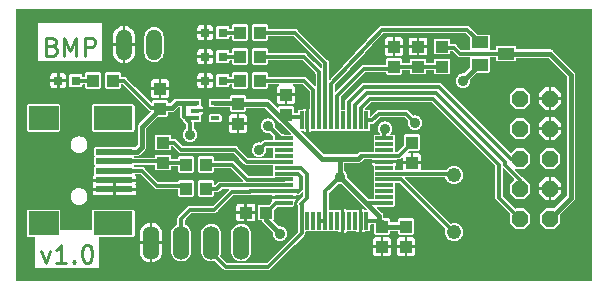
<source format=gbr>
%TF.GenerationSoftware,KiCad,Pcbnew,(6.0.7)*%
%TF.CreationDate,2022-08-30T17:29:13+02:00*%
%TF.ProjectId,bmp_entropia,626d705f-656e-4747-926f-7069612e6b69,rev?*%
%TF.SameCoordinates,Original*%
%TF.FileFunction,Copper,L1,Top*%
%TF.FilePolarity,Positive*%
%FSLAX46Y46*%
G04 Gerber Fmt 4.6, Leading zero omitted, Abs format (unit mm)*
G04 Created by KiCad (PCBNEW (6.0.7)) date 2022-08-30 17:29:13*
%MOMM*%
%LPD*%
G01*
G04 APERTURE LIST*
G04 Aperture macros list*
%AMOutline5P*
0 Free polygon, 5 corners , with rotation*
0 The origin of the aperture is its center*
0 number of corners: always 5*
0 $1 to $10 corner X, Y*
0 $11 Rotation angle, in degrees counterclockwise*
0 create outline with 5 corners*
4,1,5,$1,$2,$3,$4,$5,$6,$7,$8,$9,$10,$1,$2,$11*%
%AMOutline6P*
0 Free polygon, 6 corners , with rotation*
0 The origin of the aperture is its center*
0 number of corners: always 6*
0 $1 to $12 corner X, Y*
0 $13 Rotation angle, in degrees counterclockwise*
0 create outline with 6 corners*
4,1,6,$1,$2,$3,$4,$5,$6,$7,$8,$9,$10,$11,$12,$1,$2,$13*%
%AMOutline7P*
0 Free polygon, 7 corners , with rotation*
0 The origin of the aperture is its center*
0 number of corners: always 7*
0 $1 to $14 corner X, Y*
0 $15 Rotation angle, in degrees counterclockwise*
0 create outline with 7 corners*
4,1,7,$1,$2,$3,$4,$5,$6,$7,$8,$9,$10,$11,$12,$13,$14,$1,$2,$15*%
%AMOutline8P*
0 Free polygon, 8 corners , with rotation*
0 The origin of the aperture is its center*
0 number of corners: always 8*
0 $1 to $16 corner X, Y*
0 $17 Rotation angle, in degrees counterclockwise*
0 create outline with 8 corners*
4,1,8,$1,$2,$3,$4,$5,$6,$7,$8,$9,$10,$11,$12,$13,$14,$15,$16,$1,$2,$17*%
G04 Aperture macros list end*
%ADD10C,0.248920*%
%TA.AperFunction,NonConductor*%
%ADD11C,0.248920*%
%TD*%
%TA.AperFunction,SMDPad,CuDef*%
%ADD12R,1.000000X1.100000*%
%TD*%
%TA.AperFunction,SMDPad,CuDef*%
%ADD13R,0.800000X0.800000*%
%TD*%
%TA.AperFunction,SMDPad,CuDef*%
%ADD14R,1.100000X1.000000*%
%TD*%
%TA.AperFunction,ComponentPad*%
%ADD15O,1.422400X2.844800*%
%TD*%
%TA.AperFunction,ComponentPad*%
%ADD16Outline8P,-0.711200X0.294589X-0.294589X0.711200X0.294589X0.711200X0.711200X0.294589X0.711200X-0.294589X0.294589X-0.711200X-0.294589X-0.711200X-0.711200X-0.294589X90.000000*%
%TD*%
%TA.AperFunction,SMDPad,CuDef*%
%ADD17R,1.400000X1.000000*%
%TD*%
%TA.AperFunction,SMDPad,CuDef*%
%ADD18R,3.100000X0.500000*%
%TD*%
%TA.AperFunction,SMDPad,CuDef*%
%ADD19R,2.500000X2.000000*%
%TD*%
%TA.AperFunction,SMDPad,CuDef*%
%ADD20R,3.300000X2.000000*%
%TD*%
%TA.AperFunction,SMDPad,CuDef*%
%ADD21R,0.800000X0.350000*%
%TD*%
%TA.AperFunction,SMDPad,CuDef*%
%ADD22R,1.500000X0.300000*%
%TD*%
%TA.AperFunction,SMDPad,CuDef*%
%ADD23R,0.300000X1.500000*%
%TD*%
%TA.AperFunction,ComponentPad*%
%ADD24O,1.320800X2.641600*%
%TD*%
%TA.AperFunction,ComponentPad*%
%ADD25C,1.219200*%
%TD*%
%TA.AperFunction,ViaPad*%
%ADD26C,0.904800*%
%TD*%
%TA.AperFunction,Conductor*%
%ADD27C,0.304800*%
%TD*%
%TA.AperFunction,Conductor*%
%ADD28C,0.406400*%
%TD*%
G04 APERTURE END LIST*
D10*
D11*
X127156658Y-96650840D02*
X127375098Y-96723653D01*
X127447911Y-96796466D01*
X127520724Y-96942093D01*
X127520724Y-97160533D01*
X127447911Y-97306160D01*
X127375098Y-97378973D01*
X127229471Y-97451786D01*
X126646964Y-97451786D01*
X126646964Y-95922706D01*
X127156658Y-95922706D01*
X127302284Y-95995520D01*
X127375098Y-96068333D01*
X127447911Y-96213960D01*
X127447911Y-96359586D01*
X127375098Y-96505213D01*
X127302284Y-96578026D01*
X127156658Y-96650840D01*
X126646964Y-96650840D01*
X128176044Y-97451786D02*
X128176044Y-95922706D01*
X128685738Y-97014906D01*
X129195431Y-95922706D01*
X129195431Y-97451786D01*
X129923564Y-97451786D02*
X129923564Y-95922706D01*
X130506071Y-95922706D01*
X130651698Y-95995520D01*
X130724511Y-96068333D01*
X130797324Y-96213960D01*
X130797324Y-96432400D01*
X130724511Y-96578026D01*
X130651698Y-96650840D01*
X130506071Y-96723653D01*
X129923564Y-96723653D01*
D10*
D11*
X126247338Y-113958400D02*
X126611404Y-114977786D01*
X126975471Y-113958400D01*
X128358924Y-114977786D02*
X127485164Y-114977786D01*
X127922044Y-114977786D02*
X127922044Y-113448706D01*
X127776418Y-113667146D01*
X127630791Y-113812773D01*
X127485164Y-113885586D01*
X129014244Y-114832160D02*
X129087058Y-114904973D01*
X129014244Y-114977786D01*
X128941431Y-114904973D01*
X129014244Y-114832160D01*
X129014244Y-114977786D01*
X130033631Y-113448706D02*
X130179258Y-113448706D01*
X130324884Y-113521520D01*
X130397698Y-113594333D01*
X130470511Y-113739960D01*
X130543324Y-114031213D01*
X130543324Y-114395280D01*
X130470511Y-114686533D01*
X130397698Y-114832160D01*
X130324884Y-114904973D01*
X130179258Y-114977786D01*
X130033631Y-114977786D01*
X129888004Y-114904973D01*
X129815191Y-114832160D01*
X129742378Y-114686533D01*
X129669564Y-114395280D01*
X129669564Y-114031213D01*
X129742378Y-113739960D01*
X129815191Y-113594333D01*
X129888004Y-113521520D01*
X130033631Y-113448706D01*
D12*
%TO.P,R9,1*%
%TO.N,LED0*%
X144751100Y-95492600D03*
%TO.P,R9,2*%
%TO.N,LED_Y0*%
X143051100Y-95492600D03*
%TD*%
D13*
%TO.P,LED1,A*%
%TO.N,LED_G*%
X129157100Y-99556600D03*
%TO.P,LED1,C*%
%TO.N,GND*%
X127657100Y-99556600D03*
%TD*%
D12*
%TO.P,C4,1*%
%TO.N,+5V*%
X136281100Y-101930600D03*
%TO.P,C4,2*%
%TO.N,GND*%
X136281100Y-100230600D03*
%TD*%
%TO.P,C6,1*%
%TO.N,+3V3*%
X155077100Y-111914600D03*
%TO.P,C6,2*%
%TO.N,GND*%
X155077100Y-113614600D03*
%TD*%
D14*
%TO.P,C7,1*%
%TO.N,+3V3*%
X145259100Y-110732600D03*
%TO.P,C7,2*%
%TO.N,GND*%
X143559100Y-110732600D03*
%TD*%
%TO.P,R10,1*%
%TO.N,TPWR*%
X160157100Y-96674600D03*
%TO.P,R10,2*%
%TO.N,TPWR_DETECT*%
X160157100Y-98374600D03*
%TD*%
D12*
%TO.P,R7,1*%
%TO.N,LED2*%
X144751100Y-99556600D03*
%TO.P,R7,2*%
%TO.N,LED_R*%
X143051100Y-99556600D03*
%TD*%
D15*
%TO.P,SV1,4*%
%TO.N,+3V3*%
X143139100Y-113272600D03*
%TO.P,SV1,3*%
%TO.N,TXD*%
X140599100Y-113272600D03*
%TO.P,SV1,2*%
%TO.N,RXD*%
X138059100Y-113272600D03*
%TO.P,SV1,1*%
%TO.N,GND*%
X135519100Y-113272600D03*
%TD*%
D13*
%TO.P,LED3,A*%
%TO.N,LED_Y1*%
X141603100Y-97524600D03*
%TO.P,LED3,C*%
%TO.N,GND*%
X140103100Y-97524600D03*
%TD*%
D14*
%TO.P,R1,1*%
%TO.N,USB_ENUMERATE*%
X136535100Y-104802600D03*
%TO.P,R1,2*%
%TO.N,D-*%
X136535100Y-106502600D03*
%TD*%
D16*
%TO.P,SV2,1*%
%TO.N,TPWR*%
X169301100Y-111240600D03*
%TO.P,SV2,2*%
%TO.N,TMS*%
X166761100Y-111240600D03*
%TO.P,SV2,3*%
%TO.N,GND*%
X169301100Y-108700600D03*
%TO.P,SV2,4*%
%TO.N,TCK*%
X166761100Y-108700600D03*
%TO.P,SV2,5*%
%TO.N,N/C*%
X169301100Y-106160600D03*
%TO.P,SV2,6*%
%TO.N,TDO*%
X166761100Y-106160600D03*
%TO.P,SV2,7*%
%TO.N,GND*%
X169301100Y-103620600D03*
%TO.P,SV2,8*%
%TO.N,TDI*%
X166761100Y-103620600D03*
%TO.P,SV2,9*%
%TO.N,GND*%
X169301100Y-101080600D03*
%TO.P,SV2,10*%
%TO.N,RST*%
X166761100Y-101080600D03*
%TD*%
D17*
%TO.P,Q2,1*%
%TO.N,PWR_BR*%
X163375100Y-96320600D03*
%TO.P,Q2,2*%
%TO.N,+3V3*%
X163375100Y-98220600D03*
%TO.P,Q2,3*%
%TO.N,TPWR*%
X165575100Y-97270600D03*
%TD*%
D18*
%TO.P,X1,1*%
%TO.N,+5V*%
X132423100Y-105576600D03*
%TO.P,X1,2*%
%TO.N,D-*%
X132423100Y-106376600D03*
%TO.P,X1,3*%
%TO.N,D+*%
X132423100Y-107176600D03*
%TO.P,X1,4*%
%TO.N,GND*%
X132423100Y-107976600D03*
%TO.P,X1,5*%
X132423100Y-108776600D03*
D19*
%TO.P,X1,M1*%
%TO.N,N/C*%
X126423100Y-111626600D03*
%TO.P,X1,M2*%
X126423100Y-102726600D03*
D20*
%TO.P,X1,M3*%
X132323100Y-102726600D03*
%TO.P,X1,M4*%
X132323100Y-111626600D03*
%TD*%
D12*
%TO.P,C5,1*%
%TO.N,+3V3*%
X142885100Y-101500600D03*
%TO.P,C5,2*%
%TO.N,GND*%
X142885100Y-103200600D03*
%TD*%
%TO.P,R8,1*%
%TO.N,LED1*%
X144751100Y-97524600D03*
%TO.P,R8,2*%
%TO.N,LED_Y1*%
X143051100Y-97524600D03*
%TD*%
%TO.P,R6,1*%
%TO.N,+5V*%
X132305100Y-99556600D03*
%TO.P,R6,2*%
%TO.N,LED_G*%
X130605100Y-99556600D03*
%TD*%
D21*
%TO.P,U$2,1*%
%TO.N,+5V*%
X139241100Y-101446600D03*
%TO.P,U$2,2*%
%TO.N,GND*%
X139241100Y-102096600D03*
%TO.P,U$2,3*%
%TO.N,+5V*%
X139241100Y-102746600D03*
%TO.P,U$2,4*%
%TO.N,N/C*%
X140941100Y-102746600D03*
%TO.P,U$2,5*%
%TO.N,+3V3*%
X140941100Y-101446600D03*
%TD*%
D13*
%TO.P,LED4,A*%
%TO.N,LED_Y0*%
X141603100Y-95492600D03*
%TO.P,LED4,C*%
%TO.N,GND*%
X140103100Y-95492600D03*
%TD*%
D14*
%TO.P,R11,1*%
%TO.N,GND*%
X158125100Y-96674600D03*
%TO.P,R11,2*%
%TO.N,TPWR_DETECT*%
X158125100Y-98374600D03*
%TD*%
D12*
%TO.P,R2,1*%
%TO.N,USB_DM*%
X140179100Y-106668600D03*
%TO.P,R2,2*%
%TO.N,D-*%
X138479100Y-106668600D03*
%TD*%
%TO.P,C3,1*%
%TO.N,TPWR_DETECT*%
X156093100Y-98374600D03*
%TO.P,C3,2*%
%TO.N,GND*%
X156093100Y-96674600D03*
%TD*%
%TO.P,C10,1*%
%TO.N,+3V3*%
X157109100Y-111914600D03*
%TO.P,C10,2*%
%TO.N,GND*%
X157109100Y-113614600D03*
%TD*%
D22*
%TO.P,U$1,1*%
%TO.N,+3V3*%
X155263100Y-109926600D03*
%TO.P,U$1,2*%
%TO.N,N/C*%
X155263100Y-109426600D03*
%TO.P,U$1,3*%
X155263100Y-108926600D03*
%TO.P,U$1,4*%
X155263100Y-108426600D03*
%TO.P,U$1,5*%
%TO.N,OSC_IN*%
X155263100Y-107926600D03*
%TO.P,U$1,6*%
%TO.N,OSC_OUT*%
X155263100Y-107426600D03*
%TO.P,U$1,7*%
%TO.N,N/C*%
X155263100Y-106926600D03*
%TO.P,U$1,8*%
%TO.N,GND*%
X155263100Y-106426600D03*
%TO.P,U$1,9*%
%TO.N,+3V3*%
X155263100Y-105926600D03*
%TO.P,U$1,10*%
%TO.N,N/C*%
X155263100Y-105426600D03*
%TO.P,U$1,11*%
X155263100Y-104926600D03*
%TO.P,U$1,12*%
%TO.N,RST*%
X155263100Y-104426600D03*
D23*
%TO.P,U$1,13*%
%TO.N,TDI*%
X153763100Y-102926600D03*
%TO.P,U$1,14*%
%TO.N,TMS*%
X153263100Y-102926600D03*
%TO.P,U$1,15*%
%TO.N,TCK*%
X152763100Y-102926600D03*
%TO.P,U$1,16*%
%TO.N,TDO*%
X152263100Y-102926600D03*
%TO.P,U$1,17*%
%TO.N,N/C*%
X151763100Y-102926600D03*
%TO.P,U$1,18*%
%TO.N,TPWR_DETECT*%
X151263100Y-102926600D03*
%TO.P,U$1,19*%
%TO.N,PWR_BR*%
X150763100Y-102926600D03*
%TO.P,U$1,20*%
%TO.N,LED0*%
X150263100Y-102926600D03*
%TO.P,U$1,21*%
%TO.N,LED1*%
X149763100Y-102926600D03*
%TO.P,U$1,22*%
%TO.N,LED2*%
X149263100Y-102926600D03*
%TO.P,U$1,23*%
%TO.N,GND*%
X148763100Y-102926600D03*
%TO.P,U$1,24*%
%TO.N,+3V3*%
X148263100Y-102926600D03*
D22*
%TO.P,U$1,25*%
%TO.N,TASTER*%
X146763100Y-104426600D03*
%TO.P,U$1,26*%
%TO.N,VBUS*%
X146763100Y-104926600D03*
%TO.P,U$1,27*%
%TO.N,N/C*%
X146763100Y-105426600D03*
%TO.P,U$1,28*%
X146763100Y-105926600D03*
%TO.P,U$1,29*%
%TO.N,USB_ENUMERATE*%
X146763100Y-106426600D03*
%TO.P,U$1,30*%
%TO.N,TXD*%
X146763100Y-106926600D03*
%TO.P,U$1,31*%
%TO.N,RXD*%
X146763100Y-107426600D03*
%TO.P,U$1,32*%
%TO.N,USB_DM*%
X146763100Y-107926600D03*
%TO.P,U$1,33*%
%TO.N,USB_DP*%
X146763100Y-108426600D03*
%TO.P,U$1,34*%
%TO.N,RXD*%
X146763100Y-108926600D03*
%TO.P,U$1,35*%
%TO.N,GND*%
X146763100Y-109426600D03*
%TO.P,U$1,36*%
%TO.N,+3V3*%
X146763100Y-109926600D03*
D23*
%TO.P,U$1,37*%
%TO.N,TXD*%
X148263100Y-111426600D03*
%TO.P,U$1,38*%
%TO.N,N/C*%
X148763100Y-111426600D03*
%TO.P,U$1,39*%
X149263100Y-111426600D03*
%TO.P,U$1,40*%
%TO.N,+3V3*%
X149763100Y-111426600D03*
%TO.P,U$1,41*%
X150263100Y-111426600D03*
%TO.P,U$1,42*%
%TO.N,N/C*%
X150763100Y-111426600D03*
%TO.P,U$1,43*%
X151263100Y-111426600D03*
%TO.P,U$1,44*%
%TO.N,GND*%
X151763100Y-111426600D03*
%TO.P,U$1,45*%
%TO.N,N/C*%
X152263100Y-111426600D03*
%TO.P,U$1,46*%
X152763100Y-111426600D03*
%TO.P,U$1,47*%
%TO.N,GND*%
X153263100Y-111426600D03*
%TO.P,U$1,48*%
%TO.N,+3V3*%
X153763100Y-111426600D03*
%TD*%
D24*
%TO.P,JP1,1*%
%TO.N,TASTER*%
X135773100Y-96508600D03*
%TO.P,JP1,2*%
%TO.N,GND*%
X133233100Y-96508600D03*
%TD*%
D12*
%TO.P,C9,1*%
%TO.N,+3V3*%
X157617100Y-104802600D03*
%TO.P,C9,2*%
%TO.N,GND*%
X157617100Y-106502600D03*
%TD*%
%TO.P,R3,1*%
%TO.N,USB_DP*%
X140179100Y-108700600D03*
%TO.P,R3,2*%
%TO.N,D+*%
X138479100Y-108700600D03*
%TD*%
%TO.P,C8,1*%
%TO.N,+3V3*%
X146949100Y-102438600D03*
%TO.P,C8,2*%
%TO.N,GND*%
X146949100Y-100738600D03*
%TD*%
D13*
%TO.P,LED2,A*%
%TO.N,LED_R*%
X141603100Y-99556600D03*
%TO.P,LED2,C*%
%TO.N,GND*%
X140103100Y-99556600D03*
%TD*%
D25*
%TO.P,Q1,1*%
%TO.N,OSC_IN*%
X161173100Y-112383600D03*
%TO.P,Q1,2*%
%TO.N,OSC_OUT*%
X161173100Y-107557600D03*
%TD*%
D26*
%TO.N,GND*%
X163713100Y-100826600D03*
X151775100Y-97270600D03*
X138313100Y-100064600D03*
X151521100Y-104636600D03*
X170063100Y-95746600D03*
X135519100Y-110224600D03*
X152537100Y-114288600D03*
X151521100Y-109462600D03*
X138567100Y-97778600D03*
X149997100Y-95238600D03*
X153299100Y-107684600D03*
X168031100Y-114034600D03*
%TO.N,+3V3*%
X146441100Y-112510600D03*
X151521100Y-107684600D03*
X161935100Y-99556600D03*
%TO.N,+5V*%
X138821100Y-104128600D03*
%TO.N,RST*%
X155331100Y-103620600D03*
%TO.N,TDI*%
X157871100Y-103112600D03*
%TO.N,TASTER*%
X145425100Y-103366600D03*
%TO.N,VBUS*%
X144663100Y-105398600D03*
%TD*%
D27*
%TO.N,+3V3*%
X155263100Y-109926600D02*
X153763100Y-109926600D01*
X146763100Y-109926600D02*
X146065100Y-109926600D01*
X148263100Y-102648600D02*
X148219100Y-102604600D01*
D28*
X149997100Y-106160600D02*
X151521100Y-106160600D01*
X146949100Y-102438600D02*
X146949100Y-102604600D01*
X142831100Y-101446600D02*
X142885100Y-101500600D01*
D27*
X153319100Y-105926600D02*
X153299100Y-105906600D01*
D28*
X145259100Y-111328600D02*
X146441100Y-112510600D01*
X155077100Y-111914600D02*
X155077100Y-111538600D01*
X146695100Y-102858600D02*
X149997100Y-106160600D01*
D27*
X149763100Y-111426600D02*
X150263100Y-111426600D01*
X148263100Y-102926600D02*
X148263100Y-102648600D01*
D28*
X153763100Y-109926600D02*
X151521100Y-107684600D01*
X153763100Y-109926600D02*
X154823100Y-110986600D01*
X151521100Y-107684600D02*
X151521100Y-106160600D01*
X154823100Y-111660600D02*
X155077100Y-111914600D01*
D27*
X155263100Y-105926600D02*
X156493100Y-105926600D01*
D28*
X154823100Y-110986600D02*
X154823100Y-111660600D01*
X140941100Y-101446600D02*
X142831100Y-101446600D01*
D27*
X146065100Y-109926600D02*
X145259100Y-110732600D01*
X154589100Y-111426600D02*
X155077100Y-111914600D01*
X153763100Y-111426600D02*
X154589100Y-111426600D01*
D28*
X145259100Y-110732600D02*
X145259100Y-111328600D01*
X142885100Y-101500600D02*
X145337100Y-101500600D01*
X145337100Y-101500600D02*
X146695100Y-102858600D01*
D27*
X156493100Y-105926600D02*
X157617100Y-104802600D01*
D28*
X163271100Y-98220600D02*
X161935100Y-99556600D01*
D27*
X150263100Y-111426600D02*
X150263100Y-108942600D01*
X150263100Y-108942600D02*
X151521100Y-107684600D01*
D28*
X153085100Y-106160600D02*
X153319100Y-105926600D01*
D27*
X147115100Y-102604600D02*
X146949100Y-102438600D01*
X148219100Y-102604600D02*
X147115100Y-102604600D01*
D28*
X151521100Y-106160600D02*
X153085100Y-106160600D01*
X146949100Y-102604600D02*
X146695100Y-102858600D01*
D27*
X155263100Y-105926600D02*
X153319100Y-105926600D01*
D28*
X163375100Y-98220600D02*
X163271100Y-98220600D01*
X155077100Y-111914600D02*
X157109100Y-111914600D01*
D27*
%TO.N,OSC_OUT*%
X161042100Y-107426600D02*
X155263100Y-107426600D01*
X161173100Y-107557600D02*
X161042100Y-107426600D01*
%TO.N,OSC_IN*%
X161173100Y-112383600D02*
X156716100Y-107926600D01*
X156716100Y-107926600D02*
X155263100Y-107926600D01*
D28*
%TO.N,+5V*%
X136281100Y-101842600D02*
X136281100Y-101930600D01*
X134757100Y-105144600D02*
X134757100Y-103454600D01*
D27*
X136215100Y-102096600D02*
X136281100Y-101930600D01*
D28*
X137297100Y-101842600D02*
X136281100Y-101842600D01*
X132423100Y-105576600D02*
X134325100Y-105576600D01*
D27*
X138455100Y-102746600D02*
X138313100Y-102604600D01*
X135519100Y-101842600D02*
X136193100Y-101842600D01*
D28*
X134325100Y-105576600D02*
X134757100Y-105144600D01*
D27*
X138821100Y-103112600D02*
X138455100Y-102746600D01*
D28*
X134757100Y-103454600D02*
X136281100Y-101930600D01*
X138313100Y-101446600D02*
X137693100Y-101446600D01*
D27*
X138313100Y-102604600D02*
X138313100Y-101446600D01*
D28*
X139241100Y-101446600D02*
X138313100Y-101446600D01*
D27*
X138821100Y-104128600D02*
X138821100Y-103112600D01*
X132305100Y-99556600D02*
X133233100Y-99556600D01*
X133233100Y-99556600D02*
X135519100Y-101842600D01*
X139241100Y-102746600D02*
X138455100Y-102746600D01*
D28*
X137693100Y-101446600D02*
X137297100Y-101842600D01*
D27*
X136193100Y-101842600D02*
X136281100Y-101930600D01*
%TO.N,D-*%
X138313100Y-106502600D02*
X138479100Y-106668600D01*
X136409100Y-106376600D02*
X136535100Y-106502600D01*
X132423100Y-106376600D02*
X136409100Y-106376600D01*
X136535100Y-106502600D02*
X138313100Y-106502600D01*
%TO.N,D+*%
X138225100Y-108446600D02*
X138479100Y-108700600D01*
X134757100Y-107176600D02*
X132423100Y-107176600D01*
X136027100Y-108446600D02*
X134757100Y-107176600D01*
X136027100Y-108446600D02*
X138225100Y-108446600D01*
%TO.N,USB_ENUMERATE*%
X137463100Y-104802600D02*
X138059100Y-105398600D01*
X136535100Y-104802600D02*
X137463100Y-104802600D01*
X143647100Y-106414600D02*
X146751100Y-106414600D01*
X138059100Y-105398600D02*
X142631100Y-105398600D01*
X146751100Y-106414600D02*
X146763100Y-106426600D01*
X142631100Y-105398600D02*
X143647100Y-106414600D01*
%TO.N,USB_DM*%
X142377100Y-106668600D02*
X143647100Y-107938600D01*
X143647100Y-107938600D02*
X146751100Y-107938600D01*
X146751100Y-107938600D02*
X146763100Y-107926600D01*
X140179100Y-106668600D02*
X142377100Y-106668600D01*
%TO.N,USB_DP*%
X141381100Y-108426600D02*
X141107100Y-108700600D01*
X146763100Y-108426600D02*
X141381100Y-108426600D01*
X140453100Y-108426600D02*
X140179100Y-108700600D01*
X141107100Y-108700600D02*
X140179100Y-108700600D01*
%TO.N,LED_G*%
X129157100Y-99556600D02*
X130605100Y-99556600D01*
%TO.N,LED_R*%
X141603100Y-99556600D02*
X143051100Y-99556600D01*
%TO.N,LED_Y1*%
X141603100Y-97524600D02*
X143051100Y-97524600D01*
%TO.N,LED_Y0*%
X141603100Y-95492600D02*
X143051100Y-95492600D01*
%TO.N,LED2*%
X149263100Y-100346600D02*
X148473100Y-99556600D01*
X148473100Y-99556600D02*
X144751100Y-99556600D01*
X149263100Y-102926600D02*
X149263100Y-100346600D01*
%TO.N,LED1*%
X149763100Y-98814600D02*
X148473100Y-97524600D01*
X148473100Y-97524600D02*
X144751100Y-97524600D01*
X149763100Y-102926600D02*
X149763100Y-98814600D01*
%TO.N,LED0*%
X150263100Y-102926600D02*
X150263100Y-98044600D01*
X150263100Y-98044600D02*
X147711100Y-95492600D01*
X147711100Y-95492600D02*
X144751100Y-95492600D01*
%TO.N,RST*%
X155331100Y-103620600D02*
X155263100Y-103688600D01*
X155263100Y-103688600D02*
X155263100Y-104426600D01*
%TO.N,TDI*%
X153763100Y-102926600D02*
X154247100Y-102926600D01*
X154247100Y-102926600D02*
X154823100Y-102350600D01*
X157109100Y-102350600D02*
X157871100Y-103112600D01*
X154823100Y-102350600D02*
X157109100Y-102350600D01*
%TO.N,TMS*%
X159395100Y-101080600D02*
X154061100Y-101080600D01*
X153263100Y-102926600D02*
X153263100Y-101878600D01*
X154061100Y-101080600D02*
X153263100Y-101878600D01*
X164983100Y-106668600D02*
X164983100Y-109462600D01*
X164983100Y-109462600D02*
X166761100Y-111240600D01*
X164983100Y-106668600D02*
X159395100Y-101080600D01*
%TO.N,TCK*%
X153807100Y-100572600D02*
X152791100Y-101588600D01*
X166761100Y-108700600D02*
X166761100Y-107938600D01*
X165491100Y-106414600D02*
X159649100Y-100572600D01*
X165491100Y-106668600D02*
X165491100Y-106414600D01*
X166761100Y-107938600D02*
X165491100Y-106668600D01*
X159649100Y-100572600D02*
X153807100Y-100572600D01*
X152791100Y-102898600D02*
X152763100Y-102926600D01*
X152791100Y-101588600D02*
X152791100Y-102898600D01*
%TO.N,TDO*%
X152263100Y-102926600D02*
X152263100Y-101354600D01*
X159903100Y-100064600D02*
X165999100Y-106160600D01*
X153553100Y-100064600D02*
X159903100Y-100064600D01*
X152263100Y-101354600D02*
X153553100Y-100064600D01*
X165999100Y-106160600D02*
X166761100Y-106160600D01*
%TO.N,PWR_BR*%
X155077100Y-95238600D02*
X162293100Y-95238600D01*
X150763100Y-99806600D02*
X155077100Y-95238600D01*
X150763100Y-102926600D02*
X150763100Y-99806600D01*
X162293100Y-95238600D02*
X163375100Y-96320600D01*
%TO.N,TPWR_DETECT*%
X156093100Y-98374600D02*
X158125100Y-98374600D01*
X151263100Y-102926600D02*
X151263100Y-100830600D01*
X155927100Y-98540600D02*
X156093100Y-98374600D01*
X151263100Y-100830600D02*
X153553100Y-98540600D01*
X158125100Y-98374600D02*
X160157100Y-98374600D01*
X153553100Y-98540600D02*
X155927100Y-98540600D01*
D28*
%TO.N,TPWR*%
X169301100Y-97270600D02*
X165575100Y-97270600D01*
D27*
X161681100Y-97270600D02*
X161173100Y-96762600D01*
D28*
X171079100Y-109462600D02*
X171079100Y-99048600D01*
D27*
X160245100Y-96762600D02*
X160157100Y-96674600D01*
D28*
X171079100Y-99048600D02*
X169301100Y-97270600D01*
X169301100Y-111240600D02*
X171079100Y-109462600D01*
D27*
X161173100Y-96762600D02*
X160245100Y-96762600D01*
X165575100Y-97270600D02*
X161681100Y-97270600D01*
%TO.N,TASTER*%
X146485100Y-104426600D02*
X145425100Y-103366600D01*
X146763100Y-104426600D02*
X146485100Y-104426600D01*
%TO.N,VBUS*%
X146763100Y-104926600D02*
X145135100Y-104926600D01*
X145135100Y-104926600D02*
X144663100Y-105398600D01*
%TO.N,RXD*%
X146763100Y-107426600D02*
X147961100Y-107426600D01*
X146763100Y-108926600D02*
X143929100Y-108926600D01*
X148219100Y-107684600D02*
X148219100Y-108700600D01*
X140853100Y-110478600D02*
X138821100Y-110478600D01*
X142377100Y-108954600D02*
X140853100Y-110478600D01*
X148219100Y-108700600D02*
X147965100Y-108954600D01*
X146763100Y-108926600D02*
X147937100Y-108926600D01*
X147937100Y-108926600D02*
X147965100Y-108954600D01*
X143901100Y-108954600D02*
X142377100Y-108954600D01*
X143929100Y-108926600D02*
X143901100Y-108954600D01*
X138821100Y-110478600D02*
X138059100Y-111240600D01*
X138059100Y-111240600D02*
X138059100Y-113272600D01*
X147961100Y-107426600D02*
X148219100Y-107684600D01*
%TO.N,TXD*%
X146763100Y-106926600D02*
X148223100Y-106926600D01*
X140599100Y-114034600D02*
X141869100Y-115304600D01*
X148223100Y-106926600D02*
X148727100Y-107430600D01*
X140599100Y-113272600D02*
X140599100Y-114034600D01*
X148263100Y-110014600D02*
X148219100Y-109970600D01*
X141869100Y-115304600D02*
X145425100Y-115304600D01*
X148727100Y-107430600D02*
X148727100Y-109462600D01*
X145425100Y-115304600D02*
X148263100Y-112466600D01*
X148727100Y-109462600D02*
X148219100Y-109970600D01*
X148263100Y-111426600D02*
X148263100Y-112466600D01*
X148263100Y-111426600D02*
X148263100Y-110014600D01*
%TD*%
%TA.AperFunction,Conductor*%
%TO.N,GND*%
G36*
X172873014Y-93472686D02*
G01*
X172887600Y-93507900D01*
X172887600Y-116499300D01*
X172873014Y-116534514D01*
X172837800Y-116549100D01*
X124164400Y-116549100D01*
X124129186Y-116534514D01*
X124114600Y-116499300D01*
X124114600Y-110611543D01*
X125020200Y-110611543D01*
X125020201Y-112641656D01*
X125029072Y-112686258D01*
X125031797Y-112690336D01*
X125031798Y-112690338D01*
X125059461Y-112731738D01*
X125062866Y-112736834D01*
X125113442Y-112770628D01*
X125118251Y-112771585D01*
X125118252Y-112771585D01*
X125155644Y-112779023D01*
X125155646Y-112779023D01*
X125158043Y-112779500D01*
X125664400Y-112779500D01*
X125699614Y-112794086D01*
X125714200Y-112829300D01*
X125714200Y-115390190D01*
X131074600Y-115390190D01*
X131074600Y-114031512D01*
X134554700Y-114031512D01*
X134554827Y-114034020D01*
X134569270Y-114176206D01*
X134570281Y-114181133D01*
X134627359Y-114363268D01*
X134629338Y-114367885D01*
X134721874Y-114534825D01*
X134724741Y-114538950D01*
X134848966Y-114683885D01*
X134852587Y-114687333D01*
X135003416Y-114804329D01*
X135007678Y-114806992D01*
X135178935Y-114891261D01*
X135183646Y-114893013D01*
X135368357Y-114941127D01*
X135373320Y-114941895D01*
X135382608Y-114942382D01*
X135389030Y-114940107D01*
X135392500Y-114932314D01*
X135392500Y-114930126D01*
X135645700Y-114930126D01*
X135648601Y-114937131D01*
X135652956Y-114938935D01*
X135757676Y-114923097D01*
X135762544Y-114921847D01*
X135941679Y-114855939D01*
X135946187Y-114853740D01*
X136108419Y-114753152D01*
X136112392Y-114750092D01*
X136251076Y-114618944D01*
X136254358Y-114615142D01*
X136363843Y-114458782D01*
X136366289Y-114454405D01*
X136442096Y-114279226D01*
X136443613Y-114274443D01*
X136482775Y-114086991D01*
X136483264Y-114083225D01*
X136483466Y-114079357D01*
X136483500Y-114078068D01*
X136483500Y-113409106D01*
X136480599Y-113402101D01*
X136473594Y-113399200D01*
X135655606Y-113399200D01*
X135648601Y-113402101D01*
X135645700Y-113409106D01*
X135645700Y-114930126D01*
X135392500Y-114930126D01*
X135392500Y-113409106D01*
X135389599Y-113402101D01*
X135382594Y-113399200D01*
X134564606Y-113399200D01*
X134557601Y-113402101D01*
X134554700Y-113409106D01*
X134554700Y-114031512D01*
X131074600Y-114031512D01*
X131074600Y-113136094D01*
X134554700Y-113136094D01*
X134557601Y-113143099D01*
X134564606Y-113146000D01*
X135382594Y-113146000D01*
X135389599Y-113143099D01*
X135392500Y-113136094D01*
X135645700Y-113136094D01*
X135648601Y-113143099D01*
X135655606Y-113146000D01*
X136473594Y-113146000D01*
X136480599Y-113143099D01*
X136483500Y-113136094D01*
X136483500Y-112513688D01*
X136483373Y-112511180D01*
X136468930Y-112368994D01*
X136467919Y-112364067D01*
X136410841Y-112181932D01*
X136408862Y-112177315D01*
X136316326Y-112010375D01*
X136313459Y-112006250D01*
X136189234Y-111861315D01*
X136185613Y-111857867D01*
X136034784Y-111740871D01*
X136030522Y-111738208D01*
X135859265Y-111653939D01*
X135854554Y-111652187D01*
X135669843Y-111604073D01*
X135664880Y-111603305D01*
X135655592Y-111602818D01*
X135649170Y-111605093D01*
X135645700Y-111612886D01*
X135645700Y-113136094D01*
X135392500Y-113136094D01*
X135392500Y-111615074D01*
X135389599Y-111608069D01*
X135385244Y-111606265D01*
X135280524Y-111622103D01*
X135275656Y-111623353D01*
X135096521Y-111689261D01*
X135092013Y-111691460D01*
X134929781Y-111792048D01*
X134925808Y-111795108D01*
X134787124Y-111926256D01*
X134783842Y-111930058D01*
X134674357Y-112086418D01*
X134671911Y-112090795D01*
X134596104Y-112265974D01*
X134594587Y-112270757D01*
X134555425Y-112458209D01*
X134554936Y-112461975D01*
X134554734Y-112465843D01*
X134554700Y-112467133D01*
X134554700Y-113136094D01*
X131074600Y-113136094D01*
X131074600Y-112829300D01*
X131089186Y-112794086D01*
X131124400Y-112779500D01*
X133851752Y-112779499D01*
X133988156Y-112779499D01*
X133990553Y-112779022D01*
X133990556Y-112779022D01*
X134006335Y-112775883D01*
X134032758Y-112770628D01*
X134083334Y-112736834D01*
X134092955Y-112722436D01*
X134114403Y-112690336D01*
X134117128Y-112686258D01*
X134118823Y-112677736D01*
X134125523Y-112644056D01*
X134125523Y-112644054D01*
X134126000Y-112641657D01*
X134125999Y-110611544D01*
X134124897Y-110606000D01*
X134118085Y-110571756D01*
X134117128Y-110566942D01*
X134095984Y-110535297D01*
X134086059Y-110520444D01*
X134083334Y-110516366D01*
X134032758Y-110482572D01*
X134027949Y-110481615D01*
X134027948Y-110481615D01*
X133990556Y-110474177D01*
X133990554Y-110474177D01*
X133988157Y-110473700D01*
X132323441Y-110473700D01*
X130658044Y-110473701D01*
X130655647Y-110474178D01*
X130655644Y-110474178D01*
X130639865Y-110477317D01*
X130613442Y-110482572D01*
X130609364Y-110485297D01*
X130609362Y-110485298D01*
X130573719Y-110509114D01*
X130562866Y-110516366D01*
X130560141Y-110520444D01*
X130557965Y-110523701D01*
X130529072Y-110566942D01*
X130528115Y-110571751D01*
X130528115Y-110571752D01*
X130521303Y-110606000D01*
X130520200Y-110611543D01*
X130520201Y-111429322D01*
X130520201Y-112199391D01*
X130505615Y-112234605D01*
X130470401Y-112249191D01*
X127875800Y-112249191D01*
X127840586Y-112234605D01*
X127826000Y-112199391D01*
X127825999Y-110613990D01*
X127825999Y-110611544D01*
X127824897Y-110606000D01*
X127818085Y-110571756D01*
X127817128Y-110566942D01*
X127795984Y-110535297D01*
X127786059Y-110520444D01*
X127783334Y-110516366D01*
X127732758Y-110482572D01*
X127727949Y-110481615D01*
X127727948Y-110481615D01*
X127690556Y-110474177D01*
X127690554Y-110474177D01*
X127688157Y-110473700D01*
X126423359Y-110473700D01*
X125158044Y-110473701D01*
X125155647Y-110474178D01*
X125155644Y-110474178D01*
X125139865Y-110477317D01*
X125113442Y-110482572D01*
X125109364Y-110485297D01*
X125109362Y-110485298D01*
X125073719Y-110509114D01*
X125062866Y-110516366D01*
X125060141Y-110520444D01*
X125057965Y-110523701D01*
X125029072Y-110566942D01*
X125028115Y-110571751D01*
X125028115Y-110571752D01*
X125021303Y-110606000D01*
X125020200Y-110611543D01*
X124114600Y-110611543D01*
X124114600Y-109457705D01*
X128722131Y-109457705D01*
X128761712Y-109622568D01*
X128839475Y-109773231D01*
X128950931Y-109900996D01*
X129089647Y-109998487D01*
X129092440Y-109999576D01*
X129092442Y-109999577D01*
X129146198Y-110020536D01*
X129247613Y-110060076D01*
X129250587Y-110060468D01*
X129250589Y-110060468D01*
X129339303Y-110072147D01*
X129376926Y-110077100D01*
X129465616Y-110077100D01*
X129467108Y-110076919D01*
X129467115Y-110076919D01*
X129560109Y-110065665D01*
X129591420Y-110061876D01*
X129594228Y-110060815D01*
X129594232Y-110060814D01*
X129747216Y-110003006D01*
X129747218Y-110003005D01*
X129750023Y-110001945D01*
X129752495Y-110000246D01*
X129752497Y-110000245D01*
X129817705Y-109955428D01*
X129889751Y-109905912D01*
X130002540Y-109779321D01*
X130081876Y-109629481D01*
X130123181Y-109465041D01*
X130123220Y-109457705D01*
X130123612Y-109382701D01*
X130124069Y-109295495D01*
X130084488Y-109130632D01*
X130064372Y-109091657D01*
X130042401Y-109049090D01*
X130619900Y-109049090D01*
X130620377Y-109053936D01*
X130633634Y-109120582D01*
X130637317Y-109129473D01*
X130687826Y-109205066D01*
X130694634Y-109211874D01*
X130770227Y-109262383D01*
X130779118Y-109266066D01*
X130845764Y-109279323D01*
X130850610Y-109279800D01*
X132286594Y-109279800D01*
X132293599Y-109276899D01*
X132296500Y-109269894D01*
X132549700Y-109269894D01*
X132552601Y-109276899D01*
X132559606Y-109279800D01*
X133995590Y-109279800D01*
X134000436Y-109279323D01*
X134067082Y-109266066D01*
X134075973Y-109262383D01*
X134151566Y-109211874D01*
X134158374Y-109205066D01*
X134208883Y-109129473D01*
X134212566Y-109120582D01*
X134225823Y-109053936D01*
X134226300Y-109049090D01*
X134226300Y-108913106D01*
X134223399Y-108906101D01*
X134216394Y-108903200D01*
X132559606Y-108903200D01*
X132552601Y-108906101D01*
X132549700Y-108913106D01*
X132549700Y-109269894D01*
X132296500Y-109269894D01*
X132296500Y-108913106D01*
X132293599Y-108906101D01*
X132286594Y-108903200D01*
X130629806Y-108903200D01*
X130622801Y-108906101D01*
X130619900Y-108913106D01*
X130619900Y-109049090D01*
X130042401Y-109049090D01*
X130014253Y-108994555D01*
X130006725Y-108979969D01*
X129895269Y-108852204D01*
X129756553Y-108754713D01*
X129753760Y-108753624D01*
X129753758Y-108753623D01*
X129687920Y-108727954D01*
X129598587Y-108693124D01*
X129595613Y-108692732D01*
X129595611Y-108692732D01*
X129470884Y-108676312D01*
X129470885Y-108676312D01*
X129469274Y-108676100D01*
X129380584Y-108676100D01*
X129379092Y-108676281D01*
X129379085Y-108676281D01*
X129308534Y-108684819D01*
X129254780Y-108691324D01*
X129251972Y-108692385D01*
X129251968Y-108692386D01*
X129098984Y-108750194D01*
X129098982Y-108750195D01*
X129096177Y-108751255D01*
X129093705Y-108752954D01*
X129093703Y-108752955D01*
X129047379Y-108784793D01*
X128956449Y-108847288D01*
X128843660Y-108973879D01*
X128764324Y-109123719D01*
X128723019Y-109288159D01*
X128723003Y-109291163D01*
X128723003Y-109291165D01*
X128722768Y-109336140D01*
X128722131Y-109457705D01*
X124114600Y-109457705D01*
X124114600Y-108640094D01*
X130619900Y-108640094D01*
X130622801Y-108647099D01*
X130629806Y-108650000D01*
X132286594Y-108650000D01*
X132293599Y-108647099D01*
X132296500Y-108640094D01*
X132549700Y-108640094D01*
X132552601Y-108647099D01*
X132559606Y-108650000D01*
X134216394Y-108650000D01*
X134223399Y-108647099D01*
X134226300Y-108640094D01*
X134226300Y-108504110D01*
X134225823Y-108499264D01*
X134212567Y-108432620D01*
X134208883Y-108423726D01*
X134195881Y-108404268D01*
X134188445Y-108366885D01*
X134195881Y-108348932D01*
X134208883Y-108329474D01*
X134212567Y-108320580D01*
X134225823Y-108253936D01*
X134226300Y-108249090D01*
X134226300Y-108113106D01*
X134223399Y-108106101D01*
X134216394Y-108103200D01*
X132559606Y-108103200D01*
X132552601Y-108106101D01*
X132549700Y-108113106D01*
X132549700Y-108640094D01*
X132296500Y-108640094D01*
X132296500Y-108113106D01*
X132293599Y-108106101D01*
X132286594Y-108103200D01*
X130629806Y-108103200D01*
X130622801Y-108106101D01*
X130619900Y-108113106D01*
X130619900Y-108249090D01*
X130620377Y-108253936D01*
X130633633Y-108320580D01*
X130637317Y-108329474D01*
X130650319Y-108348932D01*
X130657755Y-108386315D01*
X130650319Y-108404268D01*
X130637317Y-108423726D01*
X130633633Y-108432620D01*
X130620377Y-108499264D01*
X130619900Y-108504110D01*
X130619900Y-108640094D01*
X124114600Y-108640094D01*
X124114600Y-107840094D01*
X130619900Y-107840094D01*
X130622801Y-107847099D01*
X130629806Y-107850000D01*
X134216394Y-107850000D01*
X134223399Y-107847099D01*
X134226300Y-107840094D01*
X134226300Y-107704110D01*
X134225823Y-107699264D01*
X134212566Y-107632618D01*
X134208884Y-107623729D01*
X134165879Y-107559368D01*
X134158443Y-107521985D01*
X134179618Y-107490293D01*
X134207286Y-107481900D01*
X134610013Y-107481900D01*
X134645227Y-107496486D01*
X135771262Y-108622521D01*
X135775798Y-108627777D01*
X135777755Y-108631780D01*
X135786982Y-108640339D01*
X135815287Y-108666596D01*
X135816633Y-108667892D01*
X135831297Y-108682556D01*
X135833185Y-108683851D01*
X135834350Y-108684819D01*
X135838566Y-108688190D01*
X135861137Y-108709128D01*
X135865405Y-108710831D01*
X135865407Y-108710832D01*
X135877249Y-108715556D01*
X135886967Y-108720746D01*
X135901268Y-108730556D01*
X135905741Y-108731617D01*
X135905742Y-108731618D01*
X135931219Y-108737664D01*
X135938172Y-108739863D01*
X135963505Y-108749970D01*
X135963510Y-108749971D01*
X135966773Y-108751273D01*
X135973168Y-108751900D01*
X135985381Y-108751900D01*
X135996879Y-108753246D01*
X136011927Y-108756817D01*
X136016484Y-108756197D01*
X136016486Y-108756197D01*
X136044714Y-108752355D01*
X136051429Y-108751900D01*
X137776401Y-108751900D01*
X137811615Y-108766486D01*
X137826201Y-108801700D01*
X137826201Y-109265656D01*
X137835072Y-109310258D01*
X137837797Y-109314336D01*
X137837798Y-109314338D01*
X137862112Y-109350726D01*
X137868866Y-109360834D01*
X137919442Y-109394628D01*
X137924251Y-109395585D01*
X137924252Y-109395585D01*
X137961644Y-109403023D01*
X137961646Y-109403023D01*
X137964043Y-109403500D01*
X138478994Y-109403500D01*
X138994156Y-109403499D01*
X138996553Y-109403022D01*
X138996556Y-109403022D01*
X139012335Y-109399883D01*
X139038758Y-109394628D01*
X139089334Y-109360834D01*
X139123128Y-109310258D01*
X139126065Y-109295495D01*
X139131523Y-109268056D01*
X139131523Y-109268054D01*
X139132000Y-109265657D01*
X139131999Y-108135544D01*
X139131423Y-108132645D01*
X139125566Y-108103200D01*
X139123128Y-108090942D01*
X139089334Y-108040366D01*
X139038758Y-108006572D01*
X139033949Y-108005615D01*
X139033948Y-108005615D01*
X138996556Y-107998177D01*
X138996554Y-107998177D01*
X138994157Y-107997700D01*
X138479206Y-107997700D01*
X137964044Y-107997701D01*
X137961647Y-107998178D01*
X137961644Y-107998178D01*
X137945865Y-108001317D01*
X137919442Y-108006572D01*
X137915364Y-108009297D01*
X137915362Y-108009298D01*
X137890695Y-108025780D01*
X137868866Y-108040366D01*
X137835072Y-108090942D01*
X137834115Y-108095751D01*
X137834115Y-108095752D01*
X137833028Y-108101217D01*
X137811851Y-108132908D01*
X137784185Y-108141300D01*
X136174187Y-108141300D01*
X136138973Y-108126714D01*
X135012936Y-107000676D01*
X135008402Y-106995424D01*
X135006445Y-106991420D01*
X134968927Y-106956617D01*
X134967581Y-106955321D01*
X134952903Y-106940643D01*
X134951009Y-106939344D01*
X134949879Y-106938405D01*
X134945630Y-106935006D01*
X134926433Y-106917198D01*
X134923063Y-106914072D01*
X134906947Y-106907642D01*
X134897239Y-106902458D01*
X134886723Y-106895244D01*
X134886721Y-106895243D01*
X134882932Y-106892644D01*
X134852975Y-106885535D01*
X134846035Y-106883340D01*
X134817427Y-106871927D01*
X134811032Y-106871300D01*
X134798819Y-106871300D01*
X134787320Y-106869954D01*
X134785091Y-106869425D01*
X134772272Y-106866383D01*
X134741076Y-106870629D01*
X134739486Y-106870845D01*
X134732770Y-106871300D01*
X134146659Y-106871300D01*
X134111445Y-106856714D01*
X134105252Y-106849168D01*
X134086059Y-106820444D01*
X134083334Y-106816366D01*
X134079256Y-106813641D01*
X134077429Y-106811814D01*
X134062843Y-106776600D01*
X134077429Y-106741386D01*
X134079256Y-106739559D01*
X134083334Y-106736834D01*
X134086059Y-106732756D01*
X134105252Y-106704032D01*
X134136944Y-106682857D01*
X134146659Y-106681900D01*
X135782401Y-106681900D01*
X135817615Y-106696486D01*
X135832201Y-106731700D01*
X135832201Y-107017656D01*
X135832678Y-107020053D01*
X135832678Y-107020056D01*
X135833508Y-107024227D01*
X135841072Y-107062258D01*
X135843797Y-107066336D01*
X135843798Y-107066338D01*
X135870777Y-107106714D01*
X135874866Y-107112834D01*
X135878944Y-107115559D01*
X135887536Y-107121300D01*
X135925442Y-107146628D01*
X135930251Y-107147585D01*
X135930252Y-107147585D01*
X135967644Y-107155023D01*
X135967646Y-107155023D01*
X135970043Y-107155500D01*
X136534984Y-107155500D01*
X137100156Y-107155499D01*
X137102553Y-107155022D01*
X137102556Y-107155022D01*
X137118335Y-107151883D01*
X137144758Y-107146628D01*
X137167483Y-107131444D01*
X137191256Y-107115559D01*
X137195334Y-107112834D01*
X137204927Y-107098478D01*
X137222953Y-107071500D01*
X137229128Y-107062258D01*
X137236693Y-107024227D01*
X137237523Y-107020056D01*
X137237523Y-107020054D01*
X137238000Y-107017657D01*
X137238000Y-106857700D01*
X137252586Y-106822486D01*
X137287800Y-106807900D01*
X137776401Y-106807900D01*
X137811615Y-106822486D01*
X137826201Y-106857700D01*
X137826201Y-107233656D01*
X137826678Y-107236053D01*
X137826678Y-107236056D01*
X137829632Y-107250906D01*
X137835072Y-107278258D01*
X137837797Y-107282336D01*
X137837798Y-107282338D01*
X137862154Y-107318789D01*
X137868866Y-107328834D01*
X137872944Y-107331559D01*
X137887508Y-107341290D01*
X137919442Y-107362628D01*
X137924251Y-107363585D01*
X137924252Y-107363585D01*
X137961644Y-107371023D01*
X137961646Y-107371023D01*
X137964043Y-107371500D01*
X138478994Y-107371500D01*
X138994156Y-107371499D01*
X138996553Y-107371022D01*
X138996556Y-107371022D01*
X139012335Y-107367883D01*
X139038758Y-107362628D01*
X139070693Y-107341290D01*
X139085256Y-107331559D01*
X139089334Y-107328834D01*
X139098661Y-107314876D01*
X139120403Y-107282336D01*
X139123128Y-107278258D01*
X139127734Y-107255105D01*
X139131523Y-107236056D01*
X139131523Y-107236054D01*
X139132000Y-107233657D01*
X139131999Y-106103544D01*
X139129149Y-106089212D01*
X139124085Y-106063756D01*
X139123128Y-106058942D01*
X139094680Y-106016366D01*
X139092059Y-106012444D01*
X139089334Y-106008366D01*
X139038758Y-105974572D01*
X139033949Y-105973615D01*
X139033948Y-105973615D01*
X138996556Y-105966177D01*
X138996554Y-105966177D01*
X138994157Y-105965700D01*
X138479206Y-105965700D01*
X137964044Y-105965701D01*
X137961647Y-105966178D01*
X137961644Y-105966178D01*
X137945865Y-105969317D01*
X137919442Y-105974572D01*
X137915364Y-105977297D01*
X137915362Y-105977298D01*
X137900028Y-105987544D01*
X137868866Y-106008366D01*
X137866141Y-106012444D01*
X137862620Y-106017714D01*
X137835072Y-106058942D01*
X137834115Y-106063751D01*
X137834115Y-106063752D01*
X137828565Y-106091656D01*
X137826200Y-106103543D01*
X137826200Y-106147500D01*
X137811614Y-106182714D01*
X137776400Y-106197300D01*
X137287799Y-106197300D01*
X137252585Y-106182714D01*
X137237999Y-106147500D01*
X137237999Y-105987544D01*
X137229128Y-105942942D01*
X137225308Y-105937224D01*
X137198059Y-105896444D01*
X137195334Y-105892366D01*
X137144758Y-105858572D01*
X137139949Y-105857615D01*
X137139948Y-105857615D01*
X137102556Y-105850177D01*
X137102554Y-105850177D01*
X137100157Y-105849700D01*
X136535216Y-105849700D01*
X135970044Y-105849701D01*
X135967647Y-105850178D01*
X135967644Y-105850178D01*
X135951865Y-105853317D01*
X135925442Y-105858572D01*
X135921364Y-105861297D01*
X135921362Y-105861298D01*
X135903358Y-105873328D01*
X135874866Y-105892366D01*
X135841072Y-105942942D01*
X135840115Y-105947751D01*
X135840115Y-105947752D01*
X135834971Y-105973615D01*
X135832200Y-105987543D01*
X135832200Y-106021500D01*
X135817614Y-106056714D01*
X135782400Y-106071300D01*
X134146659Y-106071300D01*
X134111445Y-106056714D01*
X134105252Y-106049168D01*
X134086059Y-106020444D01*
X134083334Y-106016366D01*
X134082555Y-106015846D01*
X134068743Y-105982500D01*
X134083329Y-105947286D01*
X134118543Y-105932700D01*
X134281782Y-105932700D01*
X134292264Y-105933816D01*
X134304065Y-105936357D01*
X134304066Y-105936357D01*
X134308093Y-105937224D01*
X134312182Y-105936740D01*
X134312183Y-105936740D01*
X134343401Y-105933045D01*
X134349254Y-105932700D01*
X134354684Y-105932700D01*
X134356713Y-105932362D01*
X134356717Y-105932362D01*
X134374114Y-105929466D01*
X134376434Y-105929135D01*
X134425822Y-105923290D01*
X134429534Y-105921508D01*
X134433487Y-105920359D01*
X134433563Y-105920621D01*
X134434173Y-105920428D01*
X134434085Y-105920170D01*
X134437982Y-105918836D01*
X134442042Y-105918160D01*
X134485816Y-105894541D01*
X134487834Y-105893512D01*
X134532690Y-105871972D01*
X134536700Y-105868601D01*
X134536743Y-105868652D01*
X134539675Y-105866566D01*
X134539500Y-105866341D01*
X134542749Y-105863821D01*
X134546374Y-105861865D01*
X134581634Y-105823722D01*
X134582989Y-105822313D01*
X134978270Y-105427032D01*
X134986470Y-105420409D01*
X134996617Y-105413857D01*
X135000074Y-105411625D01*
X135022082Y-105383708D01*
X135025976Y-105379326D01*
X135029820Y-105375482D01*
X135041296Y-105359423D01*
X135042677Y-105357583D01*
X135073468Y-105318525D01*
X135074832Y-105314641D01*
X135076814Y-105311035D01*
X135077052Y-105311166D01*
X135077350Y-105310593D01*
X135077106Y-105310474D01*
X135078917Y-105306777D01*
X135081310Y-105303429D01*
X135082489Y-105299488D01*
X135082490Y-105299485D01*
X135095554Y-105255799D01*
X135096269Y-105253596D01*
X135112748Y-105206671D01*
X135113200Y-105201452D01*
X135113268Y-105201458D01*
X135113865Y-105197911D01*
X135113582Y-105197875D01*
X135114098Y-105193790D01*
X135115277Y-105189849D01*
X135115099Y-105185298D01*
X135113238Y-105137949D01*
X135113200Y-105135994D01*
X135113200Y-104287543D01*
X135832200Y-104287543D01*
X135832201Y-105317656D01*
X135832678Y-105320053D01*
X135832678Y-105320056D01*
X135835817Y-105335835D01*
X135841072Y-105362258D01*
X135843797Y-105366336D01*
X135843798Y-105366338D01*
X135872141Y-105408756D01*
X135874866Y-105412834D01*
X135925442Y-105446628D01*
X135930251Y-105447585D01*
X135930252Y-105447585D01*
X135967644Y-105455023D01*
X135967646Y-105455023D01*
X135970043Y-105455500D01*
X136534984Y-105455500D01*
X137100156Y-105455499D01*
X137102553Y-105455022D01*
X137102556Y-105455022D01*
X137118335Y-105451883D01*
X137144758Y-105446628D01*
X137174086Y-105427032D01*
X137191256Y-105415559D01*
X137195334Y-105412834D01*
X137198302Y-105408393D01*
X137223577Y-105370565D01*
X137229128Y-105362258D01*
X137235698Y-105329231D01*
X137237523Y-105320056D01*
X137237523Y-105320054D01*
X137238000Y-105317657D01*
X137238000Y-105157700D01*
X137252586Y-105122486D01*
X137287800Y-105107900D01*
X137316013Y-105107900D01*
X137351227Y-105122486D01*
X137803262Y-105574521D01*
X137807798Y-105579777D01*
X137809755Y-105583780D01*
X137829337Y-105601945D01*
X137847287Y-105618596D01*
X137848633Y-105619892D01*
X137863297Y-105634556D01*
X137865185Y-105635851D01*
X137866350Y-105636819D01*
X137870566Y-105640190D01*
X137893137Y-105661128D01*
X137897405Y-105662831D01*
X137897407Y-105662832D01*
X137909249Y-105667556D01*
X137918967Y-105672746D01*
X137933268Y-105682556D01*
X137937741Y-105683617D01*
X137937742Y-105683618D01*
X137963219Y-105689664D01*
X137970172Y-105691863D01*
X137995505Y-105701970D01*
X137995510Y-105701971D01*
X137998773Y-105703273D01*
X138005168Y-105703900D01*
X138017381Y-105703900D01*
X138028879Y-105705246D01*
X138043927Y-105708817D01*
X138048484Y-105708197D01*
X138048486Y-105708197D01*
X138076714Y-105704355D01*
X138083429Y-105703900D01*
X142484013Y-105703900D01*
X142519227Y-105718486D01*
X142957425Y-106156685D01*
X143391264Y-106590524D01*
X143395798Y-106595776D01*
X143397755Y-106599780D01*
X143423541Y-106623700D01*
X143435273Y-106634583D01*
X143436619Y-106635879D01*
X143451297Y-106650557D01*
X143453191Y-106651856D01*
X143454321Y-106652795D01*
X143458570Y-106656194D01*
X143467063Y-106664072D01*
X143481137Y-106677128D01*
X143497253Y-106683558D01*
X143506961Y-106688742D01*
X143517477Y-106695956D01*
X143517479Y-106695957D01*
X143521268Y-106698556D01*
X143551225Y-106705665D01*
X143558165Y-106707860D01*
X143586773Y-106719273D01*
X143593168Y-106719900D01*
X143605381Y-106719900D01*
X143616880Y-106721246D01*
X143631928Y-106724817D01*
X143664714Y-106720355D01*
X143671430Y-106719900D01*
X145810400Y-106719900D01*
X145845614Y-106734486D01*
X145860200Y-106769700D01*
X145860201Y-107091656D01*
X145860678Y-107094053D01*
X145860678Y-107094056D01*
X145861558Y-107098478D01*
X145869072Y-107136258D01*
X145871799Y-107140339D01*
X145877540Y-107148931D01*
X145884977Y-107186314D01*
X145877540Y-107204269D01*
X145869072Y-107216942D01*
X145868115Y-107221751D01*
X145868115Y-107221752D01*
X145861405Y-107255487D01*
X145860200Y-107261543D01*
X145860201Y-107424805D01*
X145860201Y-107583500D01*
X145845615Y-107618714D01*
X145810401Y-107633300D01*
X143794187Y-107633300D01*
X143758973Y-107618714D01*
X143199446Y-107059186D01*
X142632936Y-106492676D01*
X142628402Y-106487424D01*
X142626445Y-106483420D01*
X142588927Y-106448617D01*
X142587581Y-106447321D01*
X142572903Y-106432643D01*
X142571009Y-106431344D01*
X142569879Y-106430405D01*
X142565630Y-106427006D01*
X142546433Y-106409198D01*
X142543063Y-106406072D01*
X142526947Y-106399642D01*
X142517239Y-106394458D01*
X142506723Y-106387244D01*
X142506721Y-106387243D01*
X142502932Y-106384644D01*
X142472975Y-106377535D01*
X142466035Y-106375340D01*
X142437427Y-106363927D01*
X142431032Y-106363300D01*
X142418819Y-106363300D01*
X142407320Y-106361954D01*
X142392272Y-106358383D01*
X142361076Y-106362629D01*
X142359486Y-106362845D01*
X142352770Y-106363300D01*
X140881799Y-106363300D01*
X140846585Y-106348714D01*
X140831999Y-106313500D01*
X140831999Y-106103544D01*
X140829149Y-106089212D01*
X140824085Y-106063756D01*
X140823128Y-106058942D01*
X140794680Y-106016366D01*
X140792059Y-106012444D01*
X140789334Y-106008366D01*
X140738758Y-105974572D01*
X140733949Y-105973615D01*
X140733948Y-105973615D01*
X140696556Y-105966177D01*
X140696554Y-105966177D01*
X140694157Y-105965700D01*
X140179206Y-105965700D01*
X139664044Y-105965701D01*
X139661647Y-105966178D01*
X139661644Y-105966178D01*
X139645865Y-105969317D01*
X139619442Y-105974572D01*
X139615364Y-105977297D01*
X139615362Y-105977298D01*
X139600028Y-105987544D01*
X139568866Y-106008366D01*
X139566141Y-106012444D01*
X139562620Y-106017714D01*
X139535072Y-106058942D01*
X139534115Y-106063751D01*
X139534115Y-106063752D01*
X139528565Y-106091656D01*
X139526200Y-106103543D01*
X139526201Y-107233656D01*
X139526678Y-107236053D01*
X139526678Y-107236056D01*
X139529632Y-107250906D01*
X139535072Y-107278258D01*
X139537797Y-107282336D01*
X139537798Y-107282338D01*
X139562154Y-107318789D01*
X139568866Y-107328834D01*
X139572944Y-107331559D01*
X139587508Y-107341290D01*
X139619442Y-107362628D01*
X139624251Y-107363585D01*
X139624252Y-107363585D01*
X139661644Y-107371023D01*
X139661646Y-107371023D01*
X139664043Y-107371500D01*
X140178994Y-107371500D01*
X140694156Y-107371499D01*
X140696553Y-107371022D01*
X140696556Y-107371022D01*
X140712335Y-107367883D01*
X140738758Y-107362628D01*
X140770693Y-107341290D01*
X140785256Y-107331559D01*
X140789334Y-107328834D01*
X140798661Y-107314876D01*
X140820403Y-107282336D01*
X140823128Y-107278258D01*
X140827734Y-107255105D01*
X140831523Y-107236056D01*
X140831523Y-107236054D01*
X140832000Y-107233657D01*
X140832000Y-107023700D01*
X140846586Y-106988486D01*
X140881800Y-106973900D01*
X142230013Y-106973900D01*
X142265227Y-106988486D01*
X143313027Y-108036286D01*
X143327613Y-108071500D01*
X143313027Y-108106714D01*
X143277813Y-108121300D01*
X141437613Y-108121300D01*
X141430689Y-108120792D01*
X141426472Y-108119344D01*
X141376159Y-108121233D01*
X141375305Y-108121265D01*
X141373437Y-108121300D01*
X141352707Y-108121300D01*
X141350455Y-108121720D01*
X141348955Y-108121858D01*
X141343581Y-108122456D01*
X141317415Y-108123438D01*
X141317412Y-108123439D01*
X141312819Y-108123611D01*
X141308596Y-108125425D01*
X141308593Y-108125426D01*
X141296882Y-108130458D01*
X141286343Y-108133660D01*
X141269289Y-108136836D01*
X141265372Y-108139250D01*
X141265373Y-108139250D01*
X141243085Y-108152988D01*
X141236613Y-108156351D01*
X141211545Y-108167121D01*
X141211544Y-108167122D01*
X141208322Y-108168506D01*
X141203356Y-108172584D01*
X141194717Y-108181223D01*
X141185635Y-108188401D01*
X141172472Y-108196515D01*
X141169688Y-108200176D01*
X141152445Y-108222852D01*
X141148018Y-108227922D01*
X140995226Y-108380714D01*
X140960012Y-108395300D01*
X140881799Y-108395300D01*
X140846585Y-108380714D01*
X140831999Y-108345500D01*
X140831999Y-108135544D01*
X140831423Y-108132645D01*
X140825566Y-108103200D01*
X140823128Y-108090942D01*
X140789334Y-108040366D01*
X140738758Y-108006572D01*
X140733949Y-108005615D01*
X140733948Y-108005615D01*
X140696556Y-107998177D01*
X140696554Y-107998177D01*
X140694157Y-107997700D01*
X140179206Y-107997700D01*
X139664044Y-107997701D01*
X139661647Y-107998178D01*
X139661644Y-107998178D01*
X139645865Y-108001317D01*
X139619442Y-108006572D01*
X139615364Y-108009297D01*
X139615362Y-108009298D01*
X139590695Y-108025780D01*
X139568866Y-108040366D01*
X139535072Y-108090942D01*
X139534115Y-108095751D01*
X139534115Y-108095752D01*
X139527015Y-108131448D01*
X139526200Y-108135543D01*
X139526201Y-109265656D01*
X139535072Y-109310258D01*
X139537797Y-109314336D01*
X139537798Y-109314338D01*
X139562112Y-109350726D01*
X139568866Y-109360834D01*
X139619442Y-109394628D01*
X139624251Y-109395585D01*
X139624252Y-109395585D01*
X139661644Y-109403023D01*
X139661646Y-109403023D01*
X139664043Y-109403500D01*
X140178994Y-109403500D01*
X140694156Y-109403499D01*
X140696553Y-109403022D01*
X140696556Y-109403022D01*
X140712335Y-109399883D01*
X140738758Y-109394628D01*
X140789334Y-109360834D01*
X140823128Y-109310258D01*
X140826065Y-109295495D01*
X140831523Y-109268056D01*
X140831523Y-109268054D01*
X140832000Y-109265657D01*
X140832000Y-109055700D01*
X140846586Y-109020486D01*
X140881800Y-109005900D01*
X141050587Y-109005900D01*
X141057511Y-109006408D01*
X141061728Y-109007856D01*
X141112895Y-109005935D01*
X141114763Y-109005900D01*
X141135493Y-109005900D01*
X141137744Y-109005481D01*
X141139246Y-109005342D01*
X141144620Y-109004744D01*
X141170786Y-109003762D01*
X141170789Y-109003761D01*
X141175382Y-109003589D01*
X141179605Y-109001775D01*
X141179608Y-109001774D01*
X141191319Y-108996742D01*
X141201859Y-108993540D01*
X141214388Y-108991207D01*
X141214391Y-108991206D01*
X141218911Y-108990364D01*
X141222826Y-108987951D01*
X141222828Y-108987950D01*
X141245115Y-108974212D01*
X141251587Y-108970849D01*
X141260709Y-108966930D01*
X141279879Y-108958694D01*
X141282596Y-108956462D01*
X141283899Y-108955392D01*
X141283906Y-108955385D01*
X141284844Y-108954615D01*
X141293478Y-108945981D01*
X141302560Y-108938802D01*
X141311817Y-108933096D01*
X141311818Y-108933095D01*
X141315728Y-108930685D01*
X141318509Y-108927028D01*
X141318511Y-108927026D01*
X141335758Y-108904345D01*
X141340185Y-108899274D01*
X141492973Y-108746486D01*
X141528187Y-108731900D01*
X142047813Y-108731900D01*
X142083027Y-108746486D01*
X142097613Y-108781700D01*
X142083027Y-108816914D01*
X141411240Y-109488700D01*
X140741226Y-110158714D01*
X140706012Y-110173300D01*
X138877613Y-110173300D01*
X138870689Y-110172792D01*
X138866472Y-110171344D01*
X138816159Y-110173233D01*
X138815305Y-110173265D01*
X138813437Y-110173300D01*
X138792707Y-110173300D01*
X138790456Y-110173719D01*
X138788954Y-110173858D01*
X138783580Y-110174456D01*
X138757414Y-110175438D01*
X138757411Y-110175439D01*
X138752818Y-110175611D01*
X138748595Y-110177425D01*
X138748592Y-110177426D01*
X138736881Y-110182458D01*
X138726341Y-110185660D01*
X138713812Y-110187993D01*
X138713809Y-110187994D01*
X138709289Y-110188836D01*
X138705374Y-110191249D01*
X138705372Y-110191250D01*
X138683085Y-110204988D01*
X138676615Y-110208350D01*
X138648321Y-110220506D01*
X138643356Y-110224584D01*
X138634717Y-110233223D01*
X138625635Y-110240401D01*
X138612472Y-110248515D01*
X138609688Y-110252176D01*
X138592445Y-110274852D01*
X138588018Y-110279922D01*
X137883176Y-110984764D01*
X137877924Y-110989298D01*
X137873920Y-110991255D01*
X137847782Y-111019432D01*
X137839117Y-111028773D01*
X137837821Y-111030119D01*
X137823143Y-111044797D01*
X137821844Y-111046691D01*
X137820905Y-111047821D01*
X137817506Y-111052070D01*
X137796572Y-111074637D01*
X137790142Y-111090753D01*
X137784958Y-111100461D01*
X137777744Y-111110977D01*
X137777743Y-111110979D01*
X137775144Y-111114768D01*
X137774083Y-111119240D01*
X137768036Y-111144720D01*
X137765840Y-111151665D01*
X137754427Y-111180273D01*
X137753800Y-111186668D01*
X137753800Y-111198881D01*
X137752454Y-111210380D01*
X137748883Y-111225428D01*
X137752821Y-111254366D01*
X137753345Y-111258214D01*
X137753800Y-111264930D01*
X137753800Y-111715466D01*
X137739214Y-111750680D01*
X137727226Y-111759518D01*
X137575441Y-111839545D01*
X137575438Y-111839547D01*
X137573052Y-111840805D01*
X137429653Y-111961986D01*
X137315622Y-112111134D01*
X137236277Y-112281288D01*
X137195322Y-112464512D01*
X137195000Y-112470271D01*
X137195000Y-114030701D01*
X137210181Y-114170447D01*
X137270064Y-114348386D01*
X137366760Y-114509315D01*
X137368615Y-114511276D01*
X137368616Y-114511278D01*
X137493900Y-114643762D01*
X137493903Y-114643765D01*
X137495757Y-114645725D01*
X137651038Y-114751254D01*
X137653537Y-114752254D01*
X137653538Y-114752254D01*
X137822855Y-114819976D01*
X137822858Y-114819977D01*
X137825356Y-114820976D01*
X137917968Y-114836308D01*
X138007920Y-114851200D01*
X138007923Y-114851200D01*
X138010580Y-114851640D01*
X138013270Y-114851499D01*
X138018976Y-114851200D01*
X138198068Y-114841814D01*
X138200662Y-114841099D01*
X138200665Y-114841099D01*
X138288570Y-114816886D01*
X138379072Y-114791957D01*
X138452672Y-114753152D01*
X138542759Y-114705655D01*
X138542762Y-114705653D01*
X138545148Y-114704395D01*
X138688547Y-114583214D01*
X138802578Y-114434066D01*
X138877012Y-114274443D01*
X138880784Y-114266355D01*
X138880785Y-114266353D01*
X138881923Y-114263912D01*
X138883115Y-114258582D01*
X138922432Y-114082682D01*
X138922878Y-114080688D01*
X138923200Y-114074929D01*
X138923200Y-112514499D01*
X138908019Y-112374753D01*
X138906461Y-112370122D01*
X138859792Y-112231448D01*
X138848136Y-112196814D01*
X138751440Y-112035885D01*
X138749584Y-112033922D01*
X138624300Y-111901438D01*
X138624297Y-111901435D01*
X138622443Y-111899475D01*
X138467162Y-111793946D01*
X138395705Y-111765365D01*
X138368427Y-111738746D01*
X138364400Y-111719127D01*
X138364400Y-111387687D01*
X138378986Y-111352473D01*
X138476369Y-111255090D01*
X142755900Y-111255090D01*
X142756377Y-111259936D01*
X142769634Y-111326582D01*
X142773317Y-111335473D01*
X142823826Y-111411066D01*
X142830634Y-111417874D01*
X142906227Y-111468383D01*
X142915118Y-111472066D01*
X142981764Y-111485323D01*
X142986610Y-111485800D01*
X143422594Y-111485800D01*
X143429599Y-111482899D01*
X143432500Y-111475894D01*
X143685700Y-111475894D01*
X143688601Y-111482899D01*
X143695606Y-111485800D01*
X144131590Y-111485800D01*
X144136436Y-111485323D01*
X144203082Y-111472066D01*
X144211973Y-111468383D01*
X144287566Y-111417874D01*
X144294374Y-111411066D01*
X144344883Y-111335473D01*
X144348566Y-111326582D01*
X144361823Y-111259936D01*
X144362300Y-111255090D01*
X144362300Y-110869106D01*
X144359399Y-110862101D01*
X144352394Y-110859200D01*
X143695606Y-110859200D01*
X143688601Y-110862101D01*
X143685700Y-110869106D01*
X143685700Y-111475894D01*
X143432500Y-111475894D01*
X143432500Y-110869106D01*
X143429599Y-110862101D01*
X143422594Y-110859200D01*
X142765806Y-110859200D01*
X142758801Y-110862101D01*
X142755900Y-110869106D01*
X142755900Y-111255090D01*
X138476369Y-111255090D01*
X138932974Y-110798486D01*
X138968188Y-110783900D01*
X140796587Y-110783900D01*
X140803511Y-110784408D01*
X140807728Y-110785856D01*
X140858895Y-110783935D01*
X140860763Y-110783900D01*
X140881493Y-110783900D01*
X140883744Y-110783481D01*
X140885246Y-110783342D01*
X140890620Y-110782744D01*
X140916786Y-110781762D01*
X140916789Y-110781761D01*
X140921382Y-110781589D01*
X140925605Y-110779775D01*
X140925608Y-110779774D01*
X140935073Y-110775707D01*
X140937320Y-110774742D01*
X140947859Y-110771540D01*
X140960388Y-110769207D01*
X140960391Y-110769206D01*
X140964911Y-110768364D01*
X140968826Y-110765951D01*
X140968828Y-110765950D01*
X140991115Y-110752212D01*
X140997587Y-110748849D01*
X141025879Y-110736694D01*
X141028596Y-110734462D01*
X141029899Y-110733392D01*
X141029906Y-110733385D01*
X141030844Y-110732615D01*
X141039478Y-110723981D01*
X141048560Y-110716802D01*
X141057817Y-110711096D01*
X141057818Y-110711095D01*
X141061728Y-110708685D01*
X141064509Y-110705028D01*
X141064511Y-110705026D01*
X141081758Y-110682345D01*
X141086185Y-110677274D01*
X141167365Y-110596094D01*
X142755900Y-110596094D01*
X142758801Y-110603099D01*
X142765806Y-110606000D01*
X143422594Y-110606000D01*
X143429599Y-110603099D01*
X143432500Y-110596094D01*
X143685700Y-110596094D01*
X143688601Y-110603099D01*
X143695606Y-110606000D01*
X144352394Y-110606000D01*
X144359399Y-110603099D01*
X144362300Y-110596094D01*
X144362300Y-110217543D01*
X144556200Y-110217543D01*
X144556201Y-111247656D01*
X144556678Y-111250053D01*
X144556678Y-111250056D01*
X144558643Y-111259936D01*
X144565072Y-111292258D01*
X144567797Y-111296336D01*
X144567798Y-111296338D01*
X144596141Y-111338756D01*
X144598866Y-111342834D01*
X144602944Y-111345559D01*
X144605316Y-111347144D01*
X144649442Y-111376628D01*
X144654251Y-111377585D01*
X144654252Y-111377585D01*
X144691644Y-111385023D01*
X144691646Y-111385023D01*
X144694043Y-111385500D01*
X144862991Y-111385500D01*
X144898205Y-111400086D01*
X144910813Y-111421405D01*
X144911927Y-111425238D01*
X144912410Y-111429322D01*
X144914190Y-111433029D01*
X144915340Y-111436986D01*
X144915079Y-111437062D01*
X144915272Y-111437673D01*
X144915530Y-111437585D01*
X144916864Y-111441482D01*
X144917540Y-111445542D01*
X144941159Y-111489316D01*
X144942188Y-111491334D01*
X144963728Y-111536190D01*
X144967099Y-111540200D01*
X144967048Y-111540243D01*
X144969132Y-111543172D01*
X144969357Y-111542998D01*
X144971879Y-111546249D01*
X144973835Y-111549874D01*
X144983167Y-111558500D01*
X145011967Y-111585123D01*
X145013377Y-111586478D01*
X145825650Y-112398751D01*
X145840236Y-112433965D01*
X145839810Y-112440465D01*
X145834651Y-112479656D01*
X145830577Y-112510600D01*
X145851380Y-112668615D01*
X145872080Y-112718589D01*
X145910722Y-112811877D01*
X145912372Y-112815861D01*
X146009395Y-112942305D01*
X146135838Y-113039328D01*
X146138854Y-113040577D01*
X146138857Y-113040579D01*
X146206272Y-113068503D01*
X146283085Y-113100320D01*
X146441100Y-113121123D01*
X146599115Y-113100320D01*
X146675928Y-113068503D01*
X146743343Y-113040579D01*
X146743346Y-113040577D01*
X146746362Y-113039328D01*
X146872805Y-112942305D01*
X146969828Y-112815861D01*
X146971479Y-112811877D01*
X147010120Y-112718589D01*
X147030820Y-112668615D01*
X147051623Y-112510600D01*
X147030820Y-112352585D01*
X147001896Y-112282756D01*
X146971079Y-112208358D01*
X146971077Y-112208355D01*
X146969828Y-112205339D01*
X146872805Y-112078895D01*
X146746362Y-111981872D01*
X146743346Y-111980623D01*
X146743343Y-111980621D01*
X146657497Y-111945063D01*
X146599115Y-111920880D01*
X146441100Y-111900077D01*
X146437864Y-111900503D01*
X146370966Y-111909310D01*
X146334150Y-111899445D01*
X146329252Y-111895150D01*
X145876881Y-111442779D01*
X145862295Y-111407565D01*
X145876881Y-111372351D01*
X145884428Y-111366158D01*
X145915255Y-111345560D01*
X145915256Y-111345559D01*
X145919334Y-111342834D01*
X145924253Y-111335473D01*
X145950403Y-111296336D01*
X145953128Y-111292258D01*
X145959235Y-111261557D01*
X145961523Y-111250056D01*
X145961523Y-111250054D01*
X145962000Y-111247657D01*
X145961999Y-110482088D01*
X145976585Y-110446874D01*
X146176973Y-110246486D01*
X146212187Y-110231900D01*
X146791493Y-110231900D01*
X146799862Y-110230341D01*
X146808982Y-110229499D01*
X147528156Y-110229499D01*
X147530553Y-110229022D01*
X147530556Y-110229022D01*
X147546335Y-110225883D01*
X147572758Y-110220628D01*
X147580966Y-110215144D01*
X147619256Y-110189559D01*
X147623334Y-110186834D01*
X147629403Y-110177752D01*
X147654403Y-110140336D01*
X147657128Y-110136258D01*
X147659080Y-110126444D01*
X147665523Y-110094056D01*
X147665523Y-110094054D01*
X147666000Y-110091657D01*
X147665999Y-109805575D01*
X147680585Y-109770361D01*
X147688133Y-109764167D01*
X147691568Y-109761872D01*
X147698374Y-109755066D01*
X147748883Y-109679473D01*
X147752566Y-109670582D01*
X147765823Y-109603936D01*
X147766300Y-109599090D01*
X147766300Y-109563106D01*
X147763399Y-109556101D01*
X147756394Y-109553200D01*
X145769806Y-109553200D01*
X145762801Y-109556101D01*
X145759900Y-109563106D01*
X145759900Y-109599090D01*
X145760377Y-109603936D01*
X145773634Y-109670582D01*
X145777317Y-109679474D01*
X145795927Y-109707326D01*
X145803363Y-109744709D01*
X145789734Y-109770207D01*
X145639063Y-109920877D01*
X145494826Y-110065114D01*
X145459612Y-110079700D01*
X144777386Y-110079701D01*
X144694044Y-110079701D01*
X144691647Y-110080178D01*
X144691644Y-110080178D01*
X144675865Y-110083317D01*
X144649442Y-110088572D01*
X144645363Y-110091298D01*
X144645362Y-110091298D01*
X144602944Y-110119641D01*
X144598866Y-110122366D01*
X144596141Y-110126444D01*
X144589811Y-110135917D01*
X144565072Y-110172942D01*
X144564115Y-110177751D01*
X144564115Y-110177752D01*
X144557679Y-110210110D01*
X144556200Y-110217543D01*
X144362300Y-110217543D01*
X144362300Y-110210110D01*
X144361823Y-110205264D01*
X144348566Y-110138618D01*
X144344883Y-110129727D01*
X144294374Y-110054134D01*
X144287566Y-110047326D01*
X144211973Y-109996817D01*
X144203082Y-109993134D01*
X144136436Y-109979877D01*
X144131590Y-109979400D01*
X143695606Y-109979400D01*
X143688601Y-109982301D01*
X143685700Y-109989306D01*
X143685700Y-110596094D01*
X143432500Y-110596094D01*
X143432500Y-109989306D01*
X143429599Y-109982301D01*
X143422594Y-109979400D01*
X142986610Y-109979400D01*
X142981764Y-109979877D01*
X142915118Y-109993134D01*
X142906227Y-109996817D01*
X142830634Y-110047326D01*
X142823826Y-110054134D01*
X142773317Y-110129727D01*
X142769634Y-110138618D01*
X142756377Y-110205264D01*
X142755900Y-110210110D01*
X142755900Y-110596094D01*
X141167365Y-110596094D01*
X142488973Y-109274486D01*
X142524187Y-109259900D01*
X143844587Y-109259900D01*
X143851511Y-109260408D01*
X143855728Y-109261856D01*
X143906895Y-109259935D01*
X143908763Y-109259900D01*
X143929493Y-109259900D01*
X143931744Y-109259481D01*
X143933246Y-109259342D01*
X143938620Y-109258744D01*
X143964786Y-109257762D01*
X143964789Y-109257761D01*
X143969382Y-109257589D01*
X143973605Y-109255775D01*
X143973608Y-109255774D01*
X143985319Y-109250742D01*
X143995859Y-109247540D01*
X143997347Y-109247263D01*
X144001518Y-109246486D01*
X144008391Y-109245206D01*
X144008392Y-109245206D01*
X144012911Y-109244364D01*
X144017357Y-109241623D01*
X144021116Y-109239307D01*
X144047247Y-109231900D01*
X145710100Y-109231900D01*
X145745314Y-109246486D01*
X145759900Y-109281700D01*
X145759900Y-109290094D01*
X145762801Y-109297099D01*
X145769806Y-109300000D01*
X147756394Y-109300000D01*
X147763399Y-109297099D01*
X147766300Y-109290094D01*
X147766300Y-109281840D01*
X147780886Y-109246626D01*
X147816100Y-109232040D01*
X147835867Y-109236223D01*
X147839268Y-109238556D01*
X147872683Y-109246486D01*
X147877693Y-109247675D01*
X147882365Y-109249028D01*
X147919728Y-109261856D01*
X147924322Y-109261684D01*
X147924324Y-109261684D01*
X147928072Y-109261543D01*
X147928258Y-109261536D01*
X147941623Y-109262847D01*
X147945450Y-109263755D01*
X147945453Y-109263755D01*
X147949928Y-109264817D01*
X147954484Y-109264197D01*
X147954486Y-109264197D01*
X147989065Y-109259491D01*
X147993911Y-109259071D01*
X148028784Y-109257762D01*
X148028786Y-109257762D01*
X148033382Y-109257589D01*
X148041224Y-109254220D01*
X148054166Y-109250631D01*
X148058068Y-109250100D01*
X148058069Y-109250100D01*
X148062622Y-109249480D01*
X148066645Y-109247264D01*
X148066647Y-109247263D01*
X148094533Y-109231900D01*
X148097226Y-109230417D01*
X148101586Y-109228286D01*
X148137879Y-109212694D01*
X148140914Y-109210201D01*
X148141899Y-109209392D01*
X148141906Y-109209385D01*
X148142844Y-109208615D01*
X148145259Y-109206200D01*
X148156440Y-109197797D01*
X148162240Y-109194602D01*
X148189237Y-109162485D01*
X148192144Y-109159315D01*
X148336786Y-109014673D01*
X148372000Y-109000087D01*
X148407214Y-109014673D01*
X148421800Y-109049887D01*
X148421800Y-109315513D01*
X148407214Y-109350727D01*
X148222832Y-109535108D01*
X148038940Y-109719000D01*
X148027756Y-109727405D01*
X148021960Y-109730598D01*
X148019004Y-109734115D01*
X147994968Y-109762709D01*
X147992061Y-109765879D01*
X147983143Y-109774797D01*
X147977132Y-109783560D01*
X147974192Y-109787425D01*
X147948778Y-109817659D01*
X147947286Y-109822005D01*
X147947283Y-109822010D01*
X147946004Y-109825735D01*
X147939971Y-109837731D01*
X147935144Y-109844768D01*
X147926025Y-109883193D01*
X147924672Y-109887865D01*
X147911844Y-109925228D01*
X147912016Y-109929822D01*
X147912016Y-109929824D01*
X147912164Y-109933758D01*
X147910853Y-109947123D01*
X147909945Y-109950950D01*
X147909945Y-109950953D01*
X147908883Y-109955428D01*
X147909503Y-109959984D01*
X147909503Y-109959986D01*
X147914209Y-109994565D01*
X147914629Y-109999411D01*
X147914661Y-110000245D01*
X147916111Y-110038882D01*
X147917927Y-110043109D01*
X147919479Y-110046721D01*
X147923069Y-110059666D01*
X147924220Y-110068122D01*
X147926436Y-110072145D01*
X147926437Y-110072147D01*
X147929049Y-110076888D01*
X147937186Y-110091657D01*
X147943280Y-110102719D01*
X147945410Y-110107077D01*
X147953757Y-110126505D01*
X147957800Y-110146161D01*
X147957800Y-112319513D01*
X147943214Y-112354727D01*
X145313226Y-114984714D01*
X145278012Y-114999300D01*
X142016187Y-114999300D01*
X141980973Y-114984714D01*
X141395140Y-114398881D01*
X141380554Y-114363667D01*
X141385220Y-114342620D01*
X141420784Y-114266355D01*
X141420785Y-114266353D01*
X141421923Y-114263912D01*
X141423115Y-114258582D01*
X141462432Y-114082682D01*
X141462878Y-114080688D01*
X141463200Y-114074929D01*
X141463200Y-114030701D01*
X142275000Y-114030701D01*
X142290181Y-114170447D01*
X142350064Y-114348386D01*
X142446760Y-114509315D01*
X142448615Y-114511276D01*
X142448616Y-114511278D01*
X142573900Y-114643762D01*
X142573903Y-114643765D01*
X142575757Y-114645725D01*
X142731038Y-114751254D01*
X142733537Y-114752254D01*
X142733538Y-114752254D01*
X142902855Y-114819976D01*
X142902858Y-114819977D01*
X142905356Y-114820976D01*
X142997968Y-114836308D01*
X143087920Y-114851200D01*
X143087923Y-114851200D01*
X143090580Y-114851640D01*
X143093270Y-114851499D01*
X143098976Y-114851200D01*
X143278068Y-114841814D01*
X143280662Y-114841099D01*
X143280665Y-114841099D01*
X143368570Y-114816886D01*
X143459072Y-114791957D01*
X143532672Y-114753152D01*
X143622759Y-114705655D01*
X143622762Y-114705653D01*
X143625148Y-114704395D01*
X143768547Y-114583214D01*
X143882578Y-114434066D01*
X143957012Y-114274443D01*
X143960784Y-114266355D01*
X143960785Y-114266353D01*
X143961923Y-114263912D01*
X143963115Y-114258582D01*
X144002432Y-114082682D01*
X144002878Y-114080688D01*
X144003200Y-114074929D01*
X144003200Y-112514499D01*
X143988019Y-112374753D01*
X143986461Y-112370122D01*
X143939792Y-112231448D01*
X143928136Y-112196814D01*
X143831440Y-112035885D01*
X143829584Y-112033922D01*
X143704300Y-111901438D01*
X143704297Y-111901435D01*
X143702443Y-111899475D01*
X143547162Y-111793946D01*
X143531206Y-111787564D01*
X143375345Y-111725224D01*
X143375342Y-111725223D01*
X143372844Y-111724224D01*
X143280232Y-111708892D01*
X143190280Y-111694000D01*
X143190277Y-111694000D01*
X143187620Y-111693560D01*
X143000132Y-111703386D01*
X142997538Y-111704101D01*
X142997535Y-111704101D01*
X142926078Y-111723784D01*
X142819128Y-111753243D01*
X142816744Y-111754500D01*
X142655441Y-111839545D01*
X142655438Y-111839547D01*
X142653052Y-111840805D01*
X142509653Y-111961986D01*
X142395622Y-112111134D01*
X142316277Y-112281288D01*
X142275322Y-112464512D01*
X142275000Y-112470271D01*
X142275000Y-114030701D01*
X141463200Y-114030701D01*
X141463200Y-112514499D01*
X141448019Y-112374753D01*
X141446461Y-112370122D01*
X141399792Y-112231448D01*
X141388136Y-112196814D01*
X141291440Y-112035885D01*
X141289584Y-112033922D01*
X141164300Y-111901438D01*
X141164297Y-111901435D01*
X141162443Y-111899475D01*
X141007162Y-111793946D01*
X140991206Y-111787564D01*
X140835345Y-111725224D01*
X140835342Y-111725223D01*
X140832844Y-111724224D01*
X140740232Y-111708892D01*
X140650280Y-111694000D01*
X140650277Y-111694000D01*
X140647620Y-111693560D01*
X140460132Y-111703386D01*
X140457538Y-111704101D01*
X140457535Y-111704101D01*
X140386078Y-111723784D01*
X140279128Y-111753243D01*
X140276744Y-111754500D01*
X140115441Y-111839545D01*
X140115438Y-111839547D01*
X140113052Y-111840805D01*
X139969653Y-111961986D01*
X139855622Y-112111134D01*
X139776277Y-112281288D01*
X139735322Y-112464512D01*
X139735000Y-112470271D01*
X139735000Y-114030701D01*
X139750181Y-114170447D01*
X139810064Y-114348386D01*
X139906760Y-114509315D01*
X139908615Y-114511276D01*
X139908616Y-114511278D01*
X140033900Y-114643762D01*
X140033903Y-114643765D01*
X140035757Y-114645725D01*
X140191038Y-114751254D01*
X140193537Y-114752254D01*
X140193538Y-114752254D01*
X140362855Y-114819976D01*
X140362858Y-114819977D01*
X140365356Y-114820976D01*
X140457968Y-114836308D01*
X140547920Y-114851200D01*
X140547923Y-114851200D01*
X140550580Y-114851640D01*
X140553270Y-114851499D01*
X140558976Y-114851200D01*
X140738068Y-114841814D01*
X140740662Y-114841099D01*
X140740665Y-114841099D01*
X140895539Y-114798439D01*
X140933362Y-114803150D01*
X140943978Y-114811237D01*
X141613262Y-115480521D01*
X141617798Y-115485777D01*
X141619755Y-115489780D01*
X141623125Y-115492906D01*
X141657287Y-115524596D01*
X141658633Y-115525892D01*
X141673297Y-115540556D01*
X141675185Y-115541851D01*
X141676350Y-115542819D01*
X141680566Y-115546190D01*
X141703137Y-115567128D01*
X141707405Y-115568831D01*
X141707407Y-115568832D01*
X141719249Y-115573556D01*
X141728967Y-115578746D01*
X141743268Y-115588556D01*
X141747741Y-115589617D01*
X141747742Y-115589618D01*
X141773219Y-115595664D01*
X141780172Y-115597863D01*
X141805505Y-115607970D01*
X141805510Y-115607971D01*
X141808773Y-115609273D01*
X141815168Y-115609900D01*
X141827381Y-115609900D01*
X141838879Y-115611246D01*
X141853927Y-115614817D01*
X141858484Y-115614197D01*
X141858486Y-115614197D01*
X141886714Y-115610355D01*
X141893429Y-115609900D01*
X145368587Y-115609900D01*
X145375511Y-115610408D01*
X145379728Y-115611856D01*
X145430895Y-115609935D01*
X145432763Y-115609900D01*
X145453493Y-115609900D01*
X145455744Y-115609481D01*
X145457246Y-115609342D01*
X145462620Y-115608744D01*
X145488786Y-115607762D01*
X145488789Y-115607761D01*
X145493382Y-115607589D01*
X145497605Y-115605775D01*
X145497608Y-115605774D01*
X145509319Y-115600742D01*
X145519859Y-115597540D01*
X145532388Y-115595207D01*
X145532391Y-115595206D01*
X145536911Y-115594364D01*
X145540826Y-115591951D01*
X145540828Y-115591950D01*
X145563115Y-115578212D01*
X145569587Y-115574849D01*
X145597879Y-115562694D01*
X145600596Y-115560462D01*
X145601899Y-115559392D01*
X145601906Y-115559385D01*
X145602844Y-115558615D01*
X145611478Y-115549981D01*
X145620560Y-115542802D01*
X145629817Y-115537096D01*
X145629818Y-115537095D01*
X145633728Y-115534685D01*
X145636509Y-115531028D01*
X145636511Y-115531026D01*
X145653758Y-115508345D01*
X145658185Y-115503274D01*
X146974370Y-114187090D01*
X154323900Y-114187090D01*
X154324377Y-114191936D01*
X154337634Y-114258582D01*
X154341317Y-114267473D01*
X154391826Y-114343066D01*
X154398634Y-114349874D01*
X154474227Y-114400383D01*
X154483118Y-114404066D01*
X154549764Y-114417323D01*
X154554610Y-114417800D01*
X154940594Y-114417800D01*
X154947599Y-114414899D01*
X154950500Y-114407894D01*
X155203700Y-114407894D01*
X155206601Y-114414899D01*
X155213606Y-114417800D01*
X155599590Y-114417800D01*
X155604436Y-114417323D01*
X155671082Y-114404066D01*
X155679973Y-114400383D01*
X155755566Y-114349874D01*
X155762374Y-114343066D01*
X155812883Y-114267473D01*
X155816566Y-114258582D01*
X155829823Y-114191936D01*
X155830300Y-114187090D01*
X156355900Y-114187090D01*
X156356377Y-114191936D01*
X156369634Y-114258582D01*
X156373317Y-114267473D01*
X156423826Y-114343066D01*
X156430634Y-114349874D01*
X156506227Y-114400383D01*
X156515118Y-114404066D01*
X156581764Y-114417323D01*
X156586610Y-114417800D01*
X156972594Y-114417800D01*
X156979599Y-114414899D01*
X156982500Y-114407894D01*
X157235700Y-114407894D01*
X157238601Y-114414899D01*
X157245606Y-114417800D01*
X157631590Y-114417800D01*
X157636436Y-114417323D01*
X157703082Y-114404066D01*
X157711973Y-114400383D01*
X157787566Y-114349874D01*
X157794374Y-114343066D01*
X157844883Y-114267473D01*
X157848566Y-114258582D01*
X157861823Y-114191936D01*
X157862300Y-114187090D01*
X157862300Y-113751106D01*
X157859399Y-113744101D01*
X157852394Y-113741200D01*
X157245606Y-113741200D01*
X157238601Y-113744101D01*
X157235700Y-113751106D01*
X157235700Y-114407894D01*
X156982500Y-114407894D01*
X156982500Y-113751106D01*
X156979599Y-113744101D01*
X156972594Y-113741200D01*
X156365806Y-113741200D01*
X156358801Y-113744101D01*
X156355900Y-113751106D01*
X156355900Y-114187090D01*
X155830300Y-114187090D01*
X155830300Y-113751106D01*
X155827399Y-113744101D01*
X155820394Y-113741200D01*
X155213606Y-113741200D01*
X155206601Y-113744101D01*
X155203700Y-113751106D01*
X155203700Y-114407894D01*
X154950500Y-114407894D01*
X154950500Y-113751106D01*
X154947599Y-113744101D01*
X154940594Y-113741200D01*
X154333806Y-113741200D01*
X154326801Y-113744101D01*
X154323900Y-113751106D01*
X154323900Y-114187090D01*
X146974370Y-114187090D01*
X147683366Y-113478094D01*
X154323900Y-113478094D01*
X154326801Y-113485099D01*
X154333806Y-113488000D01*
X154940594Y-113488000D01*
X154947599Y-113485099D01*
X154950500Y-113478094D01*
X155203700Y-113478094D01*
X155206601Y-113485099D01*
X155213606Y-113488000D01*
X155820394Y-113488000D01*
X155827399Y-113485099D01*
X155830300Y-113478094D01*
X156355900Y-113478094D01*
X156358801Y-113485099D01*
X156365806Y-113488000D01*
X156972594Y-113488000D01*
X156979599Y-113485099D01*
X156982500Y-113478094D01*
X157235700Y-113478094D01*
X157238601Y-113485099D01*
X157245606Y-113488000D01*
X157852394Y-113488000D01*
X157859399Y-113485099D01*
X157862300Y-113478094D01*
X157862300Y-113042110D01*
X157861823Y-113037264D01*
X157848566Y-112970618D01*
X157844883Y-112961727D01*
X157794374Y-112886134D01*
X157787566Y-112879326D01*
X157711973Y-112828817D01*
X157703082Y-112825134D01*
X157636436Y-112811877D01*
X157631590Y-112811400D01*
X157245606Y-112811400D01*
X157238601Y-112814301D01*
X157235700Y-112821306D01*
X157235700Y-113478094D01*
X156982500Y-113478094D01*
X156982500Y-112821306D01*
X156979599Y-112814301D01*
X156972594Y-112811400D01*
X156586610Y-112811400D01*
X156581764Y-112811877D01*
X156515118Y-112825134D01*
X156506227Y-112828817D01*
X156430634Y-112879326D01*
X156423826Y-112886134D01*
X156373317Y-112961727D01*
X156369634Y-112970618D01*
X156356377Y-113037264D01*
X156355900Y-113042110D01*
X156355900Y-113478094D01*
X155830300Y-113478094D01*
X155830300Y-113042110D01*
X155829823Y-113037264D01*
X155816566Y-112970618D01*
X155812883Y-112961727D01*
X155762374Y-112886134D01*
X155755566Y-112879326D01*
X155679973Y-112828817D01*
X155671082Y-112825134D01*
X155604436Y-112811877D01*
X155599590Y-112811400D01*
X155213606Y-112811400D01*
X155206601Y-112814301D01*
X155203700Y-112821306D01*
X155203700Y-113478094D01*
X154950500Y-113478094D01*
X154950500Y-112821306D01*
X154947599Y-112814301D01*
X154940594Y-112811400D01*
X154554610Y-112811400D01*
X154549764Y-112811877D01*
X154483118Y-112825134D01*
X154474227Y-112828817D01*
X154398634Y-112879326D01*
X154391826Y-112886134D01*
X154341317Y-112961727D01*
X154337634Y-112970618D01*
X154324377Y-113037264D01*
X154323900Y-113042110D01*
X154323900Y-113478094D01*
X147683366Y-113478094D01*
X148439024Y-112722436D01*
X148444276Y-112717902D01*
X148448280Y-112715945D01*
X148483083Y-112678427D01*
X148484379Y-112677081D01*
X148499057Y-112662403D01*
X148500356Y-112660509D01*
X148501295Y-112659379D01*
X148504694Y-112655130D01*
X148522502Y-112635933D01*
X148525628Y-112632563D01*
X148532058Y-112616447D01*
X148537242Y-112606739D01*
X148544456Y-112596223D01*
X148544457Y-112596221D01*
X148547056Y-112592432D01*
X148554165Y-112562475D01*
X148556360Y-112555535D01*
X148567773Y-112526927D01*
X148568400Y-112520532D01*
X148568400Y-112508319D01*
X148569746Y-112496820D01*
X148572254Y-112486250D01*
X148573317Y-112481772D01*
X148568855Y-112448986D01*
X148568400Y-112442270D01*
X148568400Y-112379300D01*
X148582986Y-112344086D01*
X148618200Y-112329500D01*
X148892433Y-112329499D01*
X148928156Y-112329499D01*
X148930553Y-112329022D01*
X148930556Y-112329022D01*
X148946335Y-112325883D01*
X148972758Y-112320628D01*
X148985431Y-112312160D01*
X149022814Y-112304723D01*
X149040769Y-112312160D01*
X149053442Y-112320628D01*
X149058251Y-112321585D01*
X149058252Y-112321585D01*
X149095644Y-112329023D01*
X149095646Y-112329023D01*
X149098043Y-112329500D01*
X149263066Y-112329500D01*
X149428156Y-112329499D01*
X149430553Y-112329022D01*
X149430556Y-112329022D01*
X149446335Y-112325883D01*
X149472758Y-112320628D01*
X149485431Y-112312160D01*
X149522814Y-112304723D01*
X149540769Y-112312160D01*
X149553442Y-112320628D01*
X149558251Y-112321585D01*
X149558252Y-112321585D01*
X149595644Y-112329023D01*
X149595646Y-112329023D01*
X149598043Y-112329500D01*
X149763066Y-112329500D01*
X149928156Y-112329499D01*
X149930553Y-112329022D01*
X149930556Y-112329022D01*
X149946335Y-112325883D01*
X149972758Y-112320628D01*
X149985431Y-112312160D01*
X150022814Y-112304723D01*
X150040769Y-112312160D01*
X150053442Y-112320628D01*
X150058251Y-112321585D01*
X150058252Y-112321585D01*
X150095644Y-112329023D01*
X150095646Y-112329023D01*
X150098043Y-112329500D01*
X150263066Y-112329500D01*
X150428156Y-112329499D01*
X150430553Y-112329022D01*
X150430556Y-112329022D01*
X150446335Y-112325883D01*
X150472758Y-112320628D01*
X150485431Y-112312160D01*
X150522814Y-112304723D01*
X150540769Y-112312160D01*
X150553442Y-112320628D01*
X150558251Y-112321585D01*
X150558252Y-112321585D01*
X150595644Y-112329023D01*
X150595646Y-112329023D01*
X150598043Y-112329500D01*
X150763066Y-112329500D01*
X150928156Y-112329499D01*
X150930553Y-112329022D01*
X150930556Y-112329022D01*
X150946335Y-112325883D01*
X150972758Y-112320628D01*
X150985431Y-112312160D01*
X151022814Y-112304723D01*
X151040769Y-112312160D01*
X151053442Y-112320628D01*
X151058251Y-112321585D01*
X151058252Y-112321585D01*
X151095644Y-112329023D01*
X151095646Y-112329023D01*
X151098043Y-112329500D01*
X151115410Y-112329500D01*
X151384125Y-112329499D01*
X151419339Y-112344085D01*
X151425533Y-112351633D01*
X151427828Y-112355068D01*
X151434634Y-112361874D01*
X151510227Y-112412383D01*
X151519118Y-112416066D01*
X151585764Y-112429323D01*
X151590610Y-112429800D01*
X151626594Y-112429800D01*
X151633599Y-112426899D01*
X151636500Y-112419894D01*
X151889700Y-112419894D01*
X151892601Y-112426899D01*
X151899606Y-112429800D01*
X151935590Y-112429800D01*
X151940436Y-112429323D01*
X152007082Y-112416066D01*
X152015973Y-112412383D01*
X152091567Y-112361873D01*
X152098372Y-112355069D01*
X152100670Y-112351630D01*
X152132363Y-112330456D01*
X152142076Y-112329500D01*
X152410784Y-112329499D01*
X152428156Y-112329499D01*
X152430553Y-112329022D01*
X152430556Y-112329022D01*
X152446335Y-112325883D01*
X152472758Y-112320628D01*
X152485431Y-112312160D01*
X152522814Y-112304723D01*
X152540769Y-112312160D01*
X152553442Y-112320628D01*
X152558251Y-112321585D01*
X152558252Y-112321585D01*
X152595644Y-112329023D01*
X152595646Y-112329023D01*
X152598043Y-112329500D01*
X152615410Y-112329500D01*
X152884125Y-112329499D01*
X152919339Y-112344085D01*
X152925533Y-112351633D01*
X152927828Y-112355068D01*
X152934634Y-112361874D01*
X153010227Y-112412383D01*
X153019118Y-112416066D01*
X153085764Y-112429323D01*
X153090610Y-112429800D01*
X153126594Y-112429800D01*
X153133599Y-112426899D01*
X153136500Y-112419894D01*
X153136500Y-110433306D01*
X153133599Y-110426301D01*
X153126594Y-110423400D01*
X153090610Y-110423400D01*
X153085764Y-110423877D01*
X153019118Y-110437134D01*
X153010227Y-110440817D01*
X152934633Y-110491327D01*
X152927828Y-110498131D01*
X152925530Y-110501570D01*
X152893837Y-110522744D01*
X152884124Y-110523700D01*
X152615417Y-110523701D01*
X152598044Y-110523701D01*
X152595647Y-110524178D01*
X152595644Y-110524178D01*
X152579865Y-110527317D01*
X152553442Y-110532572D01*
X152549360Y-110535299D01*
X152549361Y-110535299D01*
X152540769Y-110541040D01*
X152503386Y-110548477D01*
X152485431Y-110541040D01*
X152476836Y-110535297D01*
X152476837Y-110535297D01*
X152472758Y-110532572D01*
X152467949Y-110531615D01*
X152467948Y-110531615D01*
X152430556Y-110524177D01*
X152430554Y-110524177D01*
X152428157Y-110523700D01*
X152410790Y-110523700D01*
X152142075Y-110523701D01*
X152106861Y-110509115D01*
X152100667Y-110501567D01*
X152098372Y-110498132D01*
X152091566Y-110491326D01*
X152015973Y-110440817D01*
X152007082Y-110437134D01*
X151940436Y-110423877D01*
X151935590Y-110423400D01*
X151899606Y-110423400D01*
X151892601Y-110426301D01*
X151889700Y-110433306D01*
X151889700Y-112419894D01*
X151636500Y-112419894D01*
X151636500Y-110433306D01*
X151633599Y-110426301D01*
X151626594Y-110423400D01*
X151590610Y-110423400D01*
X151585764Y-110423877D01*
X151519118Y-110437134D01*
X151510227Y-110440817D01*
X151434633Y-110491327D01*
X151427828Y-110498131D01*
X151425530Y-110501570D01*
X151393837Y-110522744D01*
X151384124Y-110523700D01*
X151115417Y-110523701D01*
X151098044Y-110523701D01*
X151095647Y-110524178D01*
X151095644Y-110524178D01*
X151079865Y-110527317D01*
X151053442Y-110532572D01*
X151049360Y-110535299D01*
X151049361Y-110535299D01*
X151040769Y-110541040D01*
X151003386Y-110548477D01*
X150985431Y-110541040D01*
X150976836Y-110535297D01*
X150976837Y-110535297D01*
X150972758Y-110532572D01*
X150967949Y-110531615D01*
X150967948Y-110531615D01*
X150930556Y-110524177D01*
X150930554Y-110524177D01*
X150928157Y-110523700D01*
X150892445Y-110523700D01*
X150618200Y-110523701D01*
X150582986Y-110509115D01*
X150568400Y-110473901D01*
X150568400Y-109089687D01*
X150582986Y-109054473D01*
X151345767Y-108291692D01*
X151380981Y-108277106D01*
X151387481Y-108277532D01*
X151517864Y-108294697D01*
X151521100Y-108295123D01*
X151524336Y-108294697D01*
X151591235Y-108285890D01*
X151628052Y-108295755D01*
X151632949Y-108300050D01*
X152582998Y-109250100D01*
X153532213Y-110199315D01*
X153532224Y-110199325D01*
X153771585Y-110438686D01*
X153786171Y-110473900D01*
X153771585Y-110509114D01*
X153736372Y-110523700D01*
X153667353Y-110523701D01*
X153642076Y-110523701D01*
X153606861Y-110509115D01*
X153600667Y-110501567D01*
X153598372Y-110498132D01*
X153591566Y-110491326D01*
X153515973Y-110440817D01*
X153507082Y-110437134D01*
X153440436Y-110423877D01*
X153435590Y-110423400D01*
X153399606Y-110423400D01*
X153392601Y-110426301D01*
X153389700Y-110433306D01*
X153389700Y-112419894D01*
X153392601Y-112426899D01*
X153399606Y-112429800D01*
X153435590Y-112429800D01*
X153440436Y-112429323D01*
X153507082Y-112416066D01*
X153515973Y-112412383D01*
X153591567Y-112361873D01*
X153598372Y-112355069D01*
X153600670Y-112351630D01*
X153632363Y-112330456D01*
X153642076Y-112329500D01*
X153910784Y-112329499D01*
X153928156Y-112329499D01*
X153930553Y-112329022D01*
X153930556Y-112329022D01*
X153946335Y-112325883D01*
X153972758Y-112320628D01*
X153996562Y-112304723D01*
X154019256Y-112289559D01*
X154023334Y-112286834D01*
X154034115Y-112270700D01*
X154054403Y-112240336D01*
X154057128Y-112236258D01*
X154063161Y-112205929D01*
X154065523Y-112194056D01*
X154065523Y-112194054D01*
X154066000Y-112191657D01*
X154066000Y-111781700D01*
X154080586Y-111746486D01*
X154115800Y-111731900D01*
X154374400Y-111731900D01*
X154409614Y-111746486D01*
X154424200Y-111781700D01*
X154424201Y-112135019D01*
X154424201Y-112479656D01*
X154433072Y-112524258D01*
X154435797Y-112528336D01*
X154435798Y-112528338D01*
X154443833Y-112540363D01*
X154466866Y-112574834D01*
X154517442Y-112608628D01*
X154522251Y-112609585D01*
X154522252Y-112609585D01*
X154559644Y-112617023D01*
X154559646Y-112617023D01*
X154562043Y-112617500D01*
X155076994Y-112617500D01*
X155592156Y-112617499D01*
X155594553Y-112617022D01*
X155594556Y-112617022D01*
X155610335Y-112613883D01*
X155636758Y-112608628D01*
X155655324Y-112596223D01*
X155683256Y-112577559D01*
X155687334Y-112574834D01*
X155721128Y-112524258D01*
X155722110Y-112519321D01*
X155729523Y-112482056D01*
X155729523Y-112482054D01*
X155730000Y-112479657D01*
X155730000Y-112320500D01*
X155744586Y-112285286D01*
X155779800Y-112270700D01*
X156406401Y-112270700D01*
X156441615Y-112285286D01*
X156456201Y-112320500D01*
X156456201Y-112479656D01*
X156465072Y-112524258D01*
X156467797Y-112528336D01*
X156467798Y-112528338D01*
X156475833Y-112540363D01*
X156498866Y-112574834D01*
X156549442Y-112608628D01*
X156554251Y-112609585D01*
X156554252Y-112609585D01*
X156591644Y-112617023D01*
X156591646Y-112617023D01*
X156594043Y-112617500D01*
X157108994Y-112617500D01*
X157624156Y-112617499D01*
X157626553Y-112617022D01*
X157626556Y-112617022D01*
X157642335Y-112613883D01*
X157668758Y-112608628D01*
X157687324Y-112596223D01*
X157715256Y-112577559D01*
X157719334Y-112574834D01*
X157753128Y-112524258D01*
X157754110Y-112519321D01*
X157761523Y-112482056D01*
X157761523Y-112482054D01*
X157762000Y-112479657D01*
X157761999Y-111349544D01*
X157761207Y-111345559D01*
X157754085Y-111309756D01*
X157753128Y-111304942D01*
X157719334Y-111254366D01*
X157668758Y-111220572D01*
X157663949Y-111219615D01*
X157663948Y-111219615D01*
X157626556Y-111212177D01*
X157626554Y-111212177D01*
X157624157Y-111211700D01*
X157109206Y-111211700D01*
X156594044Y-111211701D01*
X156591647Y-111212178D01*
X156591644Y-111212178D01*
X156575865Y-111215317D01*
X156549442Y-111220572D01*
X156545364Y-111223297D01*
X156545362Y-111223298D01*
X156505316Y-111250056D01*
X156498866Y-111254366D01*
X156465072Y-111304942D01*
X156464115Y-111309751D01*
X156464115Y-111309752D01*
X156457535Y-111342834D01*
X156456200Y-111349543D01*
X156456200Y-111508700D01*
X156441614Y-111543914D01*
X156406400Y-111558500D01*
X155779799Y-111558500D01*
X155744585Y-111543914D01*
X155729999Y-111508700D01*
X155729999Y-111349544D01*
X155729207Y-111345559D01*
X155722085Y-111309756D01*
X155721128Y-111304942D01*
X155687334Y-111254366D01*
X155636758Y-111220572D01*
X155631949Y-111219615D01*
X155631948Y-111219615D01*
X155594556Y-111212177D01*
X155594554Y-111212177D01*
X155592157Y-111211700D01*
X155229000Y-111211700D01*
X155193786Y-111197114D01*
X155179200Y-111161900D01*
X155179200Y-111029913D01*
X155180316Y-111019432D01*
X155182856Y-111007635D01*
X155182856Y-111007632D01*
X155183723Y-111003606D01*
X155179545Y-110968306D01*
X155179200Y-110962453D01*
X155179200Y-110957016D01*
X155175963Y-110937565D01*
X155175632Y-110935245D01*
X155170273Y-110889965D01*
X155170273Y-110889964D01*
X155169789Y-110885877D01*
X155168007Y-110882167D01*
X155166859Y-110878214D01*
X155167121Y-110878138D01*
X155166927Y-110877524D01*
X155166669Y-110877612D01*
X155165336Y-110873718D01*
X155164660Y-110869658D01*
X155160583Y-110862101D01*
X155141061Y-110825922D01*
X155139995Y-110823831D01*
X155119827Y-110781831D01*
X155118472Y-110779009D01*
X155115101Y-110774999D01*
X155115152Y-110774956D01*
X155113068Y-110772027D01*
X155112843Y-110772202D01*
X155110321Y-110768951D01*
X155108365Y-110765326D01*
X155070247Y-110730090D01*
X155068837Y-110728735D01*
X154657016Y-110316914D01*
X154642430Y-110281700D01*
X154657016Y-110246486D01*
X154692230Y-110231900D01*
X155291493Y-110231900D01*
X155299862Y-110230341D01*
X155308982Y-110229499D01*
X156028156Y-110229499D01*
X156030553Y-110229022D01*
X156030556Y-110229022D01*
X156046335Y-110225883D01*
X156072758Y-110220628D01*
X156080966Y-110215144D01*
X156119256Y-110189559D01*
X156123334Y-110186834D01*
X156129403Y-110177752D01*
X156154403Y-110140336D01*
X156157128Y-110136258D01*
X156159080Y-110126444D01*
X156165523Y-110094056D01*
X156165523Y-110094054D01*
X156166000Y-110091657D01*
X156165999Y-109761544D01*
X156157128Y-109716942D01*
X156148660Y-109704269D01*
X156141223Y-109666886D01*
X156148660Y-109648931D01*
X156157128Y-109636258D01*
X156158659Y-109628563D01*
X156165523Y-109594056D01*
X156165523Y-109594054D01*
X156166000Y-109591657D01*
X156165999Y-109261544D01*
X156165470Y-109258881D01*
X156160103Y-109231900D01*
X156157128Y-109216942D01*
X156148660Y-109204269D01*
X156141223Y-109166886D01*
X156148660Y-109148931D01*
X156154403Y-109140336D01*
X156157128Y-109136258D01*
X156158478Y-109129473D01*
X156165523Y-109094056D01*
X156165523Y-109094054D01*
X156166000Y-109091657D01*
X156165999Y-108761544D01*
X156164984Y-108756438D01*
X156161687Y-108739863D01*
X156157128Y-108716942D01*
X156148660Y-108704269D01*
X156141223Y-108666886D01*
X156148660Y-108648931D01*
X156154403Y-108640336D01*
X156157128Y-108636258D01*
X156159861Y-108622521D01*
X156165523Y-108594056D01*
X156165523Y-108594054D01*
X156166000Y-108591657D01*
X156165999Y-108281700D01*
X156180585Y-108246486D01*
X156215799Y-108231900D01*
X156569013Y-108231900D01*
X156604227Y-108246486D01*
X160440512Y-112082772D01*
X160455098Y-112117986D01*
X160452095Y-112135019D01*
X160430443Y-112194508D01*
X160427290Y-112203170D01*
X160426942Y-112205925D01*
X160426941Y-112205929D01*
X160406199Y-112370122D01*
X160405850Y-112372886D01*
X160409723Y-112412383D01*
X160419605Y-112513167D01*
X160422543Y-112543136D01*
X160423422Y-112545777D01*
X160423422Y-112545779D01*
X160433818Y-112577029D01*
X160476540Y-112705456D01*
X160477983Y-112707838D01*
X160477984Y-112707841D01*
X160486823Y-112722436D01*
X160565156Y-112851780D01*
X160567092Y-112853785D01*
X160567093Y-112853786D01*
X160682057Y-112972834D01*
X160682060Y-112972836D01*
X160683989Y-112974834D01*
X160686311Y-112976353D01*
X160686314Y-112976356D01*
X160777751Y-113036190D01*
X160827130Y-113068503D01*
X160987467Y-113128132D01*
X161157030Y-113150757D01*
X161159799Y-113150505D01*
X161159801Y-113150505D01*
X161324623Y-113135505D01*
X161327392Y-113135253D01*
X161441858Y-113098060D01*
X161487442Y-113083249D01*
X161487444Y-113083248D01*
X161490085Y-113082390D01*
X161560224Y-113040579D01*
X161634633Y-112996223D01*
X161634637Y-112996220D01*
X161637024Y-112994797D01*
X161639036Y-112992881D01*
X161639040Y-112992878D01*
X161758892Y-112878744D01*
X161760905Y-112876827D01*
X161762442Y-112874513D01*
X161762445Y-112874510D01*
X161854029Y-112736664D01*
X161855571Y-112734343D01*
X161861556Y-112718589D01*
X161900352Y-112616456D01*
X161916318Y-112574426D01*
X161933948Y-112448986D01*
X161939908Y-112406578D01*
X161939908Y-112406574D01*
X161940126Y-112405025D01*
X161940425Y-112383600D01*
X161921356Y-112213600D01*
X161865099Y-112052050D01*
X161836480Y-112006250D01*
X161775923Y-111909338D01*
X161775922Y-111909336D01*
X161774448Y-111906978D01*
X161766968Y-111899445D01*
X161717160Y-111849288D01*
X161653909Y-111785594D01*
X161651568Y-111784108D01*
X161651565Y-111784106D01*
X161511824Y-111695425D01*
X161509473Y-111693933D01*
X161506850Y-111692999D01*
X161506846Y-111692997D01*
X161350942Y-111637483D01*
X161348319Y-111636549D01*
X161178457Y-111616294D01*
X161175688Y-111616585D01*
X161175686Y-111616585D01*
X161011095Y-111633884D01*
X161011093Y-111633884D01*
X161008328Y-111634175D01*
X161005698Y-111635070D01*
X161005695Y-111635071D01*
X160923609Y-111663016D01*
X160885573Y-111660557D01*
X160872346Y-111651087D01*
X157038174Y-107816914D01*
X157023588Y-107781700D01*
X157038174Y-107746486D01*
X157073388Y-107731900D01*
X160391537Y-107731900D01*
X160426751Y-107746486D01*
X160438791Y-107765980D01*
X160476540Y-107879456D01*
X160565156Y-108025780D01*
X160567092Y-108027785D01*
X160567093Y-108027786D01*
X160682057Y-108146834D01*
X160682060Y-108146836D01*
X160683989Y-108148834D01*
X160686311Y-108150353D01*
X160686314Y-108150356D01*
X160733484Y-108181223D01*
X160827130Y-108242503D01*
X160987467Y-108302132D01*
X161157030Y-108324757D01*
X161159799Y-108324505D01*
X161159801Y-108324505D01*
X161324623Y-108309505D01*
X161327392Y-108309253D01*
X161466695Y-108263990D01*
X161487442Y-108257249D01*
X161487444Y-108257248D01*
X161490085Y-108256390D01*
X161577519Y-108204269D01*
X161634633Y-108170223D01*
X161634637Y-108170220D01*
X161637024Y-108168797D01*
X161639036Y-108166881D01*
X161639040Y-108166878D01*
X161758892Y-108052744D01*
X161760905Y-108050827D01*
X161762442Y-108048513D01*
X161762445Y-108048510D01*
X161854029Y-107910664D01*
X161855571Y-107908343D01*
X161862823Y-107889254D01*
X161909710Y-107765821D01*
X161916318Y-107748426D01*
X161933843Y-107623729D01*
X161939908Y-107580578D01*
X161939908Y-107580574D01*
X161940126Y-107579025D01*
X161940425Y-107557600D01*
X161921356Y-107387600D01*
X161865099Y-107226050D01*
X161859408Y-107216942D01*
X161775923Y-107083338D01*
X161775922Y-107083336D01*
X161774448Y-107080978D01*
X161653909Y-106959594D01*
X161651568Y-106958108D01*
X161651565Y-106958106D01*
X161511824Y-106869425D01*
X161509473Y-106867933D01*
X161506850Y-106866999D01*
X161506846Y-106866997D01*
X161350942Y-106811483D01*
X161348319Y-106810549D01*
X161178457Y-106790294D01*
X161175688Y-106790585D01*
X161175686Y-106790585D01*
X161011095Y-106807884D01*
X161011093Y-106807884D01*
X161008328Y-106808175D01*
X161005698Y-106809070D01*
X161005695Y-106809071D01*
X160849026Y-106862406D01*
X160849024Y-106862407D01*
X160846389Y-106863304D01*
X160844019Y-106864762D01*
X160844017Y-106864763D01*
X160830256Y-106873229D01*
X160700688Y-106952940D01*
X160664002Y-106988865D01*
X160589056Y-107062258D01*
X160578466Y-107072628D01*
X160576960Y-107074965D01*
X160561807Y-107098478D01*
X160530470Y-107120175D01*
X160519947Y-107121300D01*
X158420100Y-107121300D01*
X158384886Y-107106714D01*
X158370300Y-107071500D01*
X158370300Y-106639106D01*
X158367399Y-106632101D01*
X158360394Y-106629200D01*
X156873806Y-106629200D01*
X156866801Y-106632101D01*
X156863900Y-106639106D01*
X156863900Y-107071500D01*
X156849314Y-107106714D01*
X156814100Y-107121300D01*
X156215800Y-107121300D01*
X156180586Y-107106714D01*
X156166000Y-107071500D01*
X156166000Y-106940643D01*
X156165999Y-106805575D01*
X156180585Y-106770361D01*
X156188133Y-106764167D01*
X156191568Y-106761872D01*
X156198374Y-106755066D01*
X156248883Y-106679473D01*
X156252566Y-106670582D01*
X156265823Y-106603936D01*
X156266300Y-106599090D01*
X156266300Y-106563106D01*
X156263399Y-106556101D01*
X156256394Y-106553200D01*
X154269806Y-106553200D01*
X154262801Y-106556101D01*
X154259900Y-106563106D01*
X154259900Y-106599090D01*
X154260377Y-106603936D01*
X154273634Y-106670582D01*
X154277317Y-106679473D01*
X154327827Y-106755067D01*
X154334631Y-106761872D01*
X154338070Y-106764170D01*
X154359244Y-106795863D01*
X154360200Y-106805576D01*
X154360201Y-106951483D01*
X154360201Y-107091656D01*
X154360678Y-107094053D01*
X154360678Y-107094056D01*
X154361558Y-107098478D01*
X154369072Y-107136258D01*
X154371799Y-107140339D01*
X154377540Y-107148931D01*
X154384977Y-107186314D01*
X154377540Y-107204269D01*
X154369072Y-107216942D01*
X154368115Y-107221751D01*
X154368115Y-107221752D01*
X154361405Y-107255487D01*
X154360200Y-107261543D01*
X154360201Y-107591656D01*
X154369072Y-107636258D01*
X154371799Y-107640339D01*
X154377540Y-107648931D01*
X154384977Y-107686314D01*
X154377540Y-107704269D01*
X154369072Y-107716942D01*
X154368115Y-107721751D01*
X154368115Y-107721752D01*
X154362476Y-107750103D01*
X154360200Y-107761543D01*
X154360201Y-108091656D01*
X154360678Y-108094053D01*
X154360678Y-108094056D01*
X154362497Y-108103200D01*
X154369072Y-108136258D01*
X154371799Y-108140339D01*
X154377540Y-108148931D01*
X154384977Y-108186314D01*
X154377540Y-108204269D01*
X154369072Y-108216942D01*
X154368115Y-108221751D01*
X154368115Y-108221752D01*
X154363146Y-108246735D01*
X154360200Y-108261543D01*
X154360201Y-108591656D01*
X154369072Y-108636258D01*
X154371799Y-108640339D01*
X154377540Y-108648931D01*
X154384977Y-108686314D01*
X154377540Y-108704269D01*
X154369072Y-108716942D01*
X154368115Y-108721751D01*
X154368115Y-108721752D01*
X154361352Y-108755754D01*
X154360200Y-108761543D01*
X154360201Y-109091656D01*
X154360678Y-109094053D01*
X154360678Y-109094056D01*
X154363817Y-109109835D01*
X154369072Y-109136258D01*
X154371799Y-109140339D01*
X154377540Y-109148931D01*
X154384977Y-109186314D01*
X154377540Y-109204269D01*
X154369072Y-109216942D01*
X154368115Y-109221751D01*
X154368115Y-109221752D01*
X154360730Y-109258881D01*
X154360200Y-109261543D01*
X154360201Y-109421823D01*
X154360201Y-109571500D01*
X154345615Y-109606714D01*
X154310401Y-109621300D01*
X153982029Y-109621300D01*
X153946815Y-109606714D01*
X152136550Y-107796448D01*
X152121964Y-107761234D01*
X152122390Y-107754734D01*
X152131197Y-107687836D01*
X152131623Y-107684600D01*
X152110820Y-107526585D01*
X152067887Y-107422937D01*
X152051079Y-107382358D01*
X152051077Y-107382355D01*
X152049828Y-107379339D01*
X151952805Y-107252895D01*
X151896684Y-107209831D01*
X151877626Y-107176823D01*
X151877200Y-107170323D01*
X151877200Y-106566500D01*
X151891786Y-106531286D01*
X151927000Y-106516700D01*
X153041782Y-106516700D01*
X153052264Y-106517816D01*
X153064065Y-106520357D01*
X153064066Y-106520357D01*
X153068093Y-106521224D01*
X153072182Y-106520740D01*
X153072183Y-106520740D01*
X153100697Y-106517365D01*
X153103401Y-106517045D01*
X153109254Y-106516700D01*
X153114684Y-106516700D01*
X153116713Y-106516362D01*
X153116717Y-106516362D01*
X153134114Y-106513466D01*
X153136434Y-106513135D01*
X153185822Y-106507290D01*
X153189534Y-106505508D01*
X153193487Y-106504359D01*
X153193563Y-106504621D01*
X153194173Y-106504428D01*
X153194085Y-106504170D01*
X153197982Y-106502836D01*
X153202042Y-106502160D01*
X153245816Y-106478541D01*
X153247834Y-106477512D01*
X153292690Y-106455972D01*
X153296700Y-106452601D01*
X153296743Y-106452652D01*
X153299672Y-106450568D01*
X153299498Y-106450343D01*
X153302749Y-106447821D01*
X153306374Y-106445865D01*
X153341621Y-106407735D01*
X153342976Y-106406325D01*
X153502816Y-106246486D01*
X153538030Y-106231900D01*
X154210100Y-106231900D01*
X154245314Y-106246486D01*
X154259900Y-106281700D01*
X154259900Y-106290094D01*
X154262801Y-106297099D01*
X154269806Y-106300000D01*
X156256394Y-106300000D01*
X156263399Y-106297099D01*
X156266300Y-106290094D01*
X156266300Y-106281700D01*
X156280886Y-106246486D01*
X156316100Y-106231900D01*
X156436587Y-106231900D01*
X156443511Y-106232408D01*
X156447728Y-106233856D01*
X156498895Y-106231935D01*
X156500763Y-106231900D01*
X156521493Y-106231900D01*
X156523744Y-106231481D01*
X156525246Y-106231342D01*
X156530620Y-106230744D01*
X156556786Y-106229762D01*
X156556789Y-106229761D01*
X156561382Y-106229589D01*
X156565605Y-106227775D01*
X156565608Y-106227774D01*
X156577319Y-106222742D01*
X156587859Y-106219540D01*
X156600388Y-106217207D01*
X156600391Y-106217206D01*
X156604911Y-106216364D01*
X156608826Y-106213951D01*
X156608828Y-106213950D01*
X156631115Y-106200212D01*
X156637587Y-106196849D01*
X156665879Y-106184694D01*
X156668596Y-106182462D01*
X156669899Y-106181392D01*
X156669906Y-106181385D01*
X156670844Y-106180615D01*
X156679478Y-106171981D01*
X156688560Y-106164802D01*
X156697817Y-106159096D01*
X156697818Y-106159095D01*
X156701728Y-106156685D01*
X156704509Y-106153028D01*
X156704511Y-106153026D01*
X156721758Y-106130345D01*
X156726185Y-106125274D01*
X156778886Y-106072573D01*
X156814100Y-106057987D01*
X156849314Y-106072573D01*
X156863900Y-106107787D01*
X156863900Y-106366094D01*
X156866801Y-106373099D01*
X156873806Y-106376000D01*
X157480594Y-106376000D01*
X157487599Y-106373099D01*
X157490500Y-106366094D01*
X157743700Y-106366094D01*
X157746601Y-106373099D01*
X157753606Y-106376000D01*
X158360394Y-106376000D01*
X158367399Y-106373099D01*
X158370300Y-106366094D01*
X158370300Y-105930110D01*
X158369823Y-105925264D01*
X158356566Y-105858618D01*
X158352883Y-105849727D01*
X158302374Y-105774134D01*
X158295566Y-105767326D01*
X158219973Y-105716817D01*
X158211082Y-105713134D01*
X158144436Y-105699877D01*
X158139590Y-105699400D01*
X157753606Y-105699400D01*
X157746601Y-105702301D01*
X157743700Y-105709306D01*
X157743700Y-106366094D01*
X157490500Y-106366094D01*
X157490500Y-105709306D01*
X157487599Y-105702301D01*
X157480594Y-105699400D01*
X157272288Y-105699400D01*
X157237074Y-105684814D01*
X157222488Y-105649600D01*
X157237074Y-105614386D01*
X157331374Y-105520086D01*
X157366588Y-105505500D01*
X158048814Y-105505499D01*
X158132156Y-105505499D01*
X158134553Y-105505022D01*
X158134556Y-105505022D01*
X158154796Y-105500996D01*
X158176758Y-105496628D01*
X158227334Y-105462834D01*
X158232235Y-105455500D01*
X158258403Y-105416336D01*
X158261128Y-105412258D01*
X158268155Y-105376933D01*
X158269523Y-105370056D01*
X158269523Y-105370054D01*
X158270000Y-105367657D01*
X158269999Y-104237544D01*
X158261128Y-104192942D01*
X158243371Y-104166366D01*
X158230059Y-104146444D01*
X158227334Y-104142366D01*
X158176758Y-104108572D01*
X158171949Y-104107615D01*
X158171948Y-104107615D01*
X158134556Y-104100177D01*
X158134554Y-104100177D01*
X158132157Y-104099700D01*
X157617206Y-104099700D01*
X157102044Y-104099701D01*
X157099647Y-104100178D01*
X157099644Y-104100178D01*
X157083865Y-104103317D01*
X157057442Y-104108572D01*
X157053364Y-104111297D01*
X157053362Y-104111298D01*
X157017445Y-104135297D01*
X157006866Y-104142366D01*
X157004141Y-104146444D01*
X157001965Y-104149701D01*
X156973072Y-104192942D01*
X156972115Y-104197751D01*
X156972115Y-104197752D01*
X156969110Y-104212862D01*
X156964200Y-104237543D01*
X156964201Y-104630458D01*
X156964201Y-105003112D01*
X156949615Y-105038326D01*
X156381226Y-105606714D01*
X156346012Y-105621300D01*
X156215800Y-105621300D01*
X156180586Y-105606714D01*
X156166000Y-105571500D01*
X156165999Y-105263990D01*
X156165999Y-105261544D01*
X156164857Y-105255799D01*
X156160188Y-105232326D01*
X156157128Y-105216942D01*
X156148660Y-105204269D01*
X156141223Y-105166886D01*
X156148660Y-105148931D01*
X156154403Y-105140336D01*
X156157128Y-105136258D01*
X156160910Y-105117244D01*
X156165523Y-105094056D01*
X156165523Y-105094054D01*
X156166000Y-105091657D01*
X156165999Y-104761544D01*
X156157128Y-104716942D01*
X156148660Y-104704269D01*
X156141223Y-104666886D01*
X156148660Y-104648931D01*
X156154403Y-104640336D01*
X156157128Y-104636258D01*
X156159799Y-104622829D01*
X156165523Y-104594056D01*
X156165523Y-104594054D01*
X156166000Y-104591657D01*
X156165999Y-104261544D01*
X156157128Y-104216942D01*
X156138366Y-104188862D01*
X156126059Y-104170444D01*
X156123334Y-104166366D01*
X156072758Y-104132572D01*
X156067949Y-104131615D01*
X156067948Y-104131615D01*
X156030556Y-104124177D01*
X156030554Y-104124177D01*
X156028157Y-104123700D01*
X155809006Y-104123700D01*
X155773792Y-104109114D01*
X155759206Y-104073900D01*
X155769497Y-104043584D01*
X155820494Y-103977123D01*
X155859828Y-103925861D01*
X155863886Y-103916066D01*
X155898394Y-103832756D01*
X155920820Y-103778615D01*
X155941623Y-103620600D01*
X155920820Y-103462585D01*
X155895445Y-103401326D01*
X155861079Y-103318358D01*
X155861077Y-103318355D01*
X155859828Y-103315339D01*
X155762805Y-103188895D01*
X155759137Y-103186080D01*
X155716516Y-103153376D01*
X155636362Y-103091872D01*
X155633346Y-103090623D01*
X155633343Y-103090621D01*
X155531069Y-103048258D01*
X155489115Y-103030880D01*
X155331100Y-103010077D01*
X155173085Y-103030880D01*
X155142744Y-103043448D01*
X155028858Y-103090621D01*
X155028855Y-103090623D01*
X155025839Y-103091872D01*
X154981143Y-103126168D01*
X154903064Y-103186080D01*
X154899395Y-103188895D01*
X154802372Y-103315339D01*
X154801123Y-103318355D01*
X154801121Y-103318358D01*
X154766755Y-103401326D01*
X154741380Y-103462585D01*
X154720577Y-103620600D01*
X154741380Y-103778615D01*
X154763806Y-103832756D01*
X154798315Y-103916066D01*
X154802372Y-103925861D01*
X154888945Y-104038686D01*
X154892704Y-104043585D01*
X154902569Y-104080401D01*
X154883511Y-104113410D01*
X154853195Y-104123701D01*
X154498044Y-104123701D01*
X154495647Y-104124178D01*
X154495644Y-104124178D01*
X154479865Y-104127317D01*
X154453442Y-104132572D01*
X154449364Y-104135297D01*
X154449362Y-104135298D01*
X154414530Y-104158572D01*
X154402866Y-104166366D01*
X154369072Y-104216942D01*
X154368115Y-104221751D01*
X154368115Y-104221752D01*
X154362943Y-104247756D01*
X154360200Y-104261543D01*
X154360201Y-104591656D01*
X154369072Y-104636258D01*
X154371799Y-104640339D01*
X154377540Y-104648931D01*
X154384977Y-104686314D01*
X154377540Y-104704269D01*
X154369072Y-104716942D01*
X154368115Y-104721751D01*
X154368115Y-104721752D01*
X154364745Y-104738697D01*
X154360200Y-104761543D01*
X154360201Y-105091656D01*
X154360678Y-105094053D01*
X154360678Y-105094056D01*
X154361136Y-105096358D01*
X154369072Y-105136258D01*
X154371799Y-105140339D01*
X154377540Y-105148931D01*
X154384977Y-105186314D01*
X154377540Y-105204269D01*
X154369072Y-105216942D01*
X154368115Y-105221751D01*
X154368115Y-105221752D01*
X154361343Y-105255799D01*
X154360200Y-105261543D01*
X154360201Y-105423283D01*
X154360201Y-105571500D01*
X154345615Y-105606714D01*
X154310401Y-105621300D01*
X153516283Y-105621300D01*
X153490597Y-105614165D01*
X153455529Y-105593053D01*
X153452001Y-105590929D01*
X153393666Y-105578369D01*
X153340135Y-105566843D01*
X153340133Y-105566843D01*
X153336107Y-105565976D01*
X153332017Y-105566460D01*
X153222464Y-105579426D01*
X153222462Y-105579427D01*
X153218378Y-105579910D01*
X153214667Y-105581692D01*
X153114341Y-105629868D01*
X153114338Y-105629870D01*
X153111510Y-105631228D01*
X153107500Y-105634599D01*
X153106739Y-105635360D01*
X152952184Y-105789914D01*
X152916970Y-105804500D01*
X151538927Y-105804500D01*
X151534630Y-105804314D01*
X151492774Y-105800689D01*
X151488777Y-105801682D01*
X151488775Y-105801682D01*
X151483346Y-105803031D01*
X151471340Y-105804500D01*
X150165229Y-105804500D01*
X150130015Y-105789914D01*
X148254615Y-103914514D01*
X148240029Y-103879300D01*
X148254615Y-103844086D01*
X148289828Y-103829500D01*
X148358847Y-103829499D01*
X148384124Y-103829499D01*
X148419339Y-103844085D01*
X148425533Y-103851633D01*
X148427828Y-103855068D01*
X148434634Y-103861874D01*
X148510227Y-103912383D01*
X148519118Y-103916066D01*
X148585764Y-103929323D01*
X148590610Y-103929800D01*
X148626594Y-103929800D01*
X148633599Y-103926899D01*
X148636500Y-103919894D01*
X148636500Y-101933306D01*
X148633599Y-101926301D01*
X148626594Y-101923400D01*
X148590610Y-101923400D01*
X148585764Y-101923877D01*
X148519118Y-101937134D01*
X148510227Y-101940817D01*
X148434633Y-101991327D01*
X148427828Y-101998131D01*
X148425530Y-102001570D01*
X148393837Y-102022744D01*
X148384124Y-102023700D01*
X148115417Y-102023701D01*
X148098044Y-102023701D01*
X148095647Y-102024178D01*
X148095644Y-102024178D01*
X148079865Y-102027317D01*
X148053442Y-102032572D01*
X148049364Y-102035297D01*
X148049362Y-102035298D01*
X148028218Y-102049426D01*
X148002866Y-102066366D01*
X148000141Y-102070444D01*
X147992618Y-102081703D01*
X147969072Y-102116942D01*
X147968115Y-102121751D01*
X147968115Y-102121752D01*
X147962588Y-102149540D01*
X147960200Y-102161543D01*
X147960200Y-102249500D01*
X147945614Y-102284714D01*
X147910400Y-102299300D01*
X147651799Y-102299300D01*
X147616585Y-102284714D01*
X147601999Y-102249500D01*
X147601999Y-101873544D01*
X147593128Y-101828942D01*
X147559334Y-101778366D01*
X147508758Y-101744572D01*
X147503949Y-101743615D01*
X147503948Y-101743615D01*
X147466556Y-101736177D01*
X147466554Y-101736177D01*
X147464157Y-101735700D01*
X146949206Y-101735700D01*
X146434044Y-101735701D01*
X146431647Y-101736178D01*
X146431644Y-101736178D01*
X146415865Y-101739317D01*
X146389442Y-101744572D01*
X146385364Y-101747297D01*
X146385362Y-101747298D01*
X146344653Y-101774499D01*
X146338866Y-101778366D01*
X146305072Y-101828942D01*
X146304115Y-101833753D01*
X146300680Y-101851022D01*
X146279505Y-101882714D01*
X146242122Y-101890150D01*
X146216623Y-101876521D01*
X145651192Y-101311090D01*
X146195900Y-101311090D01*
X146196377Y-101315936D01*
X146209634Y-101382582D01*
X146213317Y-101391473D01*
X146263826Y-101467066D01*
X146270634Y-101473874D01*
X146346227Y-101524383D01*
X146355118Y-101528066D01*
X146421764Y-101541323D01*
X146426610Y-101541800D01*
X146812594Y-101541800D01*
X146819599Y-101538899D01*
X146822500Y-101531894D01*
X147075700Y-101531894D01*
X147078601Y-101538899D01*
X147085606Y-101541800D01*
X147471590Y-101541800D01*
X147476436Y-101541323D01*
X147543082Y-101528066D01*
X147551973Y-101524383D01*
X147627566Y-101473874D01*
X147634374Y-101467066D01*
X147684883Y-101391473D01*
X147688566Y-101382582D01*
X147701823Y-101315936D01*
X147702300Y-101311090D01*
X147702300Y-100875106D01*
X147699399Y-100868101D01*
X147692394Y-100865200D01*
X147085606Y-100865200D01*
X147078601Y-100868101D01*
X147075700Y-100875106D01*
X147075700Y-101531894D01*
X146822500Y-101531894D01*
X146822500Y-100875106D01*
X146819599Y-100868101D01*
X146812594Y-100865200D01*
X146205806Y-100865200D01*
X146198801Y-100868101D01*
X146195900Y-100875106D01*
X146195900Y-101311090D01*
X145651192Y-101311090D01*
X145619529Y-101279427D01*
X145612906Y-101271226D01*
X145606356Y-101261082D01*
X145604125Y-101257626D01*
X145576204Y-101235615D01*
X145571826Y-101231724D01*
X145567982Y-101227880D01*
X145551923Y-101216404D01*
X145550083Y-101215023D01*
X145511025Y-101184232D01*
X145507141Y-101182868D01*
X145503535Y-101180886D01*
X145503666Y-101180648D01*
X145503093Y-101180350D01*
X145502974Y-101180594D01*
X145499278Y-101178783D01*
X145495929Y-101176390D01*
X145481110Y-101171958D01*
X145448301Y-101162146D01*
X145446070Y-101161421D01*
X145422795Y-101153248D01*
X145399171Y-101144952D01*
X145396047Y-101144681D01*
X145396045Y-101144681D01*
X145395019Y-101144592D01*
X145395010Y-101144592D01*
X145393952Y-101144500D01*
X145393958Y-101144432D01*
X145390410Y-101143835D01*
X145390374Y-101144118D01*
X145386289Y-101143602D01*
X145382348Y-101142423D01*
X145378241Y-101142584D01*
X145378238Y-101142584D01*
X145330448Y-101144462D01*
X145328493Y-101144500D01*
X143587799Y-101144500D01*
X143552585Y-101129914D01*
X143537999Y-101094700D01*
X143537999Y-100935544D01*
X143529128Y-100890942D01*
X143524138Y-100883473D01*
X143498059Y-100844444D01*
X143495334Y-100840366D01*
X143444758Y-100806572D01*
X143439949Y-100805615D01*
X143439948Y-100805615D01*
X143402556Y-100798177D01*
X143402554Y-100798177D01*
X143400157Y-100797700D01*
X142885206Y-100797700D01*
X142370044Y-100797701D01*
X142367647Y-100798178D01*
X142367644Y-100798178D01*
X142351865Y-100801317D01*
X142325442Y-100806572D01*
X142274866Y-100840366D01*
X142241072Y-100890942D01*
X142232200Y-100935543D01*
X142232200Y-101040700D01*
X142217614Y-101075914D01*
X142182400Y-101090500D01*
X140911516Y-101090500D01*
X140909487Y-101090838D01*
X140909483Y-101090838D01*
X140861865Y-101098764D01*
X140824158Y-101105040D01*
X140820535Y-101106995D01*
X140820532Y-101106996D01*
X140809909Y-101112728D01*
X140786261Y-101118701D01*
X140526044Y-101118701D01*
X140523647Y-101119178D01*
X140523644Y-101119178D01*
X140507865Y-101122317D01*
X140481442Y-101127572D01*
X140477364Y-101130297D01*
X140477362Y-101130298D01*
X140441869Y-101154014D01*
X140430866Y-101161366D01*
X140397072Y-101211942D01*
X140396115Y-101216751D01*
X140396115Y-101216752D01*
X140391631Y-101239297D01*
X140388200Y-101256543D01*
X140388201Y-101636656D01*
X140397072Y-101681258D01*
X140399798Y-101685337D01*
X140399798Y-101685338D01*
X140418943Y-101713990D01*
X140430866Y-101731834D01*
X140434944Y-101734559D01*
X140448497Y-101743615D01*
X140481442Y-101765628D01*
X140486251Y-101766585D01*
X140486252Y-101766585D01*
X140523644Y-101774023D01*
X140523646Y-101774023D01*
X140526043Y-101774500D01*
X140791523Y-101774500D01*
X140808024Y-101777313D01*
X140879029Y-101802248D01*
X140882153Y-101802519D01*
X140882155Y-101802519D01*
X140883181Y-101802608D01*
X140883190Y-101802608D01*
X140884248Y-101802700D01*
X142182401Y-101802700D01*
X142217615Y-101817286D01*
X142232201Y-101852500D01*
X142232201Y-102065656D01*
X142232678Y-102068053D01*
X142232678Y-102068056D01*
X142235124Y-102080351D01*
X142241072Y-102110258D01*
X142243797Y-102114336D01*
X142243798Y-102114338D01*
X142268914Y-102151926D01*
X142274866Y-102160834D01*
X142325442Y-102194628D01*
X142330251Y-102195585D01*
X142330252Y-102195585D01*
X142367644Y-102203023D01*
X142367646Y-102203023D01*
X142370043Y-102203500D01*
X142884994Y-102203500D01*
X143400156Y-102203499D01*
X143402553Y-102203022D01*
X143402556Y-102203022D01*
X143422550Y-102199045D01*
X143444758Y-102194628D01*
X143452023Y-102189774D01*
X143491256Y-102163559D01*
X143495334Y-102160834D01*
X143502881Y-102149540D01*
X143518238Y-102126556D01*
X143529128Y-102110258D01*
X143530086Y-102105444D01*
X143537523Y-102068056D01*
X143537523Y-102068054D01*
X143538000Y-102065657D01*
X143538000Y-101906500D01*
X143552586Y-101871286D01*
X143587800Y-101856700D01*
X145168971Y-101856700D01*
X145204185Y-101871286D01*
X146281615Y-102948717D01*
X146296201Y-102983931D01*
X146296201Y-103003656D01*
X146305072Y-103048258D01*
X146307797Y-103052336D01*
X146307798Y-103052338D01*
X146315653Y-103064094D01*
X146338866Y-103098834D01*
X146342944Y-103101559D01*
X146349421Y-103105887D01*
X146389442Y-103132628D01*
X146394251Y-103133585D01*
X146394252Y-103133585D01*
X146431644Y-103141023D01*
X146431646Y-103141023D01*
X146434043Y-103141500D01*
X146453771Y-103141500D01*
X146488985Y-103156086D01*
X147371585Y-104038686D01*
X147386171Y-104073900D01*
X147371585Y-104109114D01*
X147336371Y-104123700D01*
X146834596Y-104123700D01*
X146824983Y-104122548D01*
X146823427Y-104121927D01*
X146817032Y-104121300D01*
X146632187Y-104121300D01*
X146596973Y-104106714D01*
X146032192Y-103541933D01*
X146017606Y-103506719D01*
X146018032Y-103500219D01*
X146035197Y-103369836D01*
X146035623Y-103366600D01*
X146014820Y-103208585D01*
X145982412Y-103130345D01*
X145955079Y-103064358D01*
X145955077Y-103064355D01*
X145953828Y-103061339D01*
X145856805Y-102934895D01*
X145852746Y-102931780D01*
X145732955Y-102839862D01*
X145730362Y-102837872D01*
X145727346Y-102836623D01*
X145727343Y-102836621D01*
X145616204Y-102790586D01*
X145583115Y-102776880D01*
X145425100Y-102756077D01*
X145267085Y-102776880D01*
X145233050Y-102790978D01*
X145122858Y-102836621D01*
X145122855Y-102836623D01*
X145119839Y-102837872D01*
X145117246Y-102839862D01*
X144997455Y-102931780D01*
X144993395Y-102934895D01*
X144896372Y-103061339D01*
X144895123Y-103064355D01*
X144895121Y-103064358D01*
X144867788Y-103130345D01*
X144835380Y-103208585D01*
X144814577Y-103366600D01*
X144835380Y-103524615D01*
X144859085Y-103581843D01*
X144883725Y-103641328D01*
X144896372Y-103671861D01*
X144993395Y-103798305D01*
X145119838Y-103895328D01*
X145122854Y-103896577D01*
X145122857Y-103896579D01*
X145179145Y-103919894D01*
X145267085Y-103956320D01*
X145425100Y-103977123D01*
X145428336Y-103976697D01*
X145558719Y-103959532D01*
X145595535Y-103969397D01*
X145600433Y-103973692D01*
X145846282Y-104219541D01*
X145860868Y-104254755D01*
X145860645Y-104259306D01*
X145860200Y-104261543D01*
X145860201Y-104418115D01*
X145860201Y-104571500D01*
X145845615Y-104606714D01*
X145810401Y-104621300D01*
X145191613Y-104621300D01*
X145184689Y-104620792D01*
X145180472Y-104619344D01*
X145130159Y-104621233D01*
X145129305Y-104621265D01*
X145127437Y-104621300D01*
X145106707Y-104621300D01*
X145104456Y-104621719D01*
X145102954Y-104621858D01*
X145097580Y-104622456D01*
X145071414Y-104623438D01*
X145071411Y-104623439D01*
X145066818Y-104623611D01*
X145062595Y-104625425D01*
X145062592Y-104625426D01*
X145050881Y-104630458D01*
X145040341Y-104633660D01*
X145027812Y-104635993D01*
X145027809Y-104635994D01*
X145023289Y-104636836D01*
X145019374Y-104639249D01*
X145019372Y-104639250D01*
X144997085Y-104652988D01*
X144990615Y-104656350D01*
X144962321Y-104668506D01*
X144957356Y-104672584D01*
X144948717Y-104681223D01*
X144939635Y-104688401D01*
X144926472Y-104696515D01*
X144923688Y-104700176D01*
X144906445Y-104722852D01*
X144902018Y-104727922D01*
X144838432Y-104791508D01*
X144803218Y-104806094D01*
X144796718Y-104805668D01*
X144666336Y-104788503D01*
X144663100Y-104788077D01*
X144505085Y-104808880D01*
X144447036Y-104832925D01*
X144360858Y-104868621D01*
X144360855Y-104868623D01*
X144357839Y-104869872D01*
X144231395Y-104966895D01*
X144134372Y-105093339D01*
X144133123Y-105096355D01*
X144133121Y-105096358D01*
X144115376Y-105139198D01*
X144073380Y-105240585D01*
X144052577Y-105398600D01*
X144073380Y-105556615D01*
X144087895Y-105591656D01*
X144132722Y-105699877D01*
X144134372Y-105703861D01*
X144145594Y-105718486D01*
X144225263Y-105822313D01*
X144231395Y-105830305D01*
X144357838Y-105927328D01*
X144360854Y-105928577D01*
X144360857Y-105928579D01*
X144407155Y-105947756D01*
X144505085Y-105988320D01*
X144663100Y-106009123D01*
X144821115Y-105988320D01*
X144919045Y-105947756D01*
X144965343Y-105928579D01*
X144965346Y-105928577D01*
X144968362Y-105927328D01*
X145094805Y-105830305D01*
X145100938Y-105822313D01*
X145180606Y-105718486D01*
X145191828Y-105703861D01*
X145193479Y-105699877D01*
X145238305Y-105591656D01*
X145252820Y-105556615D01*
X145273623Y-105398600D01*
X145259088Y-105288199D01*
X145268953Y-105251384D01*
X145301962Y-105232326D01*
X145308462Y-105231900D01*
X145810400Y-105231900D01*
X145845614Y-105246486D01*
X145860200Y-105281700D01*
X145860201Y-105443902D01*
X145860201Y-105591656D01*
X145860678Y-105594053D01*
X145860678Y-105594056D01*
X145861776Y-105599577D01*
X145869072Y-105636258D01*
X145871799Y-105640339D01*
X145877540Y-105648931D01*
X145884977Y-105686314D01*
X145877540Y-105704269D01*
X145869072Y-105716942D01*
X145860200Y-105761543D01*
X145860201Y-105925338D01*
X145860201Y-106059500D01*
X145845615Y-106094714D01*
X145810401Y-106109300D01*
X143794187Y-106109300D01*
X143758973Y-106094714D01*
X143327092Y-105662832D01*
X142886936Y-105222676D01*
X142882402Y-105217424D01*
X142880445Y-105213420D01*
X142842927Y-105178617D01*
X142841581Y-105177321D01*
X142826903Y-105162643D01*
X142825009Y-105161344D01*
X142823879Y-105160405D01*
X142819630Y-105157006D01*
X142800433Y-105139198D01*
X142797063Y-105136072D01*
X142780947Y-105129642D01*
X142771239Y-105124458D01*
X142760723Y-105117244D01*
X142760721Y-105117243D01*
X142756932Y-105114644D01*
X142726975Y-105107535D01*
X142720035Y-105105340D01*
X142691427Y-105093927D01*
X142685032Y-105093300D01*
X142672819Y-105093300D01*
X142661320Y-105091954D01*
X142660064Y-105091656D01*
X142646272Y-105088383D01*
X142615076Y-105092629D01*
X142613486Y-105092845D01*
X142606770Y-105093300D01*
X138206187Y-105093300D01*
X138170973Y-105078714D01*
X137718936Y-104626676D01*
X137714402Y-104621424D01*
X137712445Y-104617420D01*
X137674927Y-104582617D01*
X137673581Y-104581321D01*
X137658903Y-104566643D01*
X137657009Y-104565344D01*
X137655879Y-104564405D01*
X137651630Y-104561006D01*
X137632433Y-104543198D01*
X137629063Y-104540072D01*
X137612947Y-104533642D01*
X137603239Y-104528458D01*
X137592723Y-104521244D01*
X137592721Y-104521243D01*
X137588932Y-104518644D01*
X137558975Y-104511535D01*
X137552035Y-104509340D01*
X137523427Y-104497927D01*
X137517032Y-104497300D01*
X137504819Y-104497300D01*
X137493320Y-104495954D01*
X137478272Y-104492383D01*
X137447076Y-104496629D01*
X137445486Y-104496845D01*
X137438770Y-104497300D01*
X137287799Y-104497300D01*
X137252585Y-104482714D01*
X137237999Y-104447500D01*
X137237999Y-104287544D01*
X137237171Y-104283378D01*
X137232828Y-104261544D01*
X137229128Y-104242942D01*
X137225906Y-104238119D01*
X137198059Y-104196444D01*
X137195334Y-104192366D01*
X137144758Y-104158572D01*
X137139949Y-104157615D01*
X137139948Y-104157615D01*
X137102556Y-104150177D01*
X137102554Y-104150177D01*
X137100157Y-104149700D01*
X136535216Y-104149700D01*
X135970044Y-104149701D01*
X135967647Y-104150178D01*
X135967644Y-104150178D01*
X135951865Y-104153317D01*
X135925442Y-104158572D01*
X135921364Y-104161297D01*
X135921362Y-104161298D01*
X135907674Y-104170444D01*
X135874866Y-104192366D01*
X135841072Y-104242942D01*
X135840115Y-104247751D01*
X135840115Y-104247752D01*
X135836886Y-104263988D01*
X135832200Y-104287543D01*
X135113200Y-104287543D01*
X135113200Y-103622729D01*
X135127786Y-103587515D01*
X136067215Y-102648086D01*
X136102429Y-102633500D01*
X136720430Y-102633499D01*
X136796156Y-102633499D01*
X136798553Y-102633022D01*
X136798556Y-102633022D01*
X136814335Y-102629883D01*
X136840758Y-102624628D01*
X136847375Y-102620207D01*
X136887256Y-102593559D01*
X136891334Y-102590834D01*
X136925128Y-102540258D01*
X136931572Y-102507862D01*
X136933523Y-102498056D01*
X136933523Y-102498054D01*
X136934000Y-102495657D01*
X136934000Y-102248500D01*
X136948586Y-102213286D01*
X136983800Y-102198700D01*
X137253782Y-102198700D01*
X137264264Y-102199816D01*
X137276065Y-102202357D01*
X137276066Y-102202357D01*
X137280093Y-102203224D01*
X137284182Y-102202740D01*
X137284183Y-102202740D01*
X137315401Y-102199045D01*
X137321254Y-102198700D01*
X137326684Y-102198700D01*
X137328713Y-102198362D01*
X137328717Y-102198362D01*
X137346114Y-102195466D01*
X137348434Y-102195135D01*
X137397822Y-102189290D01*
X137401534Y-102187508D01*
X137405487Y-102186359D01*
X137405563Y-102186621D01*
X137406173Y-102186428D01*
X137406085Y-102186170D01*
X137409982Y-102184836D01*
X137414042Y-102184160D01*
X137457816Y-102160541D01*
X137459834Y-102159512D01*
X137504690Y-102137972D01*
X137508700Y-102134601D01*
X137508743Y-102134652D01*
X137511672Y-102132568D01*
X137511498Y-102132343D01*
X137514749Y-102129821D01*
X137518374Y-102127865D01*
X137553623Y-102089733D01*
X137554978Y-102088323D01*
X137826015Y-101817286D01*
X137861229Y-101802700D01*
X137958000Y-101802700D01*
X137993214Y-101817286D01*
X138007800Y-101852500D01*
X138007800Y-102548087D01*
X138007292Y-102555011D01*
X138005844Y-102559228D01*
X138006844Y-102585862D01*
X138007765Y-102610395D01*
X138007800Y-102612263D01*
X138007800Y-102632993D01*
X138008219Y-102635244D01*
X138008358Y-102636746D01*
X138008956Y-102642120D01*
X138009857Y-102666106D01*
X138010111Y-102672882D01*
X138011925Y-102677105D01*
X138011926Y-102677108D01*
X138016958Y-102688819D01*
X138020160Y-102699359D01*
X138022493Y-102711888D01*
X138022494Y-102711891D01*
X138023336Y-102716411D01*
X138025749Y-102720326D01*
X138025750Y-102720328D01*
X138039488Y-102742615D01*
X138042850Y-102749085D01*
X138055006Y-102777379D01*
X138057238Y-102780095D01*
X138057238Y-102780096D01*
X138058308Y-102781399D01*
X138058315Y-102781406D01*
X138059085Y-102782344D01*
X138067719Y-102790978D01*
X138074898Y-102800060D01*
X138077787Y-102804746D01*
X138083015Y-102813228D01*
X138086672Y-102816009D01*
X138086674Y-102816011D01*
X138109355Y-102833258D01*
X138114426Y-102837685D01*
X138199262Y-102922521D01*
X138203798Y-102927777D01*
X138205755Y-102931780D01*
X138211670Y-102937267D01*
X138243287Y-102966596D01*
X138244633Y-102967892D01*
X138501214Y-103224473D01*
X138515800Y-103259687D01*
X138515800Y-103575343D01*
X138501214Y-103610557D01*
X138496316Y-103614852D01*
X138422020Y-103671861D01*
X138389395Y-103696895D01*
X138292372Y-103823339D01*
X138291123Y-103826355D01*
X138291121Y-103826358D01*
X138269192Y-103879300D01*
X138231380Y-103970585D01*
X138214721Y-104097121D01*
X138211456Y-104121927D01*
X138210577Y-104128600D01*
X138231380Y-104286615D01*
X138233914Y-104292732D01*
X138285850Y-104418115D01*
X138292372Y-104433861D01*
X138389395Y-104560305D01*
X138515838Y-104657328D01*
X138518854Y-104658577D01*
X138518857Y-104658579D01*
X138562364Y-104676600D01*
X138663085Y-104718320D01*
X138821100Y-104739123D01*
X138979115Y-104718320D01*
X139079836Y-104676600D01*
X139123343Y-104658579D01*
X139123346Y-104658577D01*
X139126362Y-104657328D01*
X139252805Y-104560305D01*
X139349828Y-104433861D01*
X139356351Y-104418115D01*
X139408286Y-104292732D01*
X139410820Y-104286615D01*
X139431623Y-104128600D01*
X139430745Y-104121927D01*
X139427479Y-104097121D01*
X139410820Y-103970585D01*
X139373008Y-103879300D01*
X139351079Y-103826358D01*
X139351077Y-103826355D01*
X139349828Y-103823339D01*
X139311271Y-103773090D01*
X142131900Y-103773090D01*
X142132377Y-103777936D01*
X142145634Y-103844582D01*
X142149317Y-103853473D01*
X142199826Y-103929066D01*
X142206634Y-103935874D01*
X142282227Y-103986383D01*
X142291118Y-103990066D01*
X142357764Y-104003323D01*
X142362610Y-104003800D01*
X142748594Y-104003800D01*
X142755599Y-104000899D01*
X142758500Y-103993894D01*
X143011700Y-103993894D01*
X143014601Y-104000899D01*
X143021606Y-104003800D01*
X143407590Y-104003800D01*
X143412436Y-104003323D01*
X143479082Y-103990066D01*
X143487973Y-103986383D01*
X143563566Y-103935874D01*
X143570374Y-103929066D01*
X143620883Y-103853473D01*
X143624566Y-103844582D01*
X143637823Y-103777936D01*
X143638300Y-103773090D01*
X143638300Y-103337106D01*
X143635399Y-103330101D01*
X143628394Y-103327200D01*
X143021606Y-103327200D01*
X143014601Y-103330101D01*
X143011700Y-103337106D01*
X143011700Y-103993894D01*
X142758500Y-103993894D01*
X142758500Y-103337106D01*
X142755599Y-103330101D01*
X142748594Y-103327200D01*
X142141806Y-103327200D01*
X142134801Y-103330101D01*
X142131900Y-103337106D01*
X142131900Y-103773090D01*
X139311271Y-103773090D01*
X139252805Y-103696895D01*
X139145884Y-103614851D01*
X139126826Y-103581843D01*
X139126400Y-103575343D01*
X139126400Y-103169105D01*
X139126908Y-103162186D01*
X139128355Y-103157971D01*
X139127161Y-103126167D01*
X139140416Y-103090432D01*
X139176926Y-103074500D01*
X139632173Y-103074499D01*
X139656156Y-103074499D01*
X139658553Y-103074022D01*
X139658556Y-103074022D01*
X139674335Y-103070883D01*
X139700758Y-103065628D01*
X139751334Y-103031834D01*
X139785128Y-102981258D01*
X139788700Y-102963303D01*
X139793523Y-102939056D01*
X139793523Y-102939054D01*
X139794000Y-102936657D01*
X139793999Y-102556544D01*
X139793999Y-102556543D01*
X140388200Y-102556543D01*
X140388201Y-102936656D01*
X140397072Y-102981258D01*
X140399797Y-102985336D01*
X140399798Y-102985338D01*
X140416328Y-103010077D01*
X140430866Y-103031834D01*
X140481442Y-103065628D01*
X140486251Y-103066585D01*
X140486252Y-103066585D01*
X140523644Y-103074023D01*
X140523646Y-103074023D01*
X140526043Y-103074500D01*
X140941015Y-103074500D01*
X141356156Y-103074499D01*
X141358553Y-103074022D01*
X141358556Y-103074022D01*
X141374335Y-103070883D01*
X141400758Y-103065628D01*
X141403054Y-103064094D01*
X142131900Y-103064094D01*
X142134801Y-103071099D01*
X142141806Y-103074000D01*
X142748594Y-103074000D01*
X142755599Y-103071099D01*
X142758500Y-103064094D01*
X143011700Y-103064094D01*
X143014601Y-103071099D01*
X143021606Y-103074000D01*
X143628394Y-103074000D01*
X143635399Y-103071099D01*
X143638300Y-103064094D01*
X143638300Y-102628110D01*
X143637823Y-102623264D01*
X143624566Y-102556618D01*
X143620883Y-102547727D01*
X143570374Y-102472134D01*
X143563566Y-102465326D01*
X143487973Y-102414817D01*
X143479082Y-102411134D01*
X143412436Y-102397877D01*
X143407590Y-102397400D01*
X143021606Y-102397400D01*
X143014601Y-102400301D01*
X143011700Y-102407306D01*
X143011700Y-103064094D01*
X142758500Y-103064094D01*
X142758500Y-102407306D01*
X142755599Y-102400301D01*
X142748594Y-102397400D01*
X142362610Y-102397400D01*
X142357764Y-102397877D01*
X142291118Y-102411134D01*
X142282227Y-102414817D01*
X142206634Y-102465326D01*
X142199826Y-102472134D01*
X142149317Y-102547727D01*
X142145634Y-102556618D01*
X142132377Y-102623264D01*
X142131900Y-102628110D01*
X142131900Y-103064094D01*
X141403054Y-103064094D01*
X141451334Y-103031834D01*
X141485128Y-102981258D01*
X141488700Y-102963303D01*
X141493523Y-102939056D01*
X141493523Y-102939054D01*
X141494000Y-102936657D01*
X141493999Y-102556544D01*
X141493522Y-102554142D01*
X141487302Y-102522874D01*
X141485128Y-102511942D01*
X141478537Y-102502077D01*
X141454059Y-102465444D01*
X141451334Y-102461366D01*
X141434423Y-102450066D01*
X141421303Y-102441300D01*
X141400758Y-102427572D01*
X141395949Y-102426615D01*
X141395948Y-102426615D01*
X141358556Y-102419177D01*
X141358554Y-102419177D01*
X141356157Y-102418700D01*
X140941185Y-102418700D01*
X140526044Y-102418701D01*
X140523647Y-102419178D01*
X140523644Y-102419178D01*
X140507865Y-102422317D01*
X140481442Y-102427572D01*
X140477364Y-102430297D01*
X140477362Y-102430298D01*
X140434944Y-102458641D01*
X140430866Y-102461366D01*
X140397072Y-102511942D01*
X140396115Y-102516751D01*
X140396115Y-102516752D01*
X140388678Y-102554142D01*
X140388200Y-102556543D01*
X139793999Y-102556543D01*
X139787552Y-102524130D01*
X139785991Y-102516279D01*
X139793427Y-102478897D01*
X139807168Y-102465157D01*
X139819568Y-102456872D01*
X139826374Y-102450066D01*
X139876883Y-102374473D01*
X139880566Y-102365582D01*
X139893823Y-102298936D01*
X139894300Y-102294090D01*
X139894300Y-102233106D01*
X139891399Y-102226101D01*
X139884394Y-102223200D01*
X139164300Y-102223200D01*
X139129086Y-102208614D01*
X139114500Y-102173400D01*
X139114500Y-102019800D01*
X139129086Y-101984586D01*
X139164300Y-101970000D01*
X139884394Y-101970000D01*
X139891399Y-101967099D01*
X139894300Y-101960094D01*
X139894300Y-101899110D01*
X139893823Y-101894264D01*
X139880566Y-101827618D01*
X139876883Y-101818727D01*
X139826374Y-101743134D01*
X139819568Y-101736328D01*
X139807168Y-101728043D01*
X139785991Y-101696352D01*
X139785991Y-101676919D01*
X139786086Y-101676444D01*
X139794000Y-101636657D01*
X139793999Y-101256544D01*
X139785128Y-101211942D01*
X139781960Y-101207200D01*
X139754059Y-101165444D01*
X139751334Y-101161366D01*
X139740164Y-101153902D01*
X139722984Y-101142423D01*
X139700758Y-101127572D01*
X139695949Y-101126615D01*
X139695948Y-101126615D01*
X139658556Y-101119177D01*
X139658554Y-101119177D01*
X139656157Y-101118700D01*
X139390677Y-101118700D01*
X139374177Y-101115887D01*
X139360683Y-101111148D01*
X139303171Y-101090952D01*
X139300047Y-101090681D01*
X139300045Y-101090681D01*
X139299019Y-101090592D01*
X139299010Y-101090592D01*
X139297952Y-101090500D01*
X137736418Y-101090500D01*
X137725936Y-101089384D01*
X137714135Y-101086843D01*
X137714134Y-101086843D01*
X137710107Y-101085976D01*
X137706018Y-101086460D01*
X137706017Y-101086460D01*
X137674799Y-101090155D01*
X137668946Y-101090500D01*
X137663516Y-101090500D01*
X137661487Y-101090838D01*
X137661483Y-101090838D01*
X137644086Y-101093734D01*
X137641766Y-101094065D01*
X137592378Y-101099910D01*
X137588666Y-101101692D01*
X137584713Y-101102841D01*
X137584637Y-101102579D01*
X137584027Y-101102772D01*
X137584115Y-101103030D01*
X137580218Y-101104364D01*
X137576158Y-101105040D01*
X137532384Y-101128659D01*
X137530366Y-101129688D01*
X137485510Y-101151228D01*
X137481500Y-101154599D01*
X137481457Y-101154548D01*
X137478528Y-101156632D01*
X137478702Y-101156857D01*
X137475451Y-101159379D01*
X137471826Y-101161335D01*
X137469030Y-101164360D01*
X137436579Y-101199465D01*
X137435224Y-101200875D01*
X137164184Y-101471914D01*
X137128970Y-101486500D01*
X136983799Y-101486500D01*
X136948585Y-101471914D01*
X136933999Y-101436700D01*
X136933999Y-101365544D01*
X136925128Y-101320942D01*
X136912391Y-101301879D01*
X136894059Y-101274444D01*
X136891334Y-101270366D01*
X136884314Y-101265675D01*
X136866046Y-101253469D01*
X136840758Y-101236572D01*
X136835949Y-101235615D01*
X136835948Y-101235615D01*
X136798556Y-101228177D01*
X136798554Y-101228177D01*
X136796157Y-101227700D01*
X136281206Y-101227700D01*
X135766044Y-101227701D01*
X135763647Y-101228178D01*
X135763644Y-101228178D01*
X135747865Y-101231317D01*
X135721442Y-101236572D01*
X135717364Y-101239297D01*
X135717362Y-101239298D01*
X135674944Y-101267641D01*
X135670866Y-101270366D01*
X135668141Y-101274444D01*
X135657072Y-101291010D01*
X135637072Y-101320942D01*
X135636115Y-101325751D01*
X135636115Y-101325752D01*
X135634286Y-101334950D01*
X135628200Y-101365543D01*
X135628200Y-101399713D01*
X135613614Y-101434927D01*
X135578400Y-101449513D01*
X135543186Y-101434927D01*
X134911349Y-100803090D01*
X135527900Y-100803090D01*
X135528377Y-100807936D01*
X135541634Y-100874582D01*
X135545317Y-100883473D01*
X135595826Y-100959066D01*
X135602634Y-100965874D01*
X135678227Y-101016383D01*
X135687118Y-101020066D01*
X135753764Y-101033323D01*
X135758610Y-101033800D01*
X136144594Y-101033800D01*
X136151599Y-101030899D01*
X136154500Y-101023894D01*
X136407700Y-101023894D01*
X136410601Y-101030899D01*
X136417606Y-101033800D01*
X136803590Y-101033800D01*
X136808436Y-101033323D01*
X136875082Y-101020066D01*
X136883973Y-101016383D01*
X136959566Y-100965874D01*
X136966374Y-100959066D01*
X137016883Y-100883473D01*
X137020566Y-100874582D01*
X137033823Y-100807936D01*
X137034300Y-100803090D01*
X137034300Y-100367106D01*
X137031399Y-100360101D01*
X137024394Y-100357200D01*
X136417606Y-100357200D01*
X136410601Y-100360101D01*
X136407700Y-100367106D01*
X136407700Y-101023894D01*
X136154500Y-101023894D01*
X136154500Y-100367106D01*
X136151599Y-100360101D01*
X136144594Y-100357200D01*
X135537806Y-100357200D01*
X135530801Y-100360101D01*
X135527900Y-100367106D01*
X135527900Y-100803090D01*
X134911349Y-100803090D01*
X134202354Y-100094094D01*
X135527900Y-100094094D01*
X135530801Y-100101099D01*
X135537806Y-100104000D01*
X136144594Y-100104000D01*
X136151599Y-100101099D01*
X136154500Y-100094094D01*
X136407700Y-100094094D01*
X136410601Y-100101099D01*
X136417606Y-100104000D01*
X137024394Y-100104000D01*
X137031399Y-100101099D01*
X137034300Y-100094094D01*
X137034300Y-99979090D01*
X139449900Y-99979090D01*
X139450377Y-99983936D01*
X139463634Y-100050582D01*
X139467317Y-100059473D01*
X139517826Y-100135066D01*
X139524634Y-100141874D01*
X139600227Y-100192383D01*
X139609118Y-100196066D01*
X139675764Y-100209323D01*
X139680610Y-100209800D01*
X139966594Y-100209800D01*
X139973599Y-100206899D01*
X139976500Y-100199894D01*
X140229700Y-100199894D01*
X140232601Y-100206899D01*
X140239606Y-100209800D01*
X140525590Y-100209800D01*
X140530436Y-100209323D01*
X140597082Y-100196066D01*
X140605973Y-100192383D01*
X140681566Y-100141874D01*
X140688374Y-100135066D01*
X140738883Y-100059473D01*
X140742566Y-100050582D01*
X140755823Y-99983936D01*
X140756300Y-99979090D01*
X140756300Y-99693106D01*
X140753399Y-99686101D01*
X140746394Y-99683200D01*
X140239606Y-99683200D01*
X140232601Y-99686101D01*
X140229700Y-99693106D01*
X140229700Y-100199894D01*
X139976500Y-100199894D01*
X139976500Y-99693106D01*
X139973599Y-99686101D01*
X139966594Y-99683200D01*
X139459806Y-99683200D01*
X139452801Y-99686101D01*
X139449900Y-99693106D01*
X139449900Y-99979090D01*
X137034300Y-99979090D01*
X137034300Y-99658110D01*
X137033823Y-99653264D01*
X137020566Y-99586618D01*
X137016883Y-99577727D01*
X136966374Y-99502134D01*
X136959566Y-99495326D01*
X136883973Y-99444817D01*
X136875082Y-99441134D01*
X136808436Y-99427877D01*
X136803590Y-99427400D01*
X136417606Y-99427400D01*
X136410601Y-99430301D01*
X136407700Y-99437306D01*
X136407700Y-100094094D01*
X136154500Y-100094094D01*
X136154500Y-99437306D01*
X136151599Y-99430301D01*
X136144594Y-99427400D01*
X135758610Y-99427400D01*
X135753764Y-99427877D01*
X135687118Y-99441134D01*
X135678227Y-99444817D01*
X135602634Y-99495326D01*
X135595826Y-99502134D01*
X135545317Y-99577727D01*
X135541634Y-99586618D01*
X135528377Y-99653264D01*
X135527900Y-99658110D01*
X135527900Y-100094094D01*
X134202354Y-100094094D01*
X133528354Y-99420094D01*
X139449900Y-99420094D01*
X139452801Y-99427099D01*
X139459806Y-99430000D01*
X139966594Y-99430000D01*
X139973599Y-99427099D01*
X139976500Y-99420094D01*
X140229700Y-99420094D01*
X140232601Y-99427099D01*
X140239606Y-99430000D01*
X140746394Y-99430000D01*
X140753399Y-99427099D01*
X140756300Y-99420094D01*
X140756300Y-99141543D01*
X141050200Y-99141543D01*
X141050201Y-99971656D01*
X141050678Y-99974053D01*
X141050678Y-99974056D01*
X141052643Y-99983936D01*
X141059072Y-100016258D01*
X141061797Y-100020336D01*
X141061798Y-100020338D01*
X141090141Y-100062756D01*
X141092866Y-100066834D01*
X141143442Y-100100628D01*
X141148251Y-100101585D01*
X141148252Y-100101585D01*
X141185644Y-100109023D01*
X141185646Y-100109023D01*
X141188043Y-100109500D01*
X141603015Y-100109500D01*
X142018156Y-100109499D01*
X142020553Y-100109022D01*
X142020556Y-100109022D01*
X142036335Y-100105883D01*
X142062758Y-100100628D01*
X142113334Y-100066834D01*
X142118253Y-100059473D01*
X142144403Y-100020336D01*
X142147128Y-100016258D01*
X142148346Y-100010134D01*
X142155523Y-99974056D01*
X142155523Y-99974054D01*
X142156000Y-99971657D01*
X142156000Y-99911700D01*
X142170586Y-99876486D01*
X142205800Y-99861900D01*
X142348401Y-99861900D01*
X142383615Y-99876486D01*
X142398201Y-99911700D01*
X142398201Y-100121656D01*
X142398678Y-100124053D01*
X142398678Y-100124056D01*
X142400614Y-100133789D01*
X142407072Y-100166258D01*
X142409797Y-100170336D01*
X142409798Y-100170338D01*
X142435847Y-100209323D01*
X142440866Y-100216834D01*
X142444944Y-100219559D01*
X142457875Y-100228199D01*
X142491442Y-100250628D01*
X142496251Y-100251585D01*
X142496252Y-100251585D01*
X142533644Y-100259023D01*
X142533646Y-100259023D01*
X142536043Y-100259500D01*
X143050994Y-100259500D01*
X143566156Y-100259499D01*
X143568553Y-100259022D01*
X143568556Y-100259022D01*
X143584335Y-100255883D01*
X143610758Y-100250628D01*
X143644646Y-100227985D01*
X143657256Y-100219559D01*
X143661334Y-100216834D01*
X143667973Y-100206899D01*
X143692403Y-100170336D01*
X143695128Y-100166258D01*
X143696086Y-100161444D01*
X143703523Y-100124056D01*
X143703523Y-100124054D01*
X143704000Y-100121657D01*
X143703999Y-98991544D01*
X143703999Y-98991543D01*
X144098200Y-98991543D01*
X144098201Y-100121656D01*
X144098678Y-100124053D01*
X144098678Y-100124056D01*
X144100614Y-100133789D01*
X144107072Y-100166258D01*
X144109797Y-100170336D01*
X144109798Y-100170338D01*
X144135847Y-100209323D01*
X144140866Y-100216834D01*
X144144944Y-100219559D01*
X144157875Y-100228199D01*
X144191442Y-100250628D01*
X144196251Y-100251585D01*
X144196252Y-100251585D01*
X144233644Y-100259023D01*
X144233646Y-100259023D01*
X144236043Y-100259500D01*
X144750994Y-100259500D01*
X145266156Y-100259499D01*
X145268553Y-100259022D01*
X145268556Y-100259022D01*
X145284335Y-100255883D01*
X145310758Y-100250628D01*
X145344646Y-100227985D01*
X145357256Y-100219559D01*
X145361334Y-100216834D01*
X145367973Y-100206899D01*
X145392403Y-100170336D01*
X145395128Y-100166258D01*
X145396086Y-100161444D01*
X145403523Y-100124056D01*
X145403523Y-100124054D01*
X145404000Y-100121657D01*
X145404000Y-99911700D01*
X145418586Y-99876486D01*
X145453800Y-99861900D01*
X146318125Y-99861900D01*
X146353339Y-99876486D01*
X146367925Y-99911700D01*
X146353339Y-99946914D01*
X146345792Y-99953107D01*
X146270634Y-100003326D01*
X146263826Y-100010134D01*
X146213317Y-100085727D01*
X146209634Y-100094618D01*
X146196377Y-100161264D01*
X146195900Y-100166110D01*
X146195900Y-100602094D01*
X146198801Y-100609099D01*
X146205806Y-100612000D01*
X147692394Y-100612000D01*
X147699399Y-100609099D01*
X147702300Y-100602094D01*
X147702300Y-100166110D01*
X147701823Y-100161264D01*
X147688566Y-100094618D01*
X147684883Y-100085727D01*
X147634374Y-100010134D01*
X147627566Y-100003326D01*
X147552408Y-99953107D01*
X147531232Y-99921415D01*
X147538668Y-99884033D01*
X147570360Y-99862857D01*
X147580075Y-99861900D01*
X148326013Y-99861900D01*
X148361227Y-99876486D01*
X148943214Y-100458474D01*
X148957800Y-100493688D01*
X148957800Y-101873600D01*
X148943214Y-101908814D01*
X148908000Y-101923400D01*
X148899606Y-101923400D01*
X148892601Y-101926301D01*
X148889700Y-101933306D01*
X148889700Y-103919894D01*
X148892601Y-103926899D01*
X148899606Y-103929800D01*
X148935590Y-103929800D01*
X148940436Y-103929323D01*
X149007082Y-103916066D01*
X149015973Y-103912383D01*
X149091567Y-103861873D01*
X149098372Y-103855069D01*
X149100670Y-103851630D01*
X149132363Y-103830456D01*
X149142076Y-103829500D01*
X149410784Y-103829499D01*
X149428156Y-103829499D01*
X149430553Y-103829022D01*
X149430556Y-103829022D01*
X149446335Y-103825883D01*
X149472758Y-103820628D01*
X149485431Y-103812160D01*
X149522814Y-103804723D01*
X149540769Y-103812160D01*
X149553442Y-103820628D01*
X149558251Y-103821585D01*
X149558252Y-103821585D01*
X149595644Y-103829023D01*
X149595646Y-103829023D01*
X149598043Y-103829500D01*
X149763066Y-103829500D01*
X149928156Y-103829499D01*
X149930553Y-103829022D01*
X149930556Y-103829022D01*
X149946335Y-103825883D01*
X149972758Y-103820628D01*
X149985431Y-103812160D01*
X150022814Y-103804723D01*
X150040769Y-103812160D01*
X150053442Y-103820628D01*
X150058251Y-103821585D01*
X150058252Y-103821585D01*
X150095644Y-103829023D01*
X150095646Y-103829023D01*
X150098043Y-103829500D01*
X150263066Y-103829500D01*
X150428156Y-103829499D01*
X150430553Y-103829022D01*
X150430556Y-103829022D01*
X150446335Y-103825883D01*
X150472758Y-103820628D01*
X150485431Y-103812160D01*
X150522814Y-103804723D01*
X150540769Y-103812160D01*
X150553442Y-103820628D01*
X150558251Y-103821585D01*
X150558252Y-103821585D01*
X150595644Y-103829023D01*
X150595646Y-103829023D01*
X150598043Y-103829500D01*
X150763066Y-103829500D01*
X150928156Y-103829499D01*
X150930553Y-103829022D01*
X150930556Y-103829022D01*
X150946335Y-103825883D01*
X150972758Y-103820628D01*
X150985431Y-103812160D01*
X151022814Y-103804723D01*
X151040769Y-103812160D01*
X151053442Y-103820628D01*
X151058251Y-103821585D01*
X151058252Y-103821585D01*
X151095644Y-103829023D01*
X151095646Y-103829023D01*
X151098043Y-103829500D01*
X151263066Y-103829500D01*
X151428156Y-103829499D01*
X151430553Y-103829022D01*
X151430556Y-103829022D01*
X151446335Y-103825883D01*
X151472758Y-103820628D01*
X151485431Y-103812160D01*
X151522814Y-103804723D01*
X151540769Y-103812160D01*
X151553442Y-103820628D01*
X151558251Y-103821585D01*
X151558252Y-103821585D01*
X151595644Y-103829023D01*
X151595646Y-103829023D01*
X151598043Y-103829500D01*
X151763066Y-103829500D01*
X151928156Y-103829499D01*
X151930553Y-103829022D01*
X151930556Y-103829022D01*
X151946335Y-103825883D01*
X151972758Y-103820628D01*
X151985431Y-103812160D01*
X152022814Y-103804723D01*
X152040769Y-103812160D01*
X152053442Y-103820628D01*
X152058251Y-103821585D01*
X152058252Y-103821585D01*
X152095644Y-103829023D01*
X152095646Y-103829023D01*
X152098043Y-103829500D01*
X152263066Y-103829500D01*
X152428156Y-103829499D01*
X152430553Y-103829022D01*
X152430556Y-103829022D01*
X152446335Y-103825883D01*
X152472758Y-103820628D01*
X152485431Y-103812160D01*
X152522814Y-103804723D01*
X152540769Y-103812160D01*
X152553442Y-103820628D01*
X152558251Y-103821585D01*
X152558252Y-103821585D01*
X152595644Y-103829023D01*
X152595646Y-103829023D01*
X152598043Y-103829500D01*
X152763066Y-103829500D01*
X152928156Y-103829499D01*
X152930553Y-103829022D01*
X152930556Y-103829022D01*
X152946335Y-103825883D01*
X152972758Y-103820628D01*
X152985431Y-103812160D01*
X153022814Y-103804723D01*
X153040769Y-103812160D01*
X153053442Y-103820628D01*
X153058251Y-103821585D01*
X153058252Y-103821585D01*
X153095644Y-103829023D01*
X153095646Y-103829023D01*
X153098043Y-103829500D01*
X153263066Y-103829500D01*
X153428156Y-103829499D01*
X153430553Y-103829022D01*
X153430556Y-103829022D01*
X153446335Y-103825883D01*
X153472758Y-103820628D01*
X153485431Y-103812160D01*
X153522814Y-103804723D01*
X153540769Y-103812160D01*
X153553442Y-103820628D01*
X153558251Y-103821585D01*
X153558252Y-103821585D01*
X153595644Y-103829023D01*
X153595646Y-103829023D01*
X153598043Y-103829500D01*
X153763066Y-103829500D01*
X153928156Y-103829499D01*
X153930553Y-103829022D01*
X153930556Y-103829022D01*
X153946335Y-103825883D01*
X153972758Y-103820628D01*
X153996562Y-103804723D01*
X154019256Y-103789559D01*
X154023334Y-103786834D01*
X154029280Y-103777936D01*
X154049817Y-103747200D01*
X154057128Y-103736258D01*
X154064128Y-103701070D01*
X154065523Y-103694056D01*
X154065523Y-103694054D01*
X154066000Y-103691657D01*
X154066000Y-103281700D01*
X154080586Y-103246486D01*
X154115800Y-103231900D01*
X154190587Y-103231900D01*
X154197511Y-103232408D01*
X154201728Y-103233856D01*
X154252895Y-103231935D01*
X154254763Y-103231900D01*
X154275493Y-103231900D01*
X154277744Y-103231481D01*
X154279246Y-103231342D01*
X154284620Y-103230744D01*
X154310786Y-103229762D01*
X154310789Y-103229761D01*
X154315382Y-103229589D01*
X154319605Y-103227775D01*
X154319608Y-103227774D01*
X154331319Y-103222742D01*
X154341859Y-103219540D01*
X154354388Y-103217207D01*
X154354391Y-103217206D01*
X154358911Y-103216364D01*
X154362826Y-103213951D01*
X154362828Y-103213950D01*
X154385115Y-103200212D01*
X154391587Y-103196849D01*
X154419879Y-103184694D01*
X154422596Y-103182462D01*
X154423899Y-103181392D01*
X154423906Y-103181385D01*
X154424844Y-103180615D01*
X154433478Y-103171981D01*
X154442560Y-103164802D01*
X154451817Y-103159096D01*
X154451818Y-103159095D01*
X154455728Y-103156685D01*
X154458509Y-103153028D01*
X154458511Y-103153026D01*
X154475758Y-103130345D01*
X154480185Y-103125274D01*
X154934974Y-102670486D01*
X154970188Y-102655900D01*
X156962013Y-102655900D01*
X156997227Y-102670486D01*
X157264008Y-102937267D01*
X157278594Y-102972481D01*
X157278168Y-102978981D01*
X157263471Y-103090621D01*
X157260577Y-103112600D01*
X157281380Y-103270615D01*
X157299071Y-103313324D01*
X157340550Y-103413462D01*
X157342372Y-103417861D01*
X157439395Y-103544305D01*
X157565838Y-103641328D01*
X157568854Y-103642577D01*
X157568857Y-103642579D01*
X157632262Y-103668842D01*
X157713085Y-103702320D01*
X157871100Y-103723123D01*
X158029115Y-103702320D01*
X158109938Y-103668842D01*
X158173343Y-103642579D01*
X158173346Y-103642577D01*
X158176362Y-103641328D01*
X158302805Y-103544305D01*
X158399828Y-103417861D01*
X158401651Y-103413462D01*
X158443129Y-103313324D01*
X158460820Y-103270615D01*
X158481623Y-103112600D01*
X158460820Y-102954585D01*
X158413300Y-102839862D01*
X158401079Y-102810358D01*
X158401077Y-102810355D01*
X158399828Y-102807339D01*
X158316973Y-102699359D01*
X158304794Y-102683487D01*
X158302805Y-102680895D01*
X158176362Y-102583872D01*
X158173346Y-102582623D01*
X158173343Y-102582621D01*
X158071069Y-102540258D01*
X158029115Y-102522880D01*
X157871100Y-102502077D01*
X157867864Y-102502503D01*
X157737482Y-102519668D01*
X157700666Y-102509803D01*
X157695768Y-102505508D01*
X157364936Y-102174676D01*
X157360402Y-102169424D01*
X157358445Y-102165420D01*
X157320927Y-102130617D01*
X157319581Y-102129321D01*
X157304903Y-102114643D01*
X157303011Y-102113345D01*
X157301871Y-102112398D01*
X157297630Y-102109006D01*
X157278433Y-102091198D01*
X157275063Y-102088072D01*
X157258947Y-102081642D01*
X157249239Y-102076458D01*
X157238723Y-102069244D01*
X157238721Y-102069243D01*
X157234932Y-102066644D01*
X157204975Y-102059535D01*
X157198035Y-102057340D01*
X157169427Y-102045927D01*
X157163032Y-102045300D01*
X157150819Y-102045300D01*
X157139320Y-102043954D01*
X157124272Y-102040383D01*
X157093911Y-102044515D01*
X157091486Y-102044845D01*
X157084770Y-102045300D01*
X154879612Y-102045300D01*
X154872688Y-102044792D01*
X154868471Y-102043344D01*
X154818158Y-102045233D01*
X154817304Y-102045265D01*
X154815436Y-102045300D01*
X154794707Y-102045300D01*
X154792456Y-102045719D01*
X154790954Y-102045858D01*
X154785580Y-102046456D01*
X154759414Y-102047438D01*
X154759411Y-102047439D01*
X154754818Y-102047611D01*
X154750595Y-102049425D01*
X154750592Y-102049426D01*
X154738881Y-102054458D01*
X154728341Y-102057660D01*
X154715812Y-102059993D01*
X154715809Y-102059994D01*
X154711289Y-102060836D01*
X154707374Y-102063249D01*
X154707372Y-102063250D01*
X154685085Y-102076988D01*
X154678615Y-102080350D01*
X154650321Y-102092506D01*
X154647605Y-102094738D01*
X154647604Y-102094738D01*
X154646301Y-102095808D01*
X154646294Y-102095815D01*
X154645356Y-102096585D01*
X154636722Y-102105219D01*
X154627640Y-102112398D01*
X154614472Y-102120515D01*
X154611691Y-102124172D01*
X154611689Y-102124174D01*
X154594442Y-102146855D01*
X154590015Y-102151926D01*
X154151013Y-102590927D01*
X154115799Y-102605513D01*
X154080585Y-102590927D01*
X154065999Y-102555713D01*
X154065999Y-102161544D01*
X154063612Y-102149540D01*
X154060779Y-102135298D01*
X154057128Y-102116942D01*
X154052049Y-102109340D01*
X154026059Y-102070444D01*
X154023334Y-102066366D01*
X153972758Y-102032572D01*
X153967949Y-102031615D01*
X153967948Y-102031615D01*
X153930556Y-102024177D01*
X153930554Y-102024177D01*
X153928157Y-102023700D01*
X153917307Y-102023700D01*
X153669985Y-102023701D01*
X153634772Y-102009115D01*
X153620186Y-101973901D01*
X153634772Y-101938687D01*
X154172973Y-101400486D01*
X154208187Y-101385900D01*
X159248013Y-101385900D01*
X159283227Y-101400486D01*
X164663214Y-106780473D01*
X164677800Y-106815687D01*
X164677800Y-109406087D01*
X164677292Y-109413011D01*
X164675844Y-109417228D01*
X164677298Y-109455948D01*
X164677765Y-109468395D01*
X164677800Y-109470263D01*
X164677800Y-109490993D01*
X164678219Y-109493244D01*
X164678358Y-109494746D01*
X164678956Y-109500120D01*
X164679878Y-109524671D01*
X164680111Y-109530882D01*
X164681925Y-109535105D01*
X164681926Y-109535108D01*
X164686958Y-109546819D01*
X164690160Y-109557359D01*
X164692493Y-109569888D01*
X164692494Y-109569891D01*
X164693336Y-109574411D01*
X164695749Y-109578326D01*
X164695750Y-109578328D01*
X164709488Y-109600615D01*
X164712850Y-109607085D01*
X164725006Y-109635379D01*
X164727238Y-109638095D01*
X164727238Y-109638096D01*
X164728308Y-109639399D01*
X164728315Y-109639406D01*
X164729085Y-109640344D01*
X164737719Y-109648978D01*
X164744898Y-109658060D01*
X164750339Y-109666886D01*
X164753015Y-109671228D01*
X164756672Y-109674009D01*
X164756674Y-109674011D01*
X164779355Y-109691258D01*
X164784426Y-109695685D01*
X165904728Y-110815987D01*
X165919314Y-110851201D01*
X165910962Y-110878807D01*
X165905768Y-110886604D01*
X165897000Y-110930885D01*
X165897000Y-111550319D01*
X165905975Y-111595099D01*
X165908699Y-111599168D01*
X165929731Y-111630586D01*
X165929735Y-111630591D01*
X165931086Y-111632609D01*
X166369091Y-112070612D01*
X166407104Y-112095932D01*
X166435713Y-112101597D01*
X166448995Y-112104227D01*
X166448997Y-112104227D01*
X166451385Y-112104700D01*
X167070819Y-112104700D01*
X167115599Y-112095725D01*
X167122963Y-112090795D01*
X167151086Y-112071969D01*
X167151091Y-112071965D01*
X167153109Y-112070614D01*
X167591112Y-111632609D01*
X167601760Y-111616624D01*
X167613715Y-111598675D01*
X167616432Y-111594596D01*
X167625200Y-111550315D01*
X167625200Y-110930881D01*
X167616225Y-110886101D01*
X167610353Y-110877330D01*
X167592469Y-110850614D01*
X167592465Y-110850609D01*
X167591114Y-110848591D01*
X167153109Y-110410588D01*
X167115096Y-110385268D01*
X167086487Y-110379603D01*
X167073205Y-110376973D01*
X167073203Y-110376973D01*
X167070815Y-110376500D01*
X166451381Y-110376500D01*
X166406601Y-110385475D01*
X166399343Y-110390334D01*
X166361967Y-110397803D01*
X166336425Y-110384165D01*
X165302986Y-109350726D01*
X165288400Y-109315512D01*
X165288400Y-107017887D01*
X165302986Y-106982673D01*
X165338200Y-106968087D01*
X165373414Y-106982673D01*
X166279995Y-107889254D01*
X166294581Y-107924468D01*
X166279995Y-107959682D01*
X166017927Y-108221752D01*
X165931088Y-108308591D01*
X165905768Y-108346604D01*
X165897000Y-108390885D01*
X165897000Y-109010319D01*
X165905975Y-109055099D01*
X165908699Y-109059168D01*
X165929731Y-109090586D01*
X165929735Y-109090591D01*
X165931086Y-109092609D01*
X166369091Y-109530612D01*
X166407104Y-109555932D01*
X166435713Y-109561597D01*
X166448995Y-109564227D01*
X166448997Y-109564227D01*
X166451385Y-109564700D01*
X167070819Y-109564700D01*
X167115599Y-109555725D01*
X167121868Y-109551528D01*
X167151086Y-109531969D01*
X167151091Y-109531965D01*
X167153109Y-109530614D01*
X167591112Y-109092609D01*
X167616432Y-109054596D01*
X167623724Y-109017769D01*
X168336700Y-109017769D01*
X168337185Y-109022656D01*
X168350603Y-109089597D01*
X168354289Y-109098467D01*
X168391796Y-109154494D01*
X168394872Y-109158239D01*
X168843444Y-109606813D01*
X168847235Y-109609919D01*
X168904058Y-109647766D01*
X168912937Y-109651432D01*
X168979071Y-109664527D01*
X168983900Y-109665000D01*
X169164594Y-109665000D01*
X169171599Y-109662099D01*
X169174500Y-109655094D01*
X169427700Y-109655094D01*
X169430601Y-109662099D01*
X169437606Y-109665000D01*
X169618269Y-109665000D01*
X169623156Y-109664515D01*
X169690097Y-109651097D01*
X169698967Y-109647411D01*
X169754994Y-109609904D01*
X169758739Y-109606828D01*
X170207313Y-109158256D01*
X170210419Y-109154465D01*
X170248266Y-109097642D01*
X170251932Y-109088763D01*
X170265027Y-109022629D01*
X170265500Y-109017800D01*
X170265500Y-108837106D01*
X170262599Y-108830101D01*
X170255594Y-108827200D01*
X169437606Y-108827200D01*
X169430601Y-108830101D01*
X169427700Y-108837106D01*
X169427700Y-109655094D01*
X169174500Y-109655094D01*
X169174500Y-108837106D01*
X169171599Y-108830101D01*
X169164594Y-108827200D01*
X168346606Y-108827200D01*
X168339601Y-108830101D01*
X168336700Y-108837106D01*
X168336700Y-109017769D01*
X167623724Y-109017769D01*
X167625200Y-109010315D01*
X167625200Y-108564094D01*
X168336700Y-108564094D01*
X168339601Y-108571099D01*
X168346606Y-108574000D01*
X169164594Y-108574000D01*
X169171599Y-108571099D01*
X169174500Y-108564094D01*
X169427700Y-108564094D01*
X169430601Y-108571099D01*
X169437606Y-108574000D01*
X170255594Y-108574000D01*
X170262599Y-108571099D01*
X170265500Y-108564094D01*
X170265500Y-108383431D01*
X170265015Y-108378544D01*
X170251597Y-108311603D01*
X170247911Y-108302733D01*
X170210404Y-108246706D01*
X170207328Y-108242961D01*
X169758756Y-107794387D01*
X169754965Y-107791281D01*
X169698142Y-107753434D01*
X169689263Y-107749768D01*
X169623129Y-107736673D01*
X169618300Y-107736200D01*
X169437606Y-107736200D01*
X169430601Y-107739101D01*
X169427700Y-107746106D01*
X169427700Y-108564094D01*
X169174500Y-108564094D01*
X169174500Y-107746106D01*
X169171599Y-107739101D01*
X169164594Y-107736200D01*
X168983931Y-107736200D01*
X168979044Y-107736685D01*
X168912103Y-107750103D01*
X168903233Y-107753789D01*
X168847206Y-107791296D01*
X168843461Y-107794372D01*
X168394887Y-108242944D01*
X168391781Y-108246735D01*
X168353934Y-108303558D01*
X168350268Y-108312437D01*
X168337173Y-108378571D01*
X168336700Y-108383400D01*
X168336700Y-108564094D01*
X167625200Y-108564094D01*
X167625200Y-108390881D01*
X167616225Y-108346101D01*
X167605094Y-108329474D01*
X167592469Y-108310614D01*
X167592465Y-108310609D01*
X167591114Y-108308591D01*
X167153109Y-107870588D01*
X167115096Y-107845268D01*
X167110289Y-107844316D01*
X167110286Y-107844315D01*
X167076225Y-107837570D01*
X167043505Y-107814850D01*
X167034712Y-107800585D01*
X167031349Y-107794113D01*
X167020580Y-107769048D01*
X167019194Y-107765821D01*
X167016962Y-107763104D01*
X167015892Y-107761801D01*
X167015885Y-107761794D01*
X167015115Y-107760856D01*
X167006481Y-107752222D01*
X166999302Y-107743140D01*
X166993596Y-107733883D01*
X166993595Y-107733882D01*
X166991185Y-107729972D01*
X166987528Y-107727191D01*
X166987526Y-107727189D01*
X166964845Y-107709942D01*
X166959774Y-107705515D01*
X166348660Y-107094400D01*
X166334074Y-107059186D01*
X166348660Y-107023972D01*
X166383874Y-107009386D01*
X166402881Y-107013156D01*
X166403027Y-107013216D01*
X166407104Y-107015932D01*
X166411907Y-107016883D01*
X166448995Y-107024227D01*
X166448997Y-107024227D01*
X166451385Y-107024700D01*
X167070819Y-107024700D01*
X167115599Y-107015725D01*
X167138079Y-107000676D01*
X167151086Y-106991969D01*
X167151091Y-106991965D01*
X167153109Y-106990614D01*
X167591112Y-106552609D01*
X167616432Y-106514596D01*
X167623220Y-106480314D01*
X167624727Y-106472705D01*
X167624727Y-106472703D01*
X167625199Y-106470319D01*
X168437000Y-106470319D01*
X168445975Y-106515099D01*
X168448699Y-106519168D01*
X168469731Y-106550586D01*
X168469735Y-106550591D01*
X168471086Y-106552609D01*
X168472808Y-106554331D01*
X168582550Y-106664072D01*
X168909091Y-106990612D01*
X168911148Y-106991982D01*
X168911149Y-106991983D01*
X168924200Y-107000676D01*
X168947104Y-107015932D01*
X168975713Y-107021597D01*
X168988995Y-107024227D01*
X168988997Y-107024227D01*
X168991385Y-107024700D01*
X169610819Y-107024700D01*
X169655599Y-107015725D01*
X169678079Y-107000676D01*
X169691086Y-106991969D01*
X169691091Y-106991965D01*
X169693109Y-106990614D01*
X170131112Y-106552609D01*
X170156432Y-106514596D01*
X170163220Y-106480314D01*
X170164727Y-106472705D01*
X170164727Y-106472703D01*
X170165200Y-106470315D01*
X170165200Y-105850881D01*
X170156225Y-105806101D01*
X170132492Y-105770649D01*
X170132469Y-105770614D01*
X170132465Y-105770609D01*
X170131114Y-105768591D01*
X170021508Y-105658985D01*
X169694856Y-105332335D01*
X169693109Y-105330588D01*
X169679850Y-105321756D01*
X169659175Y-105307985D01*
X169655096Y-105305268D01*
X169625890Y-105299485D01*
X169613205Y-105296973D01*
X169613203Y-105296973D01*
X169610815Y-105296500D01*
X168991381Y-105296500D01*
X168946601Y-105305475D01*
X168942532Y-105308199D01*
X168911114Y-105329231D01*
X168911109Y-105329235D01*
X168909091Y-105330586D01*
X168471088Y-105768591D01*
X168445768Y-105806604D01*
X168437000Y-105850885D01*
X168437000Y-106470319D01*
X167625199Y-106470319D01*
X167625200Y-106470315D01*
X167625200Y-105850881D01*
X167616225Y-105806101D01*
X167592492Y-105770649D01*
X167592469Y-105770614D01*
X167592465Y-105770609D01*
X167591114Y-105768591D01*
X167481508Y-105658985D01*
X167154856Y-105332335D01*
X167153109Y-105330588D01*
X167139850Y-105321756D01*
X167119175Y-105307985D01*
X167115096Y-105305268D01*
X167085890Y-105299485D01*
X167073205Y-105296973D01*
X167073203Y-105296973D01*
X167070815Y-105296500D01*
X166451381Y-105296500D01*
X166406601Y-105305475D01*
X166402532Y-105308199D01*
X166371114Y-105329231D01*
X166371109Y-105329235D01*
X166369091Y-105330586D01*
X166081083Y-105618596D01*
X166020183Y-105679496D01*
X165984969Y-105694082D01*
X165949755Y-105679496D01*
X164200579Y-103930319D01*
X165897000Y-103930319D01*
X165905975Y-103975099D01*
X165908699Y-103979168D01*
X165929731Y-104010586D01*
X165929735Y-104010591D01*
X165931086Y-104012609D01*
X165932808Y-104014331D01*
X166042178Y-104123700D01*
X166369091Y-104450612D01*
X166371148Y-104451982D01*
X166371149Y-104451983D01*
X166399029Y-104470553D01*
X166407104Y-104475932D01*
X166435713Y-104481597D01*
X166448995Y-104484227D01*
X166448997Y-104484227D01*
X166451385Y-104484700D01*
X167070819Y-104484700D01*
X167115599Y-104475725D01*
X167147357Y-104454465D01*
X167151086Y-104451969D01*
X167151091Y-104451965D01*
X167153109Y-104450614D01*
X167591112Y-104012609D01*
X167616432Y-103974596D01*
X167623724Y-103937769D01*
X168336700Y-103937769D01*
X168337185Y-103942656D01*
X168350603Y-104009597D01*
X168354289Y-104018467D01*
X168391796Y-104074494D01*
X168394872Y-104078239D01*
X168843444Y-104526813D01*
X168847235Y-104529919D01*
X168904058Y-104567766D01*
X168912937Y-104571432D01*
X168979071Y-104584527D01*
X168983900Y-104585000D01*
X169164594Y-104585000D01*
X169171599Y-104582099D01*
X169174500Y-104575094D01*
X169427700Y-104575094D01*
X169430601Y-104582099D01*
X169437606Y-104585000D01*
X169618269Y-104585000D01*
X169623156Y-104584515D01*
X169690097Y-104571097D01*
X169698967Y-104567411D01*
X169754994Y-104529904D01*
X169758739Y-104526828D01*
X170207313Y-104078256D01*
X170210419Y-104074465D01*
X170248266Y-104017642D01*
X170251932Y-104008763D01*
X170265027Y-103942629D01*
X170265500Y-103937800D01*
X170265500Y-103757106D01*
X170262599Y-103750101D01*
X170255594Y-103747200D01*
X169437606Y-103747200D01*
X169430601Y-103750101D01*
X169427700Y-103757106D01*
X169427700Y-104575094D01*
X169174500Y-104575094D01*
X169174500Y-103757106D01*
X169171599Y-103750101D01*
X169164594Y-103747200D01*
X168346606Y-103747200D01*
X168339601Y-103750101D01*
X168336700Y-103757106D01*
X168336700Y-103937769D01*
X167623724Y-103937769D01*
X167625200Y-103930315D01*
X167625200Y-103484094D01*
X168336700Y-103484094D01*
X168339601Y-103491099D01*
X168346606Y-103494000D01*
X169164594Y-103494000D01*
X169171599Y-103491099D01*
X169174500Y-103484094D01*
X169427700Y-103484094D01*
X169430601Y-103491099D01*
X169437606Y-103494000D01*
X170255594Y-103494000D01*
X170262599Y-103491099D01*
X170265500Y-103484094D01*
X170265500Y-103303431D01*
X170265015Y-103298544D01*
X170251597Y-103231603D01*
X170247911Y-103222733D01*
X170210404Y-103166706D01*
X170207328Y-103162961D01*
X169758756Y-102714387D01*
X169754965Y-102711281D01*
X169698142Y-102673434D01*
X169689263Y-102669768D01*
X169623129Y-102656673D01*
X169618300Y-102656200D01*
X169437606Y-102656200D01*
X169430601Y-102659101D01*
X169427700Y-102666106D01*
X169427700Y-103484094D01*
X169174500Y-103484094D01*
X169174500Y-102666106D01*
X169171599Y-102659101D01*
X169164594Y-102656200D01*
X168983931Y-102656200D01*
X168979044Y-102656685D01*
X168912103Y-102670103D01*
X168903233Y-102673789D01*
X168847206Y-102711296D01*
X168843461Y-102714372D01*
X168394887Y-103162944D01*
X168391781Y-103166735D01*
X168353934Y-103223558D01*
X168350269Y-103232434D01*
X168337173Y-103298571D01*
X168336700Y-103303400D01*
X168336700Y-103484094D01*
X167625200Y-103484094D01*
X167625200Y-103310881D01*
X167616225Y-103266101D01*
X167599232Y-103240717D01*
X167592469Y-103230614D01*
X167592465Y-103230609D01*
X167591114Y-103228591D01*
X167153109Y-102790588D01*
X167115096Y-102765268D01*
X167086487Y-102759603D01*
X167073205Y-102756973D01*
X167073203Y-102756973D01*
X167070815Y-102756500D01*
X166451381Y-102756500D01*
X166406601Y-102765475D01*
X166402532Y-102768199D01*
X166371114Y-102789231D01*
X166371109Y-102789235D01*
X166369091Y-102790586D01*
X165931088Y-103228591D01*
X165929718Y-103230648D01*
X165929717Y-103230649D01*
X165928528Y-103232434D01*
X165905768Y-103266604D01*
X165897000Y-103310885D01*
X165897000Y-103930319D01*
X164200579Y-103930319D01*
X163065359Y-102795099D01*
X161660579Y-101390319D01*
X165897000Y-101390319D01*
X165905975Y-101435099D01*
X165908699Y-101439168D01*
X165929731Y-101470586D01*
X165929735Y-101470591D01*
X165931086Y-101472609D01*
X165932808Y-101474331D01*
X166043775Y-101585297D01*
X166369091Y-101910612D01*
X166407104Y-101935932D01*
X166431775Y-101940817D01*
X166448995Y-101944227D01*
X166448997Y-101944227D01*
X166451385Y-101944700D01*
X167070819Y-101944700D01*
X167115599Y-101935725D01*
X167120342Y-101932550D01*
X167151086Y-101911969D01*
X167151091Y-101911965D01*
X167153109Y-101910614D01*
X167591112Y-101472609D01*
X167616432Y-101434596D01*
X167623724Y-101397769D01*
X168336700Y-101397769D01*
X168337185Y-101402656D01*
X168350603Y-101469597D01*
X168354289Y-101478467D01*
X168391796Y-101534494D01*
X168394872Y-101538239D01*
X168843444Y-101986813D01*
X168847235Y-101989919D01*
X168904058Y-102027766D01*
X168912937Y-102031432D01*
X168979071Y-102044527D01*
X168983900Y-102045000D01*
X169164594Y-102045000D01*
X169171599Y-102042099D01*
X169174500Y-102035094D01*
X169427700Y-102035094D01*
X169430601Y-102042099D01*
X169437606Y-102045000D01*
X169618269Y-102045000D01*
X169623156Y-102044515D01*
X169690097Y-102031097D01*
X169698967Y-102027411D01*
X169754994Y-101989904D01*
X169758739Y-101986828D01*
X170207313Y-101538256D01*
X170210419Y-101534465D01*
X170248266Y-101477642D01*
X170251932Y-101468763D01*
X170265027Y-101402629D01*
X170265500Y-101397800D01*
X170265500Y-101217106D01*
X170262599Y-101210101D01*
X170255594Y-101207200D01*
X169437606Y-101207200D01*
X169430601Y-101210101D01*
X169427700Y-101217106D01*
X169427700Y-102035094D01*
X169174500Y-102035094D01*
X169174500Y-101217106D01*
X169171599Y-101210101D01*
X169164594Y-101207200D01*
X168346606Y-101207200D01*
X168339601Y-101210101D01*
X168336700Y-101217106D01*
X168336700Y-101397769D01*
X167623724Y-101397769D01*
X167625200Y-101390315D01*
X167625200Y-100944094D01*
X168336700Y-100944094D01*
X168339601Y-100951099D01*
X168346606Y-100954000D01*
X169164594Y-100954000D01*
X169171599Y-100951099D01*
X169174500Y-100944094D01*
X169427700Y-100944094D01*
X169430601Y-100951099D01*
X169437606Y-100954000D01*
X170255594Y-100954000D01*
X170262599Y-100951099D01*
X170265500Y-100944094D01*
X170265500Y-100763431D01*
X170265015Y-100758544D01*
X170251597Y-100691603D01*
X170247911Y-100682733D01*
X170210404Y-100626706D01*
X170207328Y-100622961D01*
X169758756Y-100174387D01*
X169754965Y-100171281D01*
X169698142Y-100133434D01*
X169689263Y-100129768D01*
X169623129Y-100116673D01*
X169618300Y-100116200D01*
X169437606Y-100116200D01*
X169430601Y-100119101D01*
X169427700Y-100126106D01*
X169427700Y-100944094D01*
X169174500Y-100944094D01*
X169174500Y-100126106D01*
X169171599Y-100119101D01*
X169164594Y-100116200D01*
X168983931Y-100116200D01*
X168979044Y-100116685D01*
X168912103Y-100130103D01*
X168903233Y-100133789D01*
X168847206Y-100171296D01*
X168843461Y-100174372D01*
X168394887Y-100622944D01*
X168391781Y-100626735D01*
X168353934Y-100683558D01*
X168350268Y-100692437D01*
X168337173Y-100758571D01*
X168336700Y-100763400D01*
X168336700Y-100944094D01*
X167625200Y-100944094D01*
X167625200Y-100770881D01*
X167616225Y-100726101D01*
X167593689Y-100692437D01*
X167592469Y-100690614D01*
X167592465Y-100690609D01*
X167591114Y-100688591D01*
X167481134Y-100578611D01*
X167269628Y-100367106D01*
X167153109Y-100250588D01*
X167149077Y-100247902D01*
X167119175Y-100227985D01*
X167115096Y-100225268D01*
X167086264Y-100219559D01*
X167073205Y-100216973D01*
X167073203Y-100216973D01*
X167070815Y-100216500D01*
X166451381Y-100216500D01*
X166406601Y-100225475D01*
X166402532Y-100228199D01*
X166371114Y-100249231D01*
X166371109Y-100249235D01*
X166369091Y-100250586D01*
X166367369Y-100252308D01*
X166252572Y-100367106D01*
X165931088Y-100688591D01*
X165905768Y-100726604D01*
X165897000Y-100770885D01*
X165897000Y-101390319D01*
X161660579Y-101390319D01*
X160158936Y-99888676D01*
X160154402Y-99883424D01*
X160152445Y-99879420D01*
X160114927Y-99844617D01*
X160113581Y-99843321D01*
X160098903Y-99828643D01*
X160097011Y-99827345D01*
X160095871Y-99826398D01*
X160091630Y-99823006D01*
X160072433Y-99805198D01*
X160069063Y-99802072D01*
X160052947Y-99795642D01*
X160043239Y-99790458D01*
X160032723Y-99783244D01*
X160032721Y-99783243D01*
X160028932Y-99780644D01*
X159998975Y-99773535D01*
X159992035Y-99771340D01*
X159963427Y-99759927D01*
X159957032Y-99759300D01*
X159944819Y-99759300D01*
X159933320Y-99757954D01*
X159918272Y-99754383D01*
X159887076Y-99758629D01*
X159885486Y-99758845D01*
X159878770Y-99759300D01*
X153609605Y-99759300D01*
X153602686Y-99758792D01*
X153598471Y-99757345D01*
X153593878Y-99757517D01*
X153593875Y-99757517D01*
X153547319Y-99759265D01*
X153545451Y-99759300D01*
X153524707Y-99759300D01*
X153522450Y-99759720D01*
X153520948Y-99759859D01*
X153515583Y-99760456D01*
X153489414Y-99761438D01*
X153489412Y-99761439D01*
X153484818Y-99761611D01*
X153480595Y-99763425D01*
X153480592Y-99763426D01*
X153468881Y-99768458D01*
X153458341Y-99771660D01*
X153445812Y-99773993D01*
X153445809Y-99773994D01*
X153441289Y-99774836D01*
X153437374Y-99777249D01*
X153437372Y-99777250D01*
X153415085Y-99790988D01*
X153408615Y-99794350D01*
X153380321Y-99806506D01*
X153377605Y-99808738D01*
X153377604Y-99808738D01*
X153376301Y-99809808D01*
X153376294Y-99809815D01*
X153375356Y-99810585D01*
X153366722Y-99819219D01*
X153357640Y-99826398D01*
X153344472Y-99834515D01*
X153341691Y-99838172D01*
X153341689Y-99838174D01*
X153324442Y-99860855D01*
X153320015Y-99865926D01*
X152087176Y-101098764D01*
X152081924Y-101103298D01*
X152077920Y-101105255D01*
X152043442Y-101142423D01*
X152043117Y-101142773D01*
X152041822Y-101144118D01*
X152027143Y-101158797D01*
X152025844Y-101160691D01*
X152024905Y-101161821D01*
X152021506Y-101166070D01*
X152000572Y-101188637D01*
X151994142Y-101204753D01*
X151988958Y-101214461D01*
X151981744Y-101224977D01*
X151981743Y-101224979D01*
X151979144Y-101228768D01*
X151972296Y-101257626D01*
X151972036Y-101258720D01*
X151969840Y-101265665D01*
X151958427Y-101294273D01*
X151957800Y-101300668D01*
X151957800Y-101312881D01*
X151956454Y-101324380D01*
X151952883Y-101339428D01*
X151956111Y-101363144D01*
X151957345Y-101372214D01*
X151957800Y-101378930D01*
X151957800Y-101973900D01*
X151943214Y-102009114D01*
X151908000Y-102023700D01*
X151763096Y-102023701D01*
X151618200Y-102023701D01*
X151582986Y-102009115D01*
X151568400Y-101973901D01*
X151568400Y-100977687D01*
X151582986Y-100942473D01*
X153664974Y-98860486D01*
X153700188Y-98845900D01*
X155390401Y-98845900D01*
X155425615Y-98860486D01*
X155440201Y-98895700D01*
X155440201Y-98939656D01*
X155440678Y-98942053D01*
X155440678Y-98942056D01*
X155442650Y-98951968D01*
X155449072Y-98984258D01*
X155451797Y-98988336D01*
X155451798Y-98988338D01*
X155478214Y-99027872D01*
X155482866Y-99034834D01*
X155486944Y-99037559D01*
X155500125Y-99046366D01*
X155533442Y-99068628D01*
X155538251Y-99069585D01*
X155538252Y-99069585D01*
X155575644Y-99077023D01*
X155575646Y-99077023D01*
X155578043Y-99077500D01*
X156092994Y-99077500D01*
X156608156Y-99077499D01*
X156610553Y-99077022D01*
X156610556Y-99077022D01*
X156626335Y-99073883D01*
X156652758Y-99068628D01*
X156663401Y-99061517D01*
X156699256Y-99037559D01*
X156703334Y-99034834D01*
X156708235Y-99027500D01*
X156723818Y-99004177D01*
X156737128Y-98984258D01*
X156738346Y-98978134D01*
X156745523Y-98942056D01*
X156745523Y-98942054D01*
X156746000Y-98939657D01*
X156746000Y-98729700D01*
X156760586Y-98694486D01*
X156795800Y-98679900D01*
X157372401Y-98679900D01*
X157407615Y-98694486D01*
X157422201Y-98729700D01*
X157422201Y-98889656D01*
X157422678Y-98892053D01*
X157422678Y-98892056D01*
X157425029Y-98903877D01*
X157431072Y-98934258D01*
X157433797Y-98938336D01*
X157433798Y-98938338D01*
X157452585Y-98966454D01*
X157464866Y-98984834D01*
X157515442Y-99018628D01*
X157520251Y-99019585D01*
X157520252Y-99019585D01*
X157557644Y-99027023D01*
X157557646Y-99027023D01*
X157560043Y-99027500D01*
X158124984Y-99027500D01*
X158690156Y-99027499D01*
X158692553Y-99027022D01*
X158692556Y-99027022D01*
X158708335Y-99023883D01*
X158734758Y-99018628D01*
X158743822Y-99012572D01*
X158781256Y-98987559D01*
X158785334Y-98984834D01*
X158819128Y-98934258D01*
X158824689Y-98906301D01*
X158827523Y-98892056D01*
X158827523Y-98892054D01*
X158828000Y-98889657D01*
X158828000Y-98729700D01*
X158842586Y-98694486D01*
X158877800Y-98679900D01*
X159404401Y-98679900D01*
X159439615Y-98694486D01*
X159454201Y-98729700D01*
X159454201Y-98889656D01*
X159454678Y-98892053D01*
X159454678Y-98892056D01*
X159457029Y-98903877D01*
X159463072Y-98934258D01*
X159465797Y-98938336D01*
X159465798Y-98938338D01*
X159484585Y-98966454D01*
X159496866Y-98984834D01*
X159547442Y-99018628D01*
X159552251Y-99019585D01*
X159552252Y-99019585D01*
X159589644Y-99027023D01*
X159589646Y-99027023D01*
X159592043Y-99027500D01*
X160156984Y-99027500D01*
X160722156Y-99027499D01*
X160724553Y-99027022D01*
X160724556Y-99027022D01*
X160740335Y-99023883D01*
X160766758Y-99018628D01*
X160775822Y-99012572D01*
X160813256Y-98987559D01*
X160817334Y-98984834D01*
X160851128Y-98934258D01*
X160856689Y-98906301D01*
X160859523Y-98892056D01*
X160859523Y-98892054D01*
X160860000Y-98889657D01*
X160859999Y-97859544D01*
X160858917Y-97854101D01*
X160854103Y-97829900D01*
X160851128Y-97814942D01*
X160847521Y-97809543D01*
X160820059Y-97768444D01*
X160817334Y-97764366D01*
X160766758Y-97730572D01*
X160761949Y-97729615D01*
X160761948Y-97729615D01*
X160724556Y-97722177D01*
X160724554Y-97722177D01*
X160722157Y-97721700D01*
X160157216Y-97721700D01*
X159592044Y-97721701D01*
X159589647Y-97722178D01*
X159589644Y-97722178D01*
X159573865Y-97725317D01*
X159547442Y-97730572D01*
X159496866Y-97764366D01*
X159463072Y-97814942D01*
X159462115Y-97819751D01*
X159462115Y-97819752D01*
X159455283Y-97854101D01*
X159454200Y-97859543D01*
X159454200Y-98019500D01*
X159439614Y-98054714D01*
X159404400Y-98069300D01*
X158877799Y-98069300D01*
X158842585Y-98054714D01*
X158827999Y-98019500D01*
X158827999Y-97859544D01*
X158826917Y-97854101D01*
X158822103Y-97829900D01*
X158819128Y-97814942D01*
X158815521Y-97809543D01*
X158788059Y-97768444D01*
X158785334Y-97764366D01*
X158734758Y-97730572D01*
X158729949Y-97729615D01*
X158729948Y-97729615D01*
X158692556Y-97722177D01*
X158692554Y-97722177D01*
X158690157Y-97721700D01*
X158125216Y-97721700D01*
X157560044Y-97721701D01*
X157557647Y-97722178D01*
X157557644Y-97722178D01*
X157541865Y-97725317D01*
X157515442Y-97730572D01*
X157464866Y-97764366D01*
X157431072Y-97814942D01*
X157430115Y-97819751D01*
X157430115Y-97819752D01*
X157423283Y-97854101D01*
X157422200Y-97859543D01*
X157422200Y-98019500D01*
X157407614Y-98054714D01*
X157372400Y-98069300D01*
X156795799Y-98069300D01*
X156760585Y-98054714D01*
X156745999Y-98019500D01*
X156745999Y-97809544D01*
X156745463Y-97806846D01*
X156738085Y-97769756D01*
X156737128Y-97764942D01*
X156715984Y-97733297D01*
X156706059Y-97718444D01*
X156703334Y-97714366D01*
X156698146Y-97710899D01*
X156664219Y-97688230D01*
X156652758Y-97680572D01*
X156647949Y-97679615D01*
X156647948Y-97679615D01*
X156610556Y-97672177D01*
X156610554Y-97672177D01*
X156608157Y-97671700D01*
X156093206Y-97671700D01*
X155578044Y-97671701D01*
X155575647Y-97672178D01*
X155575644Y-97672178D01*
X155561377Y-97675016D01*
X155533442Y-97680572D01*
X155529364Y-97683297D01*
X155529362Y-97683298D01*
X155486944Y-97711641D01*
X155482866Y-97714366D01*
X155480141Y-97718444D01*
X155477965Y-97721701D01*
X155449072Y-97764942D01*
X155448115Y-97769751D01*
X155448115Y-97769752D01*
X155444952Y-97785656D01*
X155440200Y-97809543D01*
X155440200Y-98185500D01*
X155425614Y-98220714D01*
X155390400Y-98235300D01*
X153609612Y-98235300D01*
X153602688Y-98234792D01*
X153598471Y-98233344D01*
X153548158Y-98235233D01*
X153547304Y-98235265D01*
X153545436Y-98235300D01*
X153524707Y-98235300D01*
X153522456Y-98235719D01*
X153520954Y-98235858D01*
X153515580Y-98236456D01*
X153489414Y-98237438D01*
X153489411Y-98237439D01*
X153484818Y-98237611D01*
X153480595Y-98239425D01*
X153480592Y-98239426D01*
X153468881Y-98244458D01*
X153458341Y-98247660D01*
X153445812Y-98249993D01*
X153445809Y-98249994D01*
X153441289Y-98250836D01*
X153437374Y-98253249D01*
X153437372Y-98253250D01*
X153415085Y-98266988D01*
X153408615Y-98270350D01*
X153380321Y-98282506D01*
X153377605Y-98284738D01*
X153377604Y-98284738D01*
X153376301Y-98285808D01*
X153376294Y-98285815D01*
X153375356Y-98286585D01*
X153366722Y-98295219D01*
X153357640Y-98302398D01*
X153344472Y-98310515D01*
X153341691Y-98314172D01*
X153341689Y-98314174D01*
X153324442Y-98336855D01*
X153320015Y-98341926D01*
X151153414Y-100508526D01*
X151118200Y-100523112D01*
X151082986Y-100508526D01*
X151068400Y-100473312D01*
X151068400Y-99947776D01*
X151081994Y-99913583D01*
X153600218Y-97247090D01*
X155339900Y-97247090D01*
X155340377Y-97251936D01*
X155353634Y-97318582D01*
X155357317Y-97327473D01*
X155407826Y-97403066D01*
X155414634Y-97409874D01*
X155490227Y-97460383D01*
X155499118Y-97464066D01*
X155565764Y-97477323D01*
X155570610Y-97477800D01*
X155956594Y-97477800D01*
X155963599Y-97474899D01*
X155966500Y-97467894D01*
X156219700Y-97467894D01*
X156222601Y-97474899D01*
X156229606Y-97477800D01*
X156615590Y-97477800D01*
X156620436Y-97477323D01*
X156687082Y-97464066D01*
X156695973Y-97460383D01*
X156771566Y-97409874D01*
X156778374Y-97403066D01*
X156828883Y-97327473D01*
X156832566Y-97318582D01*
X156845823Y-97251936D01*
X156846300Y-97247090D01*
X156846300Y-97197090D01*
X157321900Y-97197090D01*
X157322377Y-97201936D01*
X157335634Y-97268582D01*
X157339317Y-97277473D01*
X157389826Y-97353066D01*
X157396634Y-97359874D01*
X157472227Y-97410383D01*
X157481118Y-97414066D01*
X157547764Y-97427323D01*
X157552610Y-97427800D01*
X157988594Y-97427800D01*
X157995599Y-97424899D01*
X157998500Y-97417894D01*
X158251700Y-97417894D01*
X158254601Y-97424899D01*
X158261606Y-97427800D01*
X158697590Y-97427800D01*
X158702436Y-97427323D01*
X158769082Y-97414066D01*
X158777973Y-97410383D01*
X158853566Y-97359874D01*
X158860374Y-97353066D01*
X158910883Y-97277473D01*
X158914566Y-97268582D01*
X158927823Y-97201936D01*
X158928300Y-97197090D01*
X158928300Y-96811106D01*
X158925399Y-96804101D01*
X158918394Y-96801200D01*
X158261606Y-96801200D01*
X158254601Y-96804101D01*
X158251700Y-96811106D01*
X158251700Y-97417894D01*
X157998500Y-97417894D01*
X157998500Y-96811106D01*
X157995599Y-96804101D01*
X157988594Y-96801200D01*
X157331806Y-96801200D01*
X157324801Y-96804101D01*
X157321900Y-96811106D01*
X157321900Y-97197090D01*
X156846300Y-97197090D01*
X156846300Y-96811106D01*
X156843399Y-96804101D01*
X156836394Y-96801200D01*
X156229606Y-96801200D01*
X156222601Y-96804101D01*
X156219700Y-96811106D01*
X156219700Y-97467894D01*
X155966500Y-97467894D01*
X155966500Y-96811106D01*
X155963599Y-96804101D01*
X155956594Y-96801200D01*
X155349806Y-96801200D01*
X155342801Y-96804101D01*
X155339900Y-96811106D01*
X155339900Y-97247090D01*
X153600218Y-97247090D01*
X154269791Y-96538094D01*
X155339900Y-96538094D01*
X155342801Y-96545099D01*
X155349806Y-96548000D01*
X155956594Y-96548000D01*
X155963599Y-96545099D01*
X155966500Y-96538094D01*
X156219700Y-96538094D01*
X156222601Y-96545099D01*
X156229606Y-96548000D01*
X156836394Y-96548000D01*
X156843399Y-96545099D01*
X156846300Y-96538094D01*
X157321900Y-96538094D01*
X157324801Y-96545099D01*
X157331806Y-96548000D01*
X157988594Y-96548000D01*
X157995599Y-96545099D01*
X157998500Y-96538094D01*
X158251700Y-96538094D01*
X158254601Y-96545099D01*
X158261606Y-96548000D01*
X158918394Y-96548000D01*
X158925399Y-96545099D01*
X158928300Y-96538094D01*
X158928300Y-96152110D01*
X158927823Y-96147264D01*
X158914566Y-96080618D01*
X158910883Y-96071727D01*
X158860374Y-95996134D01*
X158853566Y-95989326D01*
X158777973Y-95938817D01*
X158769082Y-95935134D01*
X158702436Y-95921877D01*
X158697590Y-95921400D01*
X158261606Y-95921400D01*
X158254601Y-95924301D01*
X158251700Y-95931306D01*
X158251700Y-96538094D01*
X157998500Y-96538094D01*
X157998500Y-95931306D01*
X157995599Y-95924301D01*
X157988594Y-95921400D01*
X157552610Y-95921400D01*
X157547764Y-95921877D01*
X157481118Y-95935134D01*
X157472227Y-95938817D01*
X157396634Y-95989326D01*
X157389826Y-95996134D01*
X157339317Y-96071727D01*
X157335634Y-96080618D01*
X157322377Y-96147264D01*
X157321900Y-96152110D01*
X157321900Y-96538094D01*
X156846300Y-96538094D01*
X156846300Y-96102110D01*
X156845823Y-96097264D01*
X156832566Y-96030618D01*
X156828883Y-96021727D01*
X156778374Y-95946134D01*
X156771566Y-95939326D01*
X156695973Y-95888817D01*
X156687082Y-95885134D01*
X156620436Y-95871877D01*
X156615590Y-95871400D01*
X156229606Y-95871400D01*
X156222601Y-95874301D01*
X156219700Y-95881306D01*
X156219700Y-96538094D01*
X155966500Y-96538094D01*
X155966500Y-95881306D01*
X155963599Y-95874301D01*
X155956594Y-95871400D01*
X155570610Y-95871400D01*
X155565764Y-95871877D01*
X155499118Y-95885134D01*
X155490227Y-95888817D01*
X155414634Y-95939326D01*
X155407826Y-95946134D01*
X155357317Y-96021727D01*
X155353634Y-96030618D01*
X155340377Y-96097264D01*
X155339900Y-96102110D01*
X155339900Y-96538094D01*
X154269791Y-96538094D01*
X155193964Y-95559507D01*
X155230170Y-95543900D01*
X162146013Y-95543900D01*
X162181227Y-95558486D01*
X162507614Y-95884874D01*
X162522200Y-95920088D01*
X162522201Y-96379099D01*
X162522201Y-96835656D01*
X162531072Y-96880258D01*
X162533798Y-96884337D01*
X162533798Y-96884338D01*
X162536133Y-96887832D01*
X162543569Y-96925215D01*
X162522394Y-96956907D01*
X162494726Y-96965300D01*
X161828187Y-96965300D01*
X161792973Y-96950714D01*
X161428936Y-96586676D01*
X161424402Y-96581424D01*
X161422445Y-96577420D01*
X161384927Y-96542617D01*
X161383581Y-96541321D01*
X161368903Y-96526643D01*
X161367009Y-96525344D01*
X161365879Y-96524405D01*
X161361630Y-96521006D01*
X161342433Y-96503198D01*
X161339063Y-96500072D01*
X161322947Y-96493642D01*
X161313239Y-96488458D01*
X161302723Y-96481244D01*
X161302721Y-96481243D01*
X161298932Y-96478644D01*
X161268975Y-96471535D01*
X161262035Y-96469340D01*
X161233427Y-96457927D01*
X161227032Y-96457300D01*
X161214819Y-96457300D01*
X161203320Y-96455954D01*
X161188272Y-96452383D01*
X161157076Y-96456629D01*
X161155486Y-96456845D01*
X161148770Y-96457300D01*
X160909799Y-96457300D01*
X160874585Y-96442714D01*
X160859999Y-96407500D01*
X160859999Y-96159544D01*
X160859207Y-96155559D01*
X160852085Y-96119756D01*
X160851128Y-96114942D01*
X160822253Y-96071727D01*
X160820059Y-96068444D01*
X160817334Y-96064366D01*
X160766758Y-96030572D01*
X160761949Y-96029615D01*
X160761948Y-96029615D01*
X160724556Y-96022177D01*
X160724554Y-96022177D01*
X160722157Y-96021700D01*
X160157216Y-96021700D01*
X159592044Y-96021701D01*
X159589647Y-96022178D01*
X159589644Y-96022178D01*
X159573865Y-96025317D01*
X159547442Y-96030572D01*
X159543364Y-96033297D01*
X159543362Y-96033298D01*
X159503316Y-96060056D01*
X159496866Y-96064366D01*
X159494141Y-96068444D01*
X159487840Y-96077874D01*
X159463072Y-96114942D01*
X159462115Y-96119751D01*
X159462115Y-96119752D01*
X159455535Y-96152834D01*
X159454200Y-96159543D01*
X159454201Y-97189656D01*
X159454678Y-97192053D01*
X159454678Y-97192056D01*
X159456643Y-97201936D01*
X159463072Y-97234258D01*
X159465797Y-97238336D01*
X159465798Y-97238338D01*
X159494141Y-97280756D01*
X159496866Y-97284834D01*
X159500944Y-97287559D01*
X159504991Y-97290263D01*
X159547442Y-97318628D01*
X159552251Y-97319585D01*
X159552252Y-97319585D01*
X159589644Y-97327023D01*
X159589646Y-97327023D01*
X159592043Y-97327500D01*
X160156984Y-97327500D01*
X160722156Y-97327499D01*
X160724553Y-97327022D01*
X160724556Y-97327022D01*
X160740335Y-97323883D01*
X160766758Y-97318628D01*
X160789667Y-97303321D01*
X160813256Y-97287559D01*
X160817334Y-97284834D01*
X160822253Y-97277473D01*
X160848403Y-97238336D01*
X160851128Y-97234258D01*
X160854080Y-97219419D01*
X160859523Y-97192056D01*
X160859523Y-97192054D01*
X160860000Y-97189657D01*
X160860000Y-97117700D01*
X160874586Y-97082486D01*
X160909800Y-97067900D01*
X161026013Y-97067900D01*
X161061227Y-97082486D01*
X161425262Y-97446521D01*
X161429798Y-97451777D01*
X161431755Y-97455780D01*
X161454979Y-97477323D01*
X161469287Y-97490596D01*
X161470633Y-97491892D01*
X161485297Y-97506556D01*
X161487185Y-97507851D01*
X161488350Y-97508819D01*
X161492566Y-97512190D01*
X161515137Y-97533128D01*
X161519405Y-97534831D01*
X161519407Y-97534832D01*
X161531249Y-97539556D01*
X161540967Y-97544746D01*
X161555268Y-97554556D01*
X161559741Y-97555617D01*
X161559742Y-97555618D01*
X161585219Y-97561664D01*
X161592172Y-97563863D01*
X161617505Y-97573970D01*
X161617510Y-97573971D01*
X161620773Y-97575273D01*
X161627168Y-97575900D01*
X161639381Y-97575900D01*
X161650879Y-97577246D01*
X161665927Y-97580817D01*
X161698711Y-97576355D01*
X161705427Y-97575900D01*
X162494726Y-97575900D01*
X162529940Y-97590486D01*
X162544526Y-97625700D01*
X162536133Y-97653367D01*
X162531072Y-97660942D01*
X162530115Y-97665751D01*
X162530115Y-97665752D01*
X162527358Y-97679615D01*
X162522200Y-97705543D01*
X162522201Y-98085376D01*
X162522201Y-98445269D01*
X162507615Y-98480483D01*
X162046948Y-98941150D01*
X162011734Y-98955736D01*
X162005234Y-98955310D01*
X161938336Y-98946503D01*
X161935100Y-98946077D01*
X161931864Y-98946503D01*
X161921420Y-98947878D01*
X161777085Y-98966880D01*
X161746744Y-98979448D01*
X161632858Y-99026621D01*
X161632855Y-99026623D01*
X161629839Y-99027872D01*
X161503395Y-99124895D01*
X161501406Y-99127487D01*
X161496324Y-99134110D01*
X161406372Y-99251339D01*
X161405123Y-99254355D01*
X161405121Y-99254358D01*
X161389376Y-99292371D01*
X161345380Y-99398585D01*
X161324577Y-99556600D01*
X161345380Y-99714615D01*
X161364368Y-99760456D01*
X161398964Y-99843976D01*
X161406372Y-99861861D01*
X161446059Y-99913583D01*
X161500043Y-99983936D01*
X161503395Y-99988305D01*
X161629838Y-100085328D01*
X161632854Y-100086577D01*
X161632857Y-100086579D01*
X161704369Y-100116200D01*
X161777085Y-100146320D01*
X161891964Y-100161444D01*
X161928530Y-100166258D01*
X161935100Y-100167123D01*
X161941671Y-100166258D01*
X161978236Y-100161444D01*
X162093115Y-100146320D01*
X162165831Y-100116200D01*
X162237343Y-100086579D01*
X162237346Y-100086577D01*
X162240362Y-100085328D01*
X162366805Y-99988305D01*
X162370158Y-99983936D01*
X162424141Y-99913583D01*
X162463828Y-99861861D01*
X162471237Y-99843976D01*
X162505832Y-99760456D01*
X162524820Y-99714615D01*
X162545623Y-99556600D01*
X162545197Y-99553364D01*
X162536390Y-99486465D01*
X162546255Y-99449648D01*
X162550550Y-99444751D01*
X163107216Y-98888086D01*
X163142430Y-98873500D01*
X163987504Y-98873499D01*
X164090156Y-98873499D01*
X164092553Y-98873022D01*
X164092556Y-98873022D01*
X164108335Y-98869883D01*
X164134758Y-98864628D01*
X164139268Y-98861615D01*
X164181256Y-98833559D01*
X164185334Y-98830834D01*
X164219128Y-98780258D01*
X164228000Y-98735657D01*
X164227999Y-97705544D01*
X164219128Y-97660942D01*
X164214067Y-97653368D01*
X164206631Y-97615985D01*
X164227806Y-97584293D01*
X164255474Y-97575900D01*
X164672401Y-97575900D01*
X164707615Y-97590486D01*
X164722201Y-97625700D01*
X164722201Y-97785656D01*
X164731072Y-97830258D01*
X164733797Y-97834336D01*
X164733798Y-97834338D01*
X164757028Y-97869104D01*
X164764866Y-97880834D01*
X164815442Y-97914628D01*
X164820251Y-97915585D01*
X164820252Y-97915585D01*
X164857644Y-97923023D01*
X164857646Y-97923023D01*
X164860043Y-97923500D01*
X165574953Y-97923500D01*
X166290156Y-97923499D01*
X166292553Y-97923022D01*
X166292556Y-97923022D01*
X166308335Y-97919883D01*
X166334758Y-97914628D01*
X166341013Y-97910449D01*
X166381256Y-97883559D01*
X166385334Y-97880834D01*
X166394043Y-97867801D01*
X166416403Y-97834336D01*
X166419128Y-97830258D01*
X166422762Y-97811988D01*
X166427523Y-97788056D01*
X166427523Y-97788054D01*
X166428000Y-97785657D01*
X166428000Y-97676500D01*
X166442586Y-97641286D01*
X166477800Y-97626700D01*
X169132971Y-97626700D01*
X169168185Y-97641286D01*
X170708414Y-99181515D01*
X170723000Y-99216729D01*
X170723000Y-109294471D01*
X170708414Y-109329685D01*
X169672007Y-110366092D01*
X169636793Y-110380678D01*
X169627124Y-110379729D01*
X169617963Y-110377915D01*
X169613205Y-110376973D01*
X169613202Y-110376973D01*
X169610815Y-110376500D01*
X168991381Y-110376500D01*
X168946601Y-110385475D01*
X168942532Y-110388199D01*
X168911114Y-110409231D01*
X168911109Y-110409235D01*
X168909091Y-110410586D01*
X168907369Y-110412308D01*
X168796934Y-110522744D01*
X168471088Y-110848591D01*
X168469718Y-110850648D01*
X168469717Y-110850649D01*
X168457012Y-110869724D01*
X168445768Y-110886604D01*
X168437000Y-110930885D01*
X168437000Y-111550319D01*
X168445975Y-111595099D01*
X168448699Y-111599168D01*
X168469731Y-111630586D01*
X168469735Y-111630591D01*
X168471086Y-111632609D01*
X168909091Y-112070612D01*
X168947104Y-112095932D01*
X168975713Y-112101597D01*
X168988995Y-112104227D01*
X168988997Y-112104227D01*
X168991385Y-112104700D01*
X169610819Y-112104700D01*
X169655599Y-112095725D01*
X169662963Y-112090795D01*
X169691086Y-112071969D01*
X169691091Y-112071965D01*
X169693109Y-112070614D01*
X170131112Y-111632609D01*
X170141760Y-111616624D01*
X170153715Y-111598675D01*
X170156432Y-111594596D01*
X170165200Y-111550315D01*
X170165200Y-110930881D01*
X170161962Y-110914724D01*
X170169344Y-110877330D01*
X170175577Y-110869724D01*
X171300270Y-109745031D01*
X171308471Y-109738408D01*
X171315120Y-109734115D01*
X171322074Y-109729625D01*
X171344086Y-109701703D01*
X171347980Y-109697321D01*
X171351820Y-109693481D01*
X171361830Y-109679474D01*
X171363278Y-109677448D01*
X171364686Y-109675572D01*
X171392921Y-109639756D01*
X171392921Y-109639755D01*
X171395468Y-109636525D01*
X171396832Y-109632641D01*
X171398814Y-109629035D01*
X171399052Y-109629166D01*
X171399350Y-109628593D01*
X171399106Y-109628474D01*
X171400917Y-109624778D01*
X171403310Y-109621429D01*
X171408603Y-109603731D01*
X171417554Y-109573801D01*
X171418279Y-109571570D01*
X171426970Y-109546819D01*
X171434748Y-109524671D01*
X171435200Y-109519452D01*
X171435268Y-109519458D01*
X171435865Y-109515910D01*
X171435582Y-109515874D01*
X171436098Y-109511789D01*
X171437277Y-109507848D01*
X171436974Y-109500120D01*
X171435238Y-109455948D01*
X171435200Y-109453993D01*
X171435200Y-99091918D01*
X171436316Y-99081436D01*
X171438857Y-99069635D01*
X171438857Y-99069634D01*
X171439724Y-99065607D01*
X171435545Y-99030299D01*
X171435200Y-99024446D01*
X171435200Y-99019016D01*
X171434582Y-99015298D01*
X171431966Y-98999586D01*
X171431635Y-98997263D01*
X171430578Y-98988336D01*
X171425790Y-98947878D01*
X171424008Y-98944166D01*
X171422859Y-98940213D01*
X171423121Y-98940137D01*
X171422928Y-98939527D01*
X171422670Y-98939615D01*
X171421336Y-98935718D01*
X171420660Y-98931658D01*
X171397041Y-98887884D01*
X171396012Y-98885866D01*
X171374472Y-98841010D01*
X171371101Y-98837000D01*
X171371152Y-98836957D01*
X171369068Y-98834028D01*
X171368843Y-98834202D01*
X171366321Y-98830951D01*
X171364365Y-98827326D01*
X171326234Y-98792078D01*
X171324824Y-98790723D01*
X169583529Y-97049427D01*
X169576906Y-97041226D01*
X169570356Y-97031082D01*
X169568125Y-97027626D01*
X169540208Y-97005618D01*
X169535826Y-97001724D01*
X169531982Y-96997880D01*
X169515923Y-96986404D01*
X169514083Y-96985023D01*
X169475025Y-96954232D01*
X169471141Y-96952868D01*
X169467535Y-96950886D01*
X169467666Y-96950648D01*
X169467093Y-96950350D01*
X169466974Y-96950594D01*
X169463278Y-96948783D01*
X169459929Y-96946390D01*
X169445110Y-96941958D01*
X169412301Y-96932146D01*
X169410070Y-96931421D01*
X169387760Y-96923587D01*
X169363171Y-96914952D01*
X169360047Y-96914681D01*
X169360045Y-96914681D01*
X169359019Y-96914592D01*
X169359010Y-96914592D01*
X169357952Y-96914500D01*
X169357958Y-96914432D01*
X169354410Y-96913835D01*
X169354374Y-96914118D01*
X169350289Y-96913602D01*
X169346348Y-96912423D01*
X169342241Y-96912584D01*
X169342238Y-96912584D01*
X169294448Y-96914462D01*
X169292493Y-96914500D01*
X166477799Y-96914500D01*
X166442585Y-96899914D01*
X166427999Y-96864700D01*
X166427999Y-96755544D01*
X166419128Y-96710942D01*
X166385334Y-96660366D01*
X166334758Y-96626572D01*
X166329949Y-96625615D01*
X166329948Y-96625615D01*
X166292556Y-96618177D01*
X166292554Y-96618177D01*
X166290157Y-96617700D01*
X165575247Y-96617700D01*
X164860044Y-96617701D01*
X164857647Y-96618178D01*
X164857644Y-96618178D01*
X164841865Y-96621317D01*
X164815442Y-96626572D01*
X164811364Y-96629297D01*
X164811362Y-96629298D01*
X164787704Y-96645106D01*
X164764866Y-96660366D01*
X164731072Y-96710942D01*
X164722200Y-96755543D01*
X164722200Y-96915500D01*
X164707614Y-96950714D01*
X164672400Y-96965300D01*
X164255474Y-96965300D01*
X164220260Y-96950714D01*
X164205674Y-96915500D01*
X164214067Y-96887832D01*
X164216404Y-96884335D01*
X164216404Y-96884334D01*
X164219128Y-96880258D01*
X164228000Y-96835657D01*
X164227999Y-95805544D01*
X164227359Y-95802323D01*
X164220085Y-95765756D01*
X164219128Y-95760942D01*
X164185334Y-95710366D01*
X164134758Y-95676572D01*
X164129949Y-95675615D01*
X164129948Y-95675615D01*
X164092556Y-95668177D01*
X164092554Y-95668177D01*
X164090157Y-95667700D01*
X163990950Y-95667700D01*
X163174588Y-95667701D01*
X163139374Y-95653115D01*
X162849359Y-95363099D01*
X162548936Y-95062676D01*
X162544402Y-95057424D01*
X162542445Y-95053420D01*
X162504927Y-95018617D01*
X162503581Y-95017321D01*
X162488903Y-95002643D01*
X162487009Y-95001344D01*
X162485879Y-95000405D01*
X162481630Y-94997006D01*
X162462433Y-94979198D01*
X162459063Y-94976072D01*
X162442947Y-94969642D01*
X162433239Y-94964458D01*
X162422723Y-94957244D01*
X162422721Y-94957243D01*
X162418932Y-94954644D01*
X162388975Y-94947535D01*
X162382035Y-94945340D01*
X162353427Y-94933927D01*
X162347032Y-94933300D01*
X162334819Y-94933300D01*
X162323320Y-94931954D01*
X162308272Y-94928383D01*
X162277076Y-94932629D01*
X162275486Y-94932845D01*
X162268770Y-94933300D01*
X155131284Y-94933300D01*
X155122639Y-94931983D01*
X155122627Y-94932083D01*
X155118061Y-94931542D01*
X155113670Y-94930173D01*
X155084823Y-94932083D01*
X155068088Y-94933191D01*
X155064798Y-94933300D01*
X155048707Y-94933300D01*
X155041813Y-94934584D01*
X155035989Y-94935316D01*
X155004776Y-94937383D01*
X155000185Y-94937687D01*
X154996012Y-94939623D01*
X154989121Y-94942820D01*
X154977280Y-94946603D01*
X154969814Y-94947993D01*
X154969812Y-94947994D01*
X154965289Y-94948836D01*
X154961370Y-94951251D01*
X154961369Y-94951252D01*
X154934740Y-94967666D01*
X154929567Y-94970448D01*
X154897014Y-94985550D01*
X154892167Y-94989769D01*
X154891334Y-94990651D01*
X154891332Y-94990653D01*
X154887307Y-94994915D01*
X154877235Y-95003114D01*
X154868472Y-95008515D01*
X154865688Y-95012176D01*
X154845316Y-95038966D01*
X154841881Y-95043015D01*
X151758346Y-98308104D01*
X150745414Y-99380676D01*
X150654406Y-99477042D01*
X150619624Y-99492629D01*
X150584007Y-99479055D01*
X150568400Y-99442849D01*
X150568400Y-98101112D01*
X150568908Y-98094188D01*
X150570356Y-98089971D01*
X150568435Y-98038804D01*
X150568400Y-98036936D01*
X150568400Y-98016207D01*
X150567981Y-98013956D01*
X150567842Y-98012454D01*
X150567244Y-98007080D01*
X150566262Y-97980914D01*
X150566261Y-97980911D01*
X150566089Y-97976318D01*
X150564275Y-97972095D01*
X150564274Y-97972092D01*
X150559242Y-97960381D01*
X150556040Y-97949841D01*
X150553707Y-97937312D01*
X150553706Y-97937309D01*
X150552864Y-97932789D01*
X150547139Y-97923500D01*
X150536712Y-97906585D01*
X150533349Y-97900113D01*
X150522580Y-97875048D01*
X150521194Y-97871821D01*
X150518962Y-97869104D01*
X150517892Y-97867801D01*
X150517885Y-97867794D01*
X150517115Y-97866856D01*
X150508481Y-97858222D01*
X150501302Y-97849140D01*
X150495596Y-97839883D01*
X150495595Y-97839882D01*
X150493185Y-97835972D01*
X150489528Y-97833191D01*
X150489526Y-97833189D01*
X150466845Y-97815942D01*
X150461774Y-97811515D01*
X147966936Y-95316676D01*
X147962402Y-95311424D01*
X147960445Y-95307420D01*
X147922927Y-95272617D01*
X147921581Y-95271321D01*
X147906903Y-95256643D01*
X147905009Y-95255344D01*
X147903879Y-95254405D01*
X147899630Y-95251006D01*
X147880433Y-95233198D01*
X147877063Y-95230072D01*
X147860947Y-95223642D01*
X147851239Y-95218458D01*
X147840723Y-95211244D01*
X147840721Y-95211243D01*
X147836932Y-95208644D01*
X147806975Y-95201535D01*
X147800035Y-95199340D01*
X147771427Y-95187927D01*
X147765032Y-95187300D01*
X147752819Y-95187300D01*
X147741320Y-95185954D01*
X147726272Y-95182383D01*
X147695076Y-95186629D01*
X147693486Y-95186845D01*
X147686770Y-95187300D01*
X145453799Y-95187300D01*
X145418585Y-95172714D01*
X145403999Y-95137500D01*
X145403999Y-94927544D01*
X145395128Y-94882942D01*
X145367973Y-94842301D01*
X145364059Y-94836444D01*
X145361334Y-94832366D01*
X145310758Y-94798572D01*
X145305949Y-94797615D01*
X145305948Y-94797615D01*
X145268556Y-94790177D01*
X145268554Y-94790177D01*
X145266157Y-94789700D01*
X144751206Y-94789700D01*
X144236044Y-94789701D01*
X144233647Y-94790178D01*
X144233644Y-94790178D01*
X144217865Y-94793317D01*
X144191442Y-94798572D01*
X144140866Y-94832366D01*
X144138141Y-94836444D01*
X144129547Y-94849306D01*
X144107072Y-94882942D01*
X144106115Y-94887751D01*
X144106115Y-94887752D01*
X144102222Y-94907326D01*
X144098200Y-94927543D01*
X144098201Y-96057656D01*
X144098678Y-96060053D01*
X144098678Y-96060056D01*
X144100868Y-96071066D01*
X144107072Y-96102258D01*
X144109797Y-96106336D01*
X144109798Y-96106338D01*
X144135847Y-96145323D01*
X144140866Y-96152834D01*
X144191442Y-96186628D01*
X144196251Y-96187585D01*
X144196252Y-96187585D01*
X144233644Y-96195023D01*
X144233646Y-96195023D01*
X144236043Y-96195500D01*
X144750994Y-96195500D01*
X145266156Y-96195499D01*
X145268553Y-96195022D01*
X145268556Y-96195022D01*
X145284335Y-96191883D01*
X145310758Y-96186628D01*
X145351294Y-96159543D01*
X145357256Y-96155559D01*
X145361334Y-96152834D01*
X145367973Y-96142899D01*
X145392403Y-96106336D01*
X145395128Y-96102258D01*
X145396086Y-96097444D01*
X145403523Y-96060056D01*
X145403523Y-96060054D01*
X145404000Y-96057657D01*
X145404000Y-95847700D01*
X145418586Y-95812486D01*
X145453800Y-95797900D01*
X147564013Y-95797900D01*
X147599227Y-95812486D01*
X149943214Y-98156474D01*
X149957800Y-98191688D01*
X149957800Y-98457313D01*
X149943214Y-98492527D01*
X149908000Y-98507113D01*
X149872786Y-98492527D01*
X149340641Y-97960381D01*
X148728936Y-97348676D01*
X148724402Y-97343424D01*
X148722445Y-97339420D01*
X148684927Y-97304617D01*
X148683581Y-97303321D01*
X148668903Y-97288643D01*
X148667009Y-97287344D01*
X148665879Y-97286405D01*
X148661630Y-97283006D01*
X148642433Y-97265198D01*
X148639063Y-97262072D01*
X148622947Y-97255642D01*
X148613239Y-97250458D01*
X148602723Y-97243244D01*
X148602721Y-97243243D01*
X148598932Y-97240644D01*
X148568975Y-97233535D01*
X148562035Y-97231340D01*
X148533427Y-97219927D01*
X148527032Y-97219300D01*
X148514819Y-97219300D01*
X148503320Y-97217954D01*
X148488272Y-97214383D01*
X148457076Y-97218629D01*
X148455486Y-97218845D01*
X148448770Y-97219300D01*
X145453799Y-97219300D01*
X145418585Y-97204714D01*
X145403999Y-97169500D01*
X145403999Y-96959544D01*
X145402943Y-96954232D01*
X145398483Y-96931811D01*
X145395128Y-96914942D01*
X145367973Y-96874301D01*
X145364059Y-96868444D01*
X145361334Y-96864366D01*
X145310758Y-96830572D01*
X145305949Y-96829615D01*
X145305948Y-96829615D01*
X145268556Y-96822177D01*
X145268554Y-96822177D01*
X145266157Y-96821700D01*
X144751206Y-96821700D01*
X144236044Y-96821701D01*
X144233647Y-96822178D01*
X144233644Y-96822178D01*
X144217865Y-96825317D01*
X144191442Y-96830572D01*
X144140866Y-96864366D01*
X144138141Y-96868444D01*
X144133464Y-96875444D01*
X144107072Y-96914942D01*
X144106115Y-96919751D01*
X144106115Y-96919752D01*
X144099823Y-96951386D01*
X144098200Y-96959543D01*
X144098201Y-98089656D01*
X144098678Y-98092053D01*
X144098678Y-98092056D01*
X144100868Y-98103066D01*
X144107072Y-98134258D01*
X144109797Y-98138336D01*
X144109798Y-98138338D01*
X144135847Y-98177323D01*
X144140866Y-98184834D01*
X144191442Y-98218628D01*
X144196251Y-98219585D01*
X144196252Y-98219585D01*
X144233644Y-98227023D01*
X144233646Y-98227023D01*
X144236043Y-98227500D01*
X144750994Y-98227500D01*
X145266156Y-98227499D01*
X145268553Y-98227022D01*
X145268556Y-98227022D01*
X145284335Y-98223883D01*
X145310758Y-98218628D01*
X145351077Y-98191688D01*
X145357256Y-98187559D01*
X145361334Y-98184834D01*
X145367973Y-98174899D01*
X145392403Y-98138336D01*
X145395128Y-98134258D01*
X145396086Y-98129444D01*
X145403523Y-98092056D01*
X145403523Y-98092054D01*
X145404000Y-98089657D01*
X145404000Y-97879700D01*
X145418586Y-97844486D01*
X145453800Y-97829900D01*
X148326013Y-97829900D01*
X148361227Y-97844486D01*
X149443214Y-98926473D01*
X149457800Y-98961687D01*
X149457800Y-99989312D01*
X149443214Y-100024526D01*
X149408000Y-100039112D01*
X149372786Y-100024526D01*
X148728936Y-99380676D01*
X148724402Y-99375424D01*
X148722445Y-99371420D01*
X148684927Y-99336617D01*
X148683581Y-99335321D01*
X148668903Y-99320643D01*
X148667009Y-99319344D01*
X148665879Y-99318405D01*
X148661630Y-99315006D01*
X148642433Y-99297198D01*
X148639063Y-99294072D01*
X148622947Y-99287642D01*
X148613239Y-99282458D01*
X148602723Y-99275244D01*
X148602721Y-99275243D01*
X148598932Y-99272644D01*
X148568975Y-99265535D01*
X148562035Y-99263340D01*
X148533427Y-99251927D01*
X148527032Y-99251300D01*
X148514819Y-99251300D01*
X148503320Y-99249954D01*
X148488272Y-99246383D01*
X148457076Y-99250629D01*
X148455486Y-99250845D01*
X148448770Y-99251300D01*
X145453799Y-99251300D01*
X145418585Y-99236714D01*
X145403999Y-99201500D01*
X145403999Y-98991544D01*
X145403362Y-98988338D01*
X145399342Y-98968130D01*
X145395128Y-98946942D01*
X145390174Y-98939527D01*
X145364059Y-98900444D01*
X145361334Y-98896366D01*
X145345541Y-98885813D01*
X145315267Y-98865585D01*
X145310758Y-98862572D01*
X145305949Y-98861615D01*
X145305948Y-98861615D01*
X145268556Y-98854177D01*
X145268554Y-98854177D01*
X145266157Y-98853700D01*
X144751206Y-98853700D01*
X144236044Y-98853701D01*
X144233647Y-98854178D01*
X144233644Y-98854178D01*
X144217865Y-98857317D01*
X144191442Y-98862572D01*
X144187364Y-98865297D01*
X144187362Y-98865298D01*
X144147316Y-98892056D01*
X144140866Y-98896366D01*
X144138141Y-98900444D01*
X144129547Y-98913306D01*
X144107072Y-98946942D01*
X144106115Y-98951751D01*
X144106115Y-98951752D01*
X144098838Y-98988338D01*
X144098200Y-98991543D01*
X143703999Y-98991543D01*
X143703362Y-98988338D01*
X143699342Y-98968130D01*
X143695128Y-98946942D01*
X143690174Y-98939527D01*
X143664059Y-98900444D01*
X143661334Y-98896366D01*
X143645541Y-98885813D01*
X143615267Y-98865585D01*
X143610758Y-98862572D01*
X143605949Y-98861615D01*
X143605948Y-98861615D01*
X143568556Y-98854177D01*
X143568554Y-98854177D01*
X143566157Y-98853700D01*
X143051206Y-98853700D01*
X142536044Y-98853701D01*
X142533647Y-98854178D01*
X142533644Y-98854178D01*
X142517865Y-98857317D01*
X142491442Y-98862572D01*
X142487364Y-98865297D01*
X142487362Y-98865298D01*
X142447316Y-98892056D01*
X142440866Y-98896366D01*
X142438141Y-98900444D01*
X142429547Y-98913306D01*
X142407072Y-98946942D01*
X142406115Y-98951751D01*
X142406115Y-98951752D01*
X142398838Y-98988338D01*
X142398200Y-98991543D01*
X142398200Y-99201500D01*
X142383614Y-99236714D01*
X142348400Y-99251300D01*
X142205799Y-99251300D01*
X142170585Y-99236714D01*
X142155999Y-99201500D01*
X142155999Y-99141544D01*
X142154521Y-99134110D01*
X142148085Y-99101756D01*
X142147128Y-99096942D01*
X142133819Y-99077023D01*
X142116059Y-99050444D01*
X142113334Y-99046366D01*
X142100154Y-99037559D01*
X142075485Y-99021076D01*
X142062758Y-99012572D01*
X142057949Y-99011615D01*
X142057948Y-99011615D01*
X142020556Y-99004177D01*
X142020554Y-99004177D01*
X142018157Y-99003700D01*
X141603185Y-99003700D01*
X141188044Y-99003701D01*
X141185647Y-99004178D01*
X141185644Y-99004178D01*
X141169865Y-99007317D01*
X141143442Y-99012572D01*
X141139364Y-99015297D01*
X141139362Y-99015298D01*
X141096944Y-99043641D01*
X141092866Y-99046366D01*
X141090141Y-99050444D01*
X141082742Y-99061517D01*
X141059072Y-99096942D01*
X141058115Y-99101751D01*
X141058115Y-99101752D01*
X141051679Y-99134110D01*
X141050200Y-99141543D01*
X140756300Y-99141543D01*
X140756300Y-99134110D01*
X140755823Y-99129264D01*
X140742566Y-99062618D01*
X140738883Y-99053727D01*
X140688374Y-98978134D01*
X140681566Y-98971326D01*
X140605973Y-98920817D01*
X140597082Y-98917134D01*
X140530436Y-98903877D01*
X140525590Y-98903400D01*
X140239606Y-98903400D01*
X140232601Y-98906301D01*
X140229700Y-98913306D01*
X140229700Y-99420094D01*
X139976500Y-99420094D01*
X139976500Y-98913306D01*
X139973599Y-98906301D01*
X139966594Y-98903400D01*
X139680610Y-98903400D01*
X139675764Y-98903877D01*
X139609118Y-98917134D01*
X139600227Y-98920817D01*
X139524634Y-98971326D01*
X139517826Y-98978134D01*
X139467317Y-99053727D01*
X139463634Y-99062618D01*
X139450377Y-99129264D01*
X139449900Y-99134110D01*
X139449900Y-99420094D01*
X133528354Y-99420094D01*
X133488936Y-99380676D01*
X133484402Y-99375424D01*
X133482445Y-99371420D01*
X133444927Y-99336617D01*
X133443581Y-99335321D01*
X133428903Y-99320643D01*
X133427009Y-99319344D01*
X133425879Y-99318405D01*
X133421630Y-99315006D01*
X133402433Y-99297198D01*
X133399063Y-99294072D01*
X133382947Y-99287642D01*
X133373239Y-99282458D01*
X133362723Y-99275244D01*
X133362721Y-99275243D01*
X133358932Y-99272644D01*
X133328975Y-99265535D01*
X133322035Y-99263340D01*
X133293427Y-99251927D01*
X133287032Y-99251300D01*
X133274819Y-99251300D01*
X133263320Y-99249954D01*
X133248272Y-99246383D01*
X133217076Y-99250629D01*
X133215486Y-99250845D01*
X133208770Y-99251300D01*
X133007799Y-99251300D01*
X132972585Y-99236714D01*
X132957999Y-99201500D01*
X132957999Y-98991544D01*
X132957362Y-98988338D01*
X132953342Y-98968130D01*
X132949128Y-98946942D01*
X132944174Y-98939527D01*
X132918059Y-98900444D01*
X132915334Y-98896366D01*
X132899541Y-98885813D01*
X132869267Y-98865585D01*
X132864758Y-98862572D01*
X132859949Y-98861615D01*
X132859948Y-98861615D01*
X132822556Y-98854177D01*
X132822554Y-98854177D01*
X132820157Y-98853700D01*
X132305206Y-98853700D01*
X131790044Y-98853701D01*
X131787647Y-98854178D01*
X131787644Y-98854178D01*

... [32503 chars truncated]
</source>
